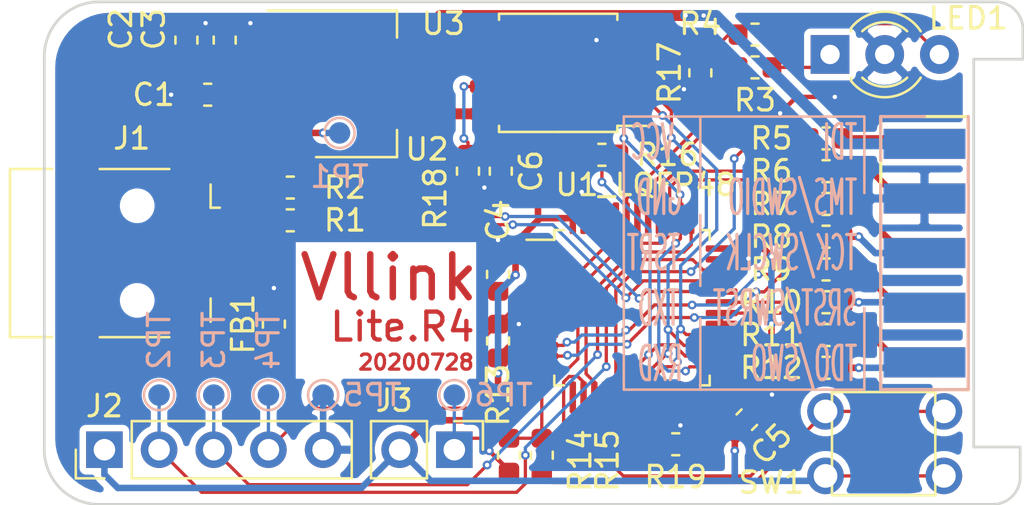
<source format=kicad_pcb>
(kicad_pcb (version 20171130) (host pcbnew "(5.1.5)-3")

  (general
    (thickness 1.6)
    (drawings 27)
    (tracks 457)
    (zones 0)
    (modules 42)
    (nets 40)
  )

  (page A4)
  (layers
    (0 F.Cu signal)
    (31 B.Cu signal hide)
    (32 B.Adhes user hide)
    (33 F.Adhes user hide)
    (34 B.Paste user)
    (35 F.Paste user hide)
    (36 B.SilkS user hide)
    (37 F.SilkS user)
    (38 B.Mask user)
    (39 F.Mask user hide)
    (40 Dwgs.User user hide)
    (41 Cmts.User user hide)
    (42 Eco1.User user hide)
    (43 Eco2.User user hide)
    (44 Edge.Cuts user)
    (45 Margin user hide)
    (46 B.CrtYd user hide)
    (47 F.CrtYd user)
    (48 B.Fab user hide)
    (49 F.Fab user hide)
  )

  (setup
    (last_trace_width 0.1016)
    (user_trace_width 0.1524)
    (user_trace_width 0.2032)
    (user_trace_width 0.3048)
    (user_trace_width 0.4064)
    (user_trace_width 0.508)
    (user_trace_width 0.6096)
    (trace_clearance 0.1016)
    (zone_clearance 0.3048)
    (zone_45_only no)
    (trace_min 0.1016)
    (via_size 0.4064)
    (via_drill 0.2032)
    (via_min_size 0.4064)
    (via_min_drill 0.2032)
    (uvia_size 0.3048)
    (uvia_drill 0.1016)
    (uvias_allowed no)
    (uvia_min_size 0.3048)
    (uvia_min_drill 0.1016)
    (edge_width 0.05)
    (segment_width 0.2)
    (pcb_text_width 0.3)
    (pcb_text_size 1.5 1.5)
    (mod_edge_width 0.12)
    (mod_text_size 1 1)
    (mod_text_width 0.15)
    (pad_size 1.524 1.524)
    (pad_drill 0.762)
    (pad_to_mask_clearance 0.051)
    (solder_mask_min_width 0.25)
    (aux_axis_origin 88.646 122.936)
    (grid_origin 88.392 99.314)
    (visible_elements 7FFFFFFF)
    (pcbplotparams
      (layerselection 0x010fc_ffffffff)
      (usegerberextensions false)
      (usegerberattributes false)
      (usegerberadvancedattributes false)
      (creategerberjobfile true)
      (excludeedgelayer true)
      (linewidth 0.150000)
      (plotframeref false)
      (viasonmask false)
      (mode 1)
      (useauxorigin false)
      (hpglpennumber 1)
      (hpglpenspeed 20)
      (hpglpendiameter 15.000000)
      (psnegative false)
      (psa4output false)
      (plotreference true)
      (plotvalue true)
      (plotinvisibletext false)
      (padsonsilk false)
      (subtractmaskfromsilk false)
      (outputformat 1)
      (mirror false)
      (drillshape 0)
      (scaleselection 1)
      (outputdirectory "gerber/"))
  )

  (net 0 "")
  (net 1 GND)
  (net 2 /USB_5V)
  (net 3 /VCC)
  (net 4 /RST)
  (net 5 "Net-(FB1-Pad1)")
  (net 6 "Net-(IO_A1-Pad5)")
  (net 7 "Net-(IO_A1-Pad4)")
  (net 8 "Net-(IO_A1-Pad3)")
  (net 9 "Net-(IO_A1-Pad2)")
  (net 10 "Net-(IO_A1-Pad1)")
  (net 11 "Net-(IO_B1-Pad5)")
  (net 12 "Net-(IO_B1-Pad4)")
  (net 13 "Net-(IO_B1-Pad3)")
  (net 14 "Net-(J1-Pad3)")
  (net 15 "Net-(J1-Pad2)")
  (net 16 /SPI1_MOSI)
  (net 17 /SPI1_MISO)
  (net 18 /BOOT0)
  (net 19 "Net-(LED1-Pad3)")
  (net 20 "Net-(LED1-Pad1)")
  (net 21 /USBD_DP)
  (net 22 /USBD_DM)
  (net 23 /LED_R)
  (net 24 /LED_G)
  (net 25 /SPI00_MOSI)
  (net 26 /SPI01_MISO)
  (net 27 /SPI0_CLK)
  (net 28 /IO_TRST)
  (net 29 /IO_RST)
  (net 30 /CK_OUT)
  (net 31 /SPI00_MISO)
  (net 32 /RXD)
  (net 33 /KEY)
  (net 34 /SPI1_CLK)
  (net 35 /SPI1_CS)
  (net 36 "Net-(R17-Pad2)")
  (net 37 "Net-(R18-Pad2)")
  (net 38 /SWCLK)
  (net 39 /SWDIO)

  (net_class Default 这是默认网络类。
    (clearance 0.1016)
    (trace_width 0.1016)
    (via_dia 0.4064)
    (via_drill 0.2032)
    (uvia_dia 0.3048)
    (uvia_drill 0.1016)
    (diff_pair_width 0.1016)
    (diff_pair_gap 0.1016)
    (add_net /BOOT0)
    (add_net /CK_OUT)
    (add_net /IO_RST)
    (add_net /IO_TRST)
    (add_net /KEY)
    (add_net /LED_G)
    (add_net /LED_R)
    (add_net /RST)
    (add_net /RXD)
    (add_net /SPI00_MISO)
    (add_net /SPI00_MOSI)
    (add_net /SPI01_MISO)
    (add_net /SPI0_CLK)
    (add_net /SPI1_CLK)
    (add_net /SPI1_CS)
    (add_net /SPI1_MISO)
    (add_net /SPI1_MOSI)
    (add_net /SWCLK)
    (add_net /SWDIO)
    (add_net /USBD_DM)
    (add_net /USBD_DP)
    (add_net /USB_5V)
    (add_net /VCC)
    (add_net GND)
    (add_net "Net-(FB1-Pad1)")
    (add_net "Net-(IO_A1-Pad1)")
    (add_net "Net-(IO_A1-Pad2)")
    (add_net "Net-(IO_A1-Pad3)")
    (add_net "Net-(IO_A1-Pad4)")
    (add_net "Net-(IO_A1-Pad5)")
    (add_net "Net-(IO_B1-Pad3)")
    (add_net "Net-(IO_B1-Pad4)")
    (add_net "Net-(IO_B1-Pad5)")
    (add_net "Net-(J1-Pad2)")
    (add_net "Net-(J1-Pad3)")
    (add_net "Net-(LED1-Pad1)")
    (add_net "Net-(LED1-Pad3)")
    (add_net "Net-(R17-Pad2)")
    (add_net "Net-(R18-Pad2)")
  )

  (module Package_QFP:LQFP-48_7x7mm_P0.5mm (layer F.Cu) (tedit 5D9F72AF) (tstamp 5F2C1AE7)
    (at 115.951 113.792)
    (descr "LQFP, 48 Pin (https://www.analog.com/media/en/technical-documentation/data-sheets/ltc2358-16.pdf), generated with kicad-footprint-generator ipc_gullwing_generator.py")
    (tags "LQFP QFP")
    (path /5F202980)
    (attr smd)
    (fp_text reference U1_LQFP48 (at 0.635 -5.715) (layer F.SilkS)
      (effects (font (size 1 1) (thickness 0.15)))
    )
    (fp_text value GD32E103Cx (at 0 5.85) (layer F.Fab)
      (effects (font (size 1 1) (thickness 0.15)))
    )
    (fp_text user %R (at 0 0) (layer F.Fab)
      (effects (font (size 1 1) (thickness 0.15)))
    )
    (fp_line (start 5.15 3.15) (end 5.15 0) (layer F.CrtYd) (width 0.05))
    (fp_line (start 3.75 3.15) (end 5.15 3.15) (layer F.CrtYd) (width 0.05))
    (fp_line (start 3.75 3.75) (end 3.75 3.15) (layer F.CrtYd) (width 0.05))
    (fp_line (start 3.15 3.75) (end 3.75 3.75) (layer F.CrtYd) (width 0.05))
    (fp_line (start 3.15 5.15) (end 3.15 3.75) (layer F.CrtYd) (width 0.05))
    (fp_line (start 0 5.15) (end 3.15 5.15) (layer F.CrtYd) (width 0.05))
    (fp_line (start -5.15 3.15) (end -5.15 0) (layer F.CrtYd) (width 0.05))
    (fp_line (start -3.75 3.15) (end -5.15 3.15) (layer F.CrtYd) (width 0.05))
    (fp_line (start -3.75 3.75) (end -3.75 3.15) (layer F.CrtYd) (width 0.05))
    (fp_line (start -3.15 3.75) (end -3.75 3.75) (layer F.CrtYd) (width 0.05))
    (fp_line (start -3.15 5.15) (end -3.15 3.75) (layer F.CrtYd) (width 0.05))
    (fp_line (start 0 5.15) (end -3.15 5.15) (layer F.CrtYd) (width 0.05))
    (fp_line (start 5.15 -3.15) (end 5.15 0) (layer F.CrtYd) (width 0.05))
    (fp_line (start 3.75 -3.15) (end 5.15 -3.15) (layer F.CrtYd) (width 0.05))
    (fp_line (start 3.75 -3.75) (end 3.75 -3.15) (layer F.CrtYd) (width 0.05))
    (fp_line (start 3.15 -3.75) (end 3.75 -3.75) (layer F.CrtYd) (width 0.05))
    (fp_line (start 3.15 -5.15) (end 3.15 -3.75) (layer F.CrtYd) (width 0.05))
    (fp_line (start 0 -5.15) (end 3.15 -5.15) (layer F.CrtYd) (width 0.05))
    (fp_line (start -5.15 -3.15) (end -5.15 0) (layer F.CrtYd) (width 0.05))
    (fp_line (start -3.75 -3.15) (end -5.15 -3.15) (layer F.CrtYd) (width 0.05))
    (fp_line (start -3.75 -3.75) (end -3.75 -3.15) (layer F.CrtYd) (width 0.05))
    (fp_line (start -3.15 -3.75) (end -3.75 -3.75) (layer F.CrtYd) (width 0.05))
    (fp_line (start -3.15 -5.15) (end -3.15 -3.75) (layer F.CrtYd) (width 0.05))
    (fp_line (start 0 -5.15) (end -3.15 -5.15) (layer F.CrtYd) (width 0.05))
    (fp_line (start -3.5 -2.5) (end -2.5 -3.5) (layer F.Fab) (width 0.1))
    (fp_line (start -3.5 3.5) (end -3.5 -2.5) (layer F.Fab) (width 0.1))
    (fp_line (start 3.5 3.5) (end -3.5 3.5) (layer F.Fab) (width 0.1))
    (fp_line (start 3.5 -3.5) (end 3.5 3.5) (layer F.Fab) (width 0.1))
    (fp_line (start -2.5 -3.5) (end 3.5 -3.5) (layer F.Fab) (width 0.1))
    (fp_line (start -3.61 -3.16) (end -4.9 -3.16) (layer F.SilkS) (width 0.12))
    (fp_line (start -3.61 -3.61) (end -3.61 -3.16) (layer F.SilkS) (width 0.12))
    (fp_line (start -3.16 -3.61) (end -3.61 -3.61) (layer F.SilkS) (width 0.12))
    (fp_line (start 3.61 -3.61) (end 3.61 -3.16) (layer F.SilkS) (width 0.12))
    (fp_line (start 3.16 -3.61) (end 3.61 -3.61) (layer F.SilkS) (width 0.12))
    (fp_line (start -3.61 3.61) (end -3.61 3.16) (layer F.SilkS) (width 0.12))
    (fp_line (start -3.16 3.61) (end -3.61 3.61) (layer F.SilkS) (width 0.12))
    (fp_line (start 3.61 3.61) (end 3.61 3.16) (layer F.SilkS) (width 0.12))
    (fp_line (start 3.16 3.61) (end 3.61 3.61) (layer F.SilkS) (width 0.12))
    (pad 48 smd roundrect (at -2.75 -4.1625) (size 0.3 1.475) (layers F.Cu F.Paste F.Mask) (roundrect_rratio 0.25)
      (net 3 /VCC))
    (pad 47 smd roundrect (at -2.25 -4.1625) (size 0.3 1.475) (layers F.Cu F.Paste F.Mask) (roundrect_rratio 0.25)
      (net 1 GND))
    (pad 46 smd roundrect (at -1.75 -4.1625) (size 0.3 1.475) (layers F.Cu F.Paste F.Mask) (roundrect_rratio 0.25))
    (pad 45 smd roundrect (at -1.25 -4.1625) (size 0.3 1.475) (layers F.Cu F.Paste F.Mask) (roundrect_rratio 0.25))
    (pad 44 smd roundrect (at -0.75 -4.1625) (size 0.3 1.475) (layers F.Cu F.Paste F.Mask) (roundrect_rratio 0.25)
      (net 18 /BOOT0))
    (pad 43 smd roundrect (at -0.25 -4.1625) (size 0.3 1.475) (layers F.Cu F.Paste F.Mask) (roundrect_rratio 0.25)
      (net 24 /LED_G))
    (pad 42 smd roundrect (at 0.25 -4.1625) (size 0.3 1.475) (layers F.Cu F.Paste F.Mask) (roundrect_rratio 0.25)
      (net 23 /LED_R))
    (pad 41 smd roundrect (at 0.75 -4.1625) (size 0.3 1.475) (layers F.Cu F.Paste F.Mask) (roundrect_rratio 0.25)
      (net 26 /SPI01_MISO))
    (pad 40 smd roundrect (at 1.25 -4.1625) (size 0.3 1.475) (layers F.Cu F.Paste F.Mask) (roundrect_rratio 0.25)
      (net 26 /SPI01_MISO))
    (pad 39 smd roundrect (at 1.75 -4.1625) (size 0.3 1.475) (layers F.Cu F.Paste F.Mask) (roundrect_rratio 0.25)
      (net 27 /SPI0_CLK))
    (pad 38 smd roundrect (at 2.25 -4.1625) (size 0.3 1.475) (layers F.Cu F.Paste F.Mask) (roundrect_rratio 0.25)
      (net 35 /SPI1_CS))
    (pad 37 smd roundrect (at 2.75 -4.1625) (size 0.3 1.475) (layers F.Cu F.Paste F.Mask) (roundrect_rratio 0.25)
      (net 38 /SWCLK))
    (pad 36 smd roundrect (at 4.1625 -2.75) (size 1.475 0.3) (layers F.Cu F.Paste F.Mask) (roundrect_rratio 0.25)
      (net 3 /VCC))
    (pad 35 smd roundrect (at 4.1625 -2.25) (size 1.475 0.3) (layers F.Cu F.Paste F.Mask) (roundrect_rratio 0.25)
      (net 1 GND))
    (pad 34 smd roundrect (at 4.1625 -1.75) (size 1.475 0.3) (layers F.Cu F.Paste F.Mask) (roundrect_rratio 0.25)
      (net 39 /SWDIO))
    (pad 33 smd roundrect (at 4.1625 -1.25) (size 1.475 0.3) (layers F.Cu F.Paste F.Mask) (roundrect_rratio 0.25)
      (net 21 /USBD_DP))
    (pad 32 smd roundrect (at 4.1625 -0.75) (size 1.475 0.3) (layers F.Cu F.Paste F.Mask) (roundrect_rratio 0.25)
      (net 22 /USBD_DM))
    (pad 31 smd roundrect (at 4.1625 -0.25) (size 1.475 0.3) (layers F.Cu F.Paste F.Mask) (roundrect_rratio 0.25)
      (net 32 /RXD))
    (pad 30 smd roundrect (at 4.1625 0.25) (size 1.475 0.3) (layers F.Cu F.Paste F.Mask) (roundrect_rratio 0.25)
      (net 30 /CK_OUT))
    (pad 29 smd roundrect (at 4.1625 0.75) (size 1.475 0.3) (layers F.Cu F.Paste F.Mask) (roundrect_rratio 0.25)
      (net 30 /CK_OUT))
    (pad 28 smd roundrect (at 4.1625 1.25) (size 1.475 0.3) (layers F.Cu F.Paste F.Mask) (roundrect_rratio 0.25)
      (net 16 /SPI1_MOSI))
    (pad 27 smd roundrect (at 4.1625 1.75) (size 1.475 0.3) (layers F.Cu F.Paste F.Mask) (roundrect_rratio 0.25)
      (net 17 /SPI1_MISO))
    (pad 26 smd roundrect (at 4.1625 2.25) (size 1.475 0.3) (layers F.Cu F.Paste F.Mask) (roundrect_rratio 0.25)
      (net 34 /SPI1_CLK))
    (pad 25 smd roundrect (at 4.1625 2.75) (size 1.475 0.3) (layers F.Cu F.Paste F.Mask) (roundrect_rratio 0.25)
      (net 35 /SPI1_CS))
    (pad 24 smd roundrect (at 2.75 4.1625) (size 0.3 1.475) (layers F.Cu F.Paste F.Mask) (roundrect_rratio 0.25)
      (net 3 /VCC))
    (pad 23 smd roundrect (at 2.25 4.1625) (size 0.3 1.475) (layers F.Cu F.Paste F.Mask) (roundrect_rratio 0.25)
      (net 1 GND))
    (pad 22 smd roundrect (at 1.75 4.1625) (size 0.3 1.475) (layers F.Cu F.Paste F.Mask) (roundrect_rratio 0.25))
    (pad 21 smd roundrect (at 1.25 4.1625) (size 0.3 1.475) (layers F.Cu F.Paste F.Mask) (roundrect_rratio 0.25))
    (pad 20 smd roundrect (at 0.75 4.1625) (size 0.3 1.475) (layers F.Cu F.Paste F.Mask) (roundrect_rratio 0.25)
      (net 16 /SPI1_MOSI))
    (pad 19 smd roundrect (at 0.25 4.1625) (size 0.3 1.475) (layers F.Cu F.Paste F.Mask) (roundrect_rratio 0.25)
      (net 17 /SPI1_MISO))
    (pad 18 smd roundrect (at -0.25 4.1625) (size 0.3 1.475) (layers F.Cu F.Paste F.Mask) (roundrect_rratio 0.25)
      (net 34 /SPI1_CLK))
    (pad 17 smd roundrect (at -0.75 4.1625) (size 0.3 1.475) (layers F.Cu F.Paste F.Mask) (roundrect_rratio 0.25)
      (net 25 /SPI00_MOSI))
    (pad 16 smd roundrect (at -1.25 4.1625) (size 0.3 1.475) (layers F.Cu F.Paste F.Mask) (roundrect_rratio 0.25)
      (net 31 /SPI00_MISO))
    (pad 15 smd roundrect (at -1.75 4.1625) (size 0.3 1.475) (layers F.Cu F.Paste F.Mask) (roundrect_rratio 0.25)
      (net 27 /SPI0_CLK))
    (pad 14 smd roundrect (at -2.25 4.1625) (size 0.3 1.475) (layers F.Cu F.Paste F.Mask) (roundrect_rratio 0.25)
      (net 33 /KEY))
    (pad 13 smd roundrect (at -2.75 4.1625) (size 0.3 1.475) (layers F.Cu F.Paste F.Mask) (roundrect_rratio 0.25)
      (net 31 /SPI00_MISO))
    (pad 12 smd roundrect (at -4.1625 2.75) (size 1.475 0.3) (layers F.Cu F.Paste F.Mask) (roundrect_rratio 0.25)
      (net 28 /IO_TRST))
    (pad 11 smd roundrect (at -4.1625 2.25) (size 1.475 0.3) (layers F.Cu F.Paste F.Mask) (roundrect_rratio 0.25)
      (net 28 /IO_TRST))
    (pad 10 smd roundrect (at -4.1625 1.75) (size 1.475 0.3) (layers F.Cu F.Paste F.Mask) (roundrect_rratio 0.25)
      (net 29 /IO_RST))
    (pad 9 smd roundrect (at -4.1625 1.25) (size 1.475 0.3) (layers F.Cu F.Paste F.Mask) (roundrect_rratio 0.25)
      (net 3 /VCC))
    (pad 8 smd roundrect (at -4.1625 0.75) (size 1.475 0.3) (layers F.Cu F.Paste F.Mask) (roundrect_rratio 0.25)
      (net 1 GND))
    (pad 7 smd roundrect (at -4.1625 0.25) (size 1.475 0.3) (layers F.Cu F.Paste F.Mask) (roundrect_rratio 0.25)
      (net 4 /RST))
    (pad 6 smd roundrect (at -4.1625 -0.25) (size 1.475 0.3) (layers F.Cu F.Paste F.Mask) (roundrect_rratio 0.25))
    (pad 5 smd roundrect (at -4.1625 -0.75) (size 1.475 0.3) (layers F.Cu F.Paste F.Mask) (roundrect_rratio 0.25))
    (pad 4 smd roundrect (at -4.1625 -1.25) (size 1.475 0.3) (layers F.Cu F.Paste F.Mask) (roundrect_rratio 0.25))
    (pad 3 smd roundrect (at -4.1625 -1.75) (size 1.475 0.3) (layers F.Cu F.Paste F.Mask) (roundrect_rratio 0.25))
    (pad 2 smd roundrect (at -4.1625 -2.25) (size 1.475 0.3) (layers F.Cu F.Paste F.Mask) (roundrect_rratio 0.25))
    (pad 1 smd roundrect (at -4.1625 -2.75) (size 1.475 0.3) (layers F.Cu F.Paste F.Mask) (roundrect_rratio 0.25)
      (net 3 /VCC))
    (model ${KISYS3DMOD}/Package_QFP.3dshapes/LQFP-48_7x7mm_P0.5mm.wrl
      (at (xyz 0 0 0))
      (scale (xyz 1 1 1))
      (rotate (xyz 0 0 0))
    )
  )

  (module Resistor_SMD:R_0603_1608Metric (layer F.Cu) (tedit 5B301BBD) (tstamp 5F2BEC5F)
    (at 117.983 120.142)
    (descr "Resistor SMD 0603 (1608 Metric), square (rectangular) end terminal, IPC_7351 nominal, (Body size source: http://www.tortai-tech.com/upload/download/2011102023233369053.pdf), generated with kicad-footprint-generator")
    (tags resistor)
    (path /5F29C019)
    (attr smd)
    (fp_text reference R19 (at 0 1.524) (layer F.SilkS)
      (effects (font (size 1 1) (thickness 0.15)))
    )
    (fp_text value 10k (at 0 1.43) (layer F.Fab)
      (effects (font (size 1 1) (thickness 0.15)))
    )
    (fp_text user %R (at 0 0) (layer F.Fab)
      (effects (font (size 0.4 0.4) (thickness 0.06)))
    )
    (fp_line (start 1.48 0.73) (end -1.48 0.73) (layer F.CrtYd) (width 0.05))
    (fp_line (start 1.48 -0.73) (end 1.48 0.73) (layer F.CrtYd) (width 0.05))
    (fp_line (start -1.48 -0.73) (end 1.48 -0.73) (layer F.CrtYd) (width 0.05))
    (fp_line (start -1.48 0.73) (end -1.48 -0.73) (layer F.CrtYd) (width 0.05))
    (fp_line (start -0.162779 0.51) (end 0.162779 0.51) (layer F.SilkS) (width 0.12))
    (fp_line (start -0.162779 -0.51) (end 0.162779 -0.51) (layer F.SilkS) (width 0.12))
    (fp_line (start 0.8 0.4) (end -0.8 0.4) (layer F.Fab) (width 0.1))
    (fp_line (start 0.8 -0.4) (end 0.8 0.4) (layer F.Fab) (width 0.1))
    (fp_line (start -0.8 -0.4) (end 0.8 -0.4) (layer F.Fab) (width 0.1))
    (fp_line (start -0.8 0.4) (end -0.8 -0.4) (layer F.Fab) (width 0.1))
    (pad 2 smd roundrect (at 0.7875 0) (size 0.875 0.95) (layers F.Cu F.Paste F.Mask) (roundrect_rratio 0.25)
      (net 1 GND))
    (pad 1 smd roundrect (at -0.7875 0) (size 0.875 0.95) (layers F.Cu F.Paste F.Mask) (roundrect_rratio 0.25)
      (net 16 /SPI1_MOSI))
    (model ${KISYS3DMOD}/Resistor_SMD.3dshapes/R_0603_1608Metric.wrl
      (at (xyz 0 0 0))
      (scale (xyz 1 1 1))
      (rotate (xyz 0 0 0))
    )
  )

  (module vllogic:SOIC-8_P1.27mm_Common (layer F.Cu) (tedit 5EA54AA1) (tstamp 5DD7C771)
    (at 112.522 102.87 180)
    (descr "SOIC, 8 Pin")
    (tags "SOIC SO")
    (path /5DD56EF8)
    (attr smd)
    (fp_text reference U3 (at 5.334 2.286) (layer F.SilkS)
      (effects (font (size 1 1) (thickness 0.15)))
    )
    (fp_text value W25Q64 (at 0 3.59) (layer F.Fab)
      (effects (font (size 1 1) (thickness 0.15)))
    )
    (fp_line (start 0 2.7475) (end 2.7475 2.7475) (layer F.SilkS) (width 0.12))
    (fp_line (start 2.7475 2.7475) (end 2.7475 2.465) (layer F.SilkS) (width 0.12))
    (fp_line (start 0 2.7475) (end -2.7475 2.7475) (layer F.SilkS) (width 0.12))
    (fp_line (start -2.7475 2.7475) (end -2.7475 2.465) (layer F.SilkS) (width 0.12))
    (fp_line (start 0 -2.7475) (end 2.7475 -2.7475) (layer F.SilkS) (width 0.12))
    (fp_line (start 2.7475 -2.7475) (end 2.7475 -2.465) (layer F.SilkS) (width 0.12))
    (fp_line (start 0 -2.7475) (end -2.7475 -2.7475) (layer F.SilkS) (width 0.12))
    (fp_line (start -2.7475 -2.7475) (end -2.7475 -2.465) (layer F.SilkS) (width 0.12))
    (fp_line (start -2.7475 -2.465) (end -4.1 -2.465) (layer F.SilkS) (width 0.12))
    (fp_line (start -1.6375 -2.6375) (end 2.6375 -2.6375) (layer F.Fab) (width 0.1))
    (fp_line (start 2.6375 -2.6375) (end 2.6375 2.6375) (layer F.Fab) (width 0.1))
    (fp_line (start 2.6375 2.6375) (end -2.6375 2.6375) (layer F.Fab) (width 0.1))
    (fp_line (start -2.6375 2.6375) (end -2.6375 -1.6375) (layer F.Fab) (width 0.1))
    (fp_line (start -2.6375 -1.6375) (end -1.6375 -2.6375) (layer F.Fab) (width 0.1))
    (fp_line (start -4.2 -2.89) (end -4.2 2.89) (layer F.CrtYd) (width 0.05))
    (fp_line (start -4.2 2.89) (end 4.2 2.88) (layer F.CrtYd) (width 0.05))
    (fp_line (start 4.2 2.88) (end 4.2 -2.9) (layer F.CrtYd) (width 0.05))
    (fp_line (start 4.2 -2.9) (end -4.2 -2.89) (layer F.CrtYd) (width 0.05))
    (fp_text user %R (at 0 0) (layer F.Fab)
      (effects (font (size 1 1) (thickness 0.15)))
    )
    (pad 1 smd roundrect (at -3.1 -1.905 180) (size 2 0.6) (layers F.Cu F.Paste F.Mask) (roundrect_rratio 0.25)
      (net 35 /SPI1_CS))
    (pad 2 smd roundrect (at -3.1 -0.635 180) (size 2 0.6) (layers F.Cu F.Paste F.Mask) (roundrect_rratio 0.25)
      (net 17 /SPI1_MISO))
    (pad 3 smd roundrect (at -3.1 0.635 180) (size 2 0.6) (layers F.Cu F.Paste F.Mask) (roundrect_rratio 0.25)
      (net 36 "Net-(R17-Pad2)"))
    (pad 4 smd roundrect (at -3.1 1.905 180) (size 2 0.6) (layers F.Cu F.Paste F.Mask) (roundrect_rratio 0.25)
      (net 1 GND))
    (pad 5 smd roundrect (at 3.1 1.905 180) (size 2 0.6) (layers F.Cu F.Paste F.Mask) (roundrect_rratio 0.25)
      (net 16 /SPI1_MOSI))
    (pad 6 smd roundrect (at 3.1 0.635 180) (size 2 0.6) (layers F.Cu F.Paste F.Mask) (roundrect_rratio 0.25)
      (net 34 /SPI1_CLK))
    (pad 7 smd roundrect (at 3.1 -0.635 180) (size 2 0.6) (layers F.Cu F.Paste F.Mask) (roundrect_rratio 0.25)
      (net 37 "Net-(R18-Pad2)"))
    (pad 8 smd roundrect (at 3.1 -1.905 180) (size 2 0.6) (layers F.Cu F.Paste F.Mask) (roundrect_rratio 0.25)
      (net 3 /VCC))
  )

  (module Resistor_SMD:R_0603_1608Metric (layer F.Cu) (tedit 5B301BBD) (tstamp 5F1F7852)
    (at 108.331 107.442 90)
    (descr "Resistor SMD 0603 (1608 Metric), square (rectangular) end terminal, IPC_7351 nominal, (Body size source: http://www.tortai-tech.com/upload/download/2011102023233369053.pdf), generated with kicad-footprint-generator")
    (tags resistor)
    (path /5F215BE8)
    (attr smd)
    (fp_text reference R18 (at -1.27 -1.524 90) (layer F.SilkS)
      (effects (font (size 1 1) (thickness 0.15)))
    )
    (fp_text value 10k (at 0 1.43 90) (layer F.Fab)
      (effects (font (size 1 1) (thickness 0.15)))
    )
    (fp_text user %R (at 0 0 90) (layer F.Fab)
      (effects (font (size 0.4 0.4) (thickness 0.06)))
    )
    (fp_line (start 1.48 0.73) (end -1.48 0.73) (layer F.CrtYd) (width 0.05))
    (fp_line (start 1.48 -0.73) (end 1.48 0.73) (layer F.CrtYd) (width 0.05))
    (fp_line (start -1.48 -0.73) (end 1.48 -0.73) (layer F.CrtYd) (width 0.05))
    (fp_line (start -1.48 0.73) (end -1.48 -0.73) (layer F.CrtYd) (width 0.05))
    (fp_line (start -0.162779 0.51) (end 0.162779 0.51) (layer F.SilkS) (width 0.12))
    (fp_line (start -0.162779 -0.51) (end 0.162779 -0.51) (layer F.SilkS) (width 0.12))
    (fp_line (start 0.8 0.4) (end -0.8 0.4) (layer F.Fab) (width 0.1))
    (fp_line (start 0.8 -0.4) (end 0.8 0.4) (layer F.Fab) (width 0.1))
    (fp_line (start -0.8 -0.4) (end 0.8 -0.4) (layer F.Fab) (width 0.1))
    (fp_line (start -0.8 0.4) (end -0.8 -0.4) (layer F.Fab) (width 0.1))
    (pad 2 smd roundrect (at 0.7875 0 90) (size 0.875 0.95) (layers F.Cu F.Paste F.Mask) (roundrect_rratio 0.25)
      (net 37 "Net-(R18-Pad2)"))
    (pad 1 smd roundrect (at -0.7875 0 90) (size 0.875 0.95) (layers F.Cu F.Paste F.Mask) (roundrect_rratio 0.25)
      (net 1 GND))
  )

  (module Resistor_SMD:R_0603_1608Metric (layer F.Cu) (tedit 5B301BBD) (tstamp 5F1F7841)
    (at 119.126 102.87 90)
    (descr "Resistor SMD 0603 (1608 Metric), square (rectangular) end terminal, IPC_7351 nominal, (Body size source: http://www.tortai-tech.com/upload/download/2011102023233369053.pdf), generated with kicad-footprint-generator")
    (tags resistor)
    (path /5F214DCE)
    (attr smd)
    (fp_text reference R17 (at 0 -1.43 90) (layer F.SilkS)
      (effects (font (size 1 1) (thickness 0.15)))
    )
    (fp_text value 10k (at 0 1.43 90) (layer F.Fab)
      (effects (font (size 1 1) (thickness 0.15)))
    )
    (fp_text user %R (at 0 0 90) (layer F.Fab)
      (effects (font (size 0.4 0.4) (thickness 0.06)))
    )
    (fp_line (start 1.48 0.73) (end -1.48 0.73) (layer F.CrtYd) (width 0.05))
    (fp_line (start 1.48 -0.73) (end 1.48 0.73) (layer F.CrtYd) (width 0.05))
    (fp_line (start -1.48 -0.73) (end 1.48 -0.73) (layer F.CrtYd) (width 0.05))
    (fp_line (start -1.48 0.73) (end -1.48 -0.73) (layer F.CrtYd) (width 0.05))
    (fp_line (start -0.162779 0.51) (end 0.162779 0.51) (layer F.SilkS) (width 0.12))
    (fp_line (start -0.162779 -0.51) (end 0.162779 -0.51) (layer F.SilkS) (width 0.12))
    (fp_line (start 0.8 0.4) (end -0.8 0.4) (layer F.Fab) (width 0.1))
    (fp_line (start 0.8 -0.4) (end 0.8 0.4) (layer F.Fab) (width 0.1))
    (fp_line (start -0.8 -0.4) (end 0.8 -0.4) (layer F.Fab) (width 0.1))
    (fp_line (start -0.8 0.4) (end -0.8 -0.4) (layer F.Fab) (width 0.1))
    (pad 2 smd roundrect (at 0.7875 0 90) (size 0.875 0.95) (layers F.Cu F.Paste F.Mask) (roundrect_rratio 0.25)
      (net 36 "Net-(R17-Pad2)"))
    (pad 1 smd roundrect (at -0.7875 0 90) (size 0.875 0.95) (layers F.Cu F.Paste F.Mask) (roundrect_rratio 0.25)
      (net 1 GND))
  )

  (module Connector_PinHeader_2.54mm:PinHeader_1x05_P2.54mm_Vertical (layer F.Cu) (tedit 59FED5CC) (tstamp 5DD7C5A0)
    (at 91.44 120.396 90)
    (descr "Through hole straight pin header, 1x05, 2.54mm pitch, single row")
    (tags "Through hole pin header THT 1x05 2.54mm single row")
    (path /5DE85C8C)
    (fp_text reference J2 (at 2.032 0 180) (layer F.SilkS)
      (effects (font (size 1 1) (thickness 0.15)))
    )
    (fp_text value Conn_01x05 (at 0 12.49 90) (layer F.Fab)
      (effects (font (size 1 1) (thickness 0.15)))
    )
    (fp_text user %R (at 0 5.08) (layer F.Fab)
      (effects (font (size 1 1) (thickness 0.15)))
    )
    (fp_line (start 1.8 -1.8) (end -1.8 -1.8) (layer F.CrtYd) (width 0.05))
    (fp_line (start 1.8 11.95) (end 1.8 -1.8) (layer F.CrtYd) (width 0.05))
    (fp_line (start -1.8 11.95) (end 1.8 11.95) (layer F.CrtYd) (width 0.05))
    (fp_line (start -1.8 -1.8) (end -1.8 11.95) (layer F.CrtYd) (width 0.05))
    (fp_line (start -1.33 -1.33) (end 0 -1.33) (layer F.SilkS) (width 0.12))
    (fp_line (start -1.33 0) (end -1.33 -1.33) (layer F.SilkS) (width 0.12))
    (fp_line (start -1.33 1.27) (end 1.33 1.27) (layer F.SilkS) (width 0.12))
    (fp_line (start 1.33 1.27) (end 1.33 11.49) (layer F.SilkS) (width 0.12))
    (fp_line (start -1.33 1.27) (end -1.33 11.49) (layer F.SilkS) (width 0.12))
    (fp_line (start -1.33 11.49) (end 1.33 11.49) (layer F.SilkS) (width 0.12))
    (fp_line (start -1.27 -0.635) (end -0.635 -1.27) (layer F.Fab) (width 0.1))
    (fp_line (start -1.27 11.43) (end -1.27 -0.635) (layer F.Fab) (width 0.1))
    (fp_line (start 1.27 11.43) (end -1.27 11.43) (layer F.Fab) (width 0.1))
    (fp_line (start 1.27 -1.27) (end 1.27 11.43) (layer F.Fab) (width 0.1))
    (fp_line (start -0.635 -1.27) (end 1.27 -1.27) (layer F.Fab) (width 0.1))
    (pad 5 thru_hole oval (at 0 10.16 90) (size 1.7 1.7) (drill 1) (layers *.Cu *.Mask)
      (net 1 GND))
    (pad 4 thru_hole oval (at 0 7.62 90) (size 1.7 1.7) (drill 1) (layers *.Cu *.Mask)
      (net 4 /RST))
    (pad 3 thru_hole oval (at 0 5.08 90) (size 1.7 1.7) (drill 1) (layers *.Cu *.Mask)
      (net 38 /SWCLK))
    (pad 2 thru_hole oval (at 0 2.54 90) (size 1.7 1.7) (drill 1) (layers *.Cu *.Mask)
      (net 39 /SWDIO))
    (pad 1 thru_hole rect (at 0 0 90) (size 1.7 1.7) (drill 1) (layers *.Cu *.Mask)
      (net 3 /VCC))
  )

  (module vllogic:SW_PUSH_4.5mm_Hxx (layer F.Cu) (tedit 5DD76646) (tstamp 5DD7D7D2)
    (at 124.942 118.614)
    (descr https://www.omron.com/ecb/products/pdf/en-b3f.pdf)
    (tags "tact sw push 6mm")
    (path /5DDEB552)
    (fp_text reference SW1 (at -2.514 3.306) (layer F.SilkS)
      (effects (font (size 1 1) (thickness 0.15)))
    )
    (fp_text value SW_Push (at 2.8 5) (layer F.Fab)
      (effects (font (size 1 1) (thickness 0.15)))
    )
    (fp_line (start 5.1 -0.9) (end 0.3 -0.9) (layer F.SilkS) (width 0.12))
    (fp_line (start 5.1 3.9) (end 5.1 -0.9) (layer F.SilkS) (width 0.12))
    (fp_line (start 0.3 3.9) (end 5.1 3.9) (layer F.SilkS) (width 0.12))
    (fp_line (start 0.3 -0.9) (end 0.3 3.9) (layer F.SilkS) (width 0.12))
    (fp_line (start 5 -0.8) (end 0.4 -0.8) (layer F.CrtYd) (width 0.12))
    (fp_line (start 5 3.8) (end 5 -0.8) (layer F.CrtYd) (width 0.12))
    (fp_line (start 0.4 3.8) (end 5 3.8) (layer F.CrtYd) (width 0.12))
    (fp_line (start 0.4 -0.8) (end 0.4 3.8) (layer F.CrtYd) (width 0.12))
    (fp_text user %R (at 2.921 1.524) (layer F.Fab)
      (effects (font (size 1 1) (thickness 0.15)))
    )
    (pad 1 thru_hole circle (at 5.5 0 90) (size 1.7 1.7) (drill 1.1) (layers *.Cu *.Mask)
      (net 33 /KEY))
    (pad 2 thru_hole circle (at 5.5 3 90) (size 1.7 1.7) (drill 1.1) (layers *.Cu *.Mask)
      (net 3 /VCC))
    (pad 1 thru_hole circle (at 0 0 90) (size 1.7 1.7) (drill 1.1) (layers *.Cu *.Mask)
      (net 33 /KEY))
    (pad 2 thru_hole circle (at 0 3 90) (size 1.7 1.7) (drill 1.1) (layers *.Cu *.Mask)
      (net 3 /VCC))
    (model ${KISYS3DMOD}/Button_Switch_THT.3dshapes/SW_PUSH_6mm.wrl
      (offset (xyz 0 0.45 0))
      (scale (xyz 0.85 0.85 1))
      (rotate (xyz 0 0 0))
    )
  )

  (module Connector_PinHeader_2.54mm:PinHeader_1x02_P2.54mm_Vertical (layer F.Cu) (tedit 59FED5CC) (tstamp 5DD7EEA9)
    (at 107.696 120.396 270)
    (descr "Through hole straight pin header, 1x02, 2.54mm pitch, single row")
    (tags "Through hole pin header THT 1x02 2.54mm single row")
    (path /5DE8CE89)
    (fp_text reference J3 (at -2.286 2.794 180) (layer F.SilkS)
      (effects (font (size 1 1) (thickness 0.15)))
    )
    (fp_text value Conn_01x02 (at 0 4.87 90) (layer F.Fab)
      (effects (font (size 1 1) (thickness 0.15)))
    )
    (fp_text user %R (at 0 1.27) (layer F.Fab)
      (effects (font (size 1 1) (thickness 0.15)))
    )
    (fp_line (start 1.8 -1.8) (end -1.8 -1.8) (layer F.CrtYd) (width 0.05))
    (fp_line (start 1.8 4.35) (end 1.8 -1.8) (layer F.CrtYd) (width 0.05))
    (fp_line (start -1.8 4.35) (end 1.8 4.35) (layer F.CrtYd) (width 0.05))
    (fp_line (start -1.8 -1.8) (end -1.8 4.35) (layer F.CrtYd) (width 0.05))
    (fp_line (start -1.33 -1.33) (end 0 -1.33) (layer F.SilkS) (width 0.12))
    (fp_line (start -1.33 0) (end -1.33 -1.33) (layer F.SilkS) (width 0.12))
    (fp_line (start -1.33 1.27) (end 1.33 1.27) (layer F.SilkS) (width 0.12))
    (fp_line (start 1.33 1.27) (end 1.33 3.87) (layer F.SilkS) (width 0.12))
    (fp_line (start -1.33 1.27) (end -1.33 3.87) (layer F.SilkS) (width 0.12))
    (fp_line (start -1.33 3.87) (end 1.33 3.87) (layer F.SilkS) (width 0.12))
    (fp_line (start -1.27 -0.635) (end -0.635 -1.27) (layer F.Fab) (width 0.1))
    (fp_line (start -1.27 3.81) (end -1.27 -0.635) (layer F.Fab) (width 0.1))
    (fp_line (start 1.27 3.81) (end -1.27 3.81) (layer F.Fab) (width 0.1))
    (fp_line (start 1.27 -1.27) (end 1.27 3.81) (layer F.Fab) (width 0.1))
    (fp_line (start -0.635 -1.27) (end 1.27 -1.27) (layer F.Fab) (width 0.1))
    (pad 2 thru_hole oval (at 0 2.54 270) (size 1.7 1.7) (drill 1) (layers *.Cu *.Mask)
      (net 3 /VCC))
    (pad 1 thru_hole rect (at 0 0 270) (size 1.7 1.7) (drill 1) (layers *.Cu *.Mask)
      (net 18 /BOOT0))
  )

  (module Package_TO_SOT_SMD:SOT-223-3_TabPin2 (layer F.Cu) (tedit 5A02FF57) (tstamp 5DD7C752)
    (at 103.124 103.378)
    (descr "module CMS SOT223 4 pins")
    (tags "CMS SOT")
    (path /5DDC0CA4)
    (attr smd)
    (fp_text reference U2 (at 3.302 3.048) (layer F.SilkS)
      (effects (font (size 1 1) (thickness 0.15)))
    )
    (fp_text value AP1117-33 (at 0 4.5) (layer F.Fab)
      (effects (font (size 1 1) (thickness 0.15)))
    )
    (fp_line (start 1.85 -3.35) (end 1.85 3.35) (layer F.Fab) (width 0.1))
    (fp_line (start -1.85 3.35) (end 1.85 3.35) (layer F.Fab) (width 0.1))
    (fp_line (start -4.1 -3.41) (end 1.91 -3.41) (layer F.SilkS) (width 0.12))
    (fp_line (start -0.85 -3.35) (end 1.85 -3.35) (layer F.Fab) (width 0.1))
    (fp_line (start -1.85 3.41) (end 1.91 3.41) (layer F.SilkS) (width 0.12))
    (fp_line (start -1.85 -2.35) (end -1.85 3.35) (layer F.Fab) (width 0.1))
    (fp_line (start -1.85 -2.35) (end -0.85 -3.35) (layer F.Fab) (width 0.1))
    (fp_line (start -4.4 -3.6) (end -4.4 3.6) (layer F.CrtYd) (width 0.05))
    (fp_line (start -4.4 3.6) (end 4.4 3.6) (layer F.CrtYd) (width 0.05))
    (fp_line (start 4.4 3.6) (end 4.4 -3.6) (layer F.CrtYd) (width 0.05))
    (fp_line (start 4.4 -3.6) (end -4.4 -3.6) (layer F.CrtYd) (width 0.05))
    (fp_line (start 1.91 -3.41) (end 1.91 -2.15) (layer F.SilkS) (width 0.12))
    (fp_line (start 1.91 3.41) (end 1.91 2.15) (layer F.SilkS) (width 0.12))
    (fp_text user %R (at 0 0 90) (layer F.Fab)
      (effects (font (size 0.8 0.8) (thickness 0.12)))
    )
    (pad 1 smd rect (at -3.15 -2.3) (size 2 1.5) (layers F.Cu F.Paste F.Mask)
      (net 1 GND))
    (pad 3 smd rect (at -3.15 2.3) (size 2 1.5) (layers F.Cu F.Paste F.Mask)
      (net 2 /USB_5V))
    (pad 2 smd rect (at -3.15 0) (size 2 1.5) (layers F.Cu F.Paste F.Mask)
      (net 3 /VCC))
    (pad 2 smd rect (at 3.15 0) (size 2 3.8) (layers F.Cu F.Paste F.Mask)
      (net 3 /VCC))
    (model ${KISYS3DMOD}/Package_TO_SOT_SMD.3dshapes/SOT-223.wrl
      (at (xyz 0 0 0))
      (scale (xyz 1 1 1))
      (rotate (xyz 0 0 0))
    )
  )

  (module TestPoint:TestPoint_Pad_D1.0mm (layer B.Cu) (tedit 5A0F774F) (tstamp 5DD9F74F)
    (at 107.696 117.856)
    (descr "SMD pad as test Point, diameter 1.0mm")
    (tags "test point SMD pad")
    (path /5DE3B23F)
    (attr virtual)
    (fp_text reference TP6 (at 2.286 0 180) (layer B.SilkS)
      (effects (font (size 1 1) (thickness 0.15)) (justify mirror))
    )
    (fp_text value TestPoint (at 0 -1.55) (layer B.Fab)
      (effects (font (size 1 1) (thickness 0.15)) (justify mirror))
    )
    (fp_circle (center 0 0) (end 0 -0.7) (layer B.SilkS) (width 0.12))
    (fp_circle (center 0 0) (end 1 0) (layer B.CrtYd) (width 0.05))
    (fp_text user %R (at 0 1.45) (layer B.Fab)
      (effects (font (size 1 1) (thickness 0.15)) (justify mirror))
    )
    (pad 1 smd circle (at 0 0) (size 1 1) (layers B.Cu B.Mask)
      (net 18 /BOOT0))
  )

  (module TestPoint:TestPoint_Pad_D1.0mm (layer B.Cu) (tedit 5A0F774F) (tstamp 5DD7C724)
    (at 101.6 117.856)
    (descr "SMD pad as test Point, diameter 1.0mm")
    (tags "test point SMD pad")
    (path /5DE37E19)
    (attr virtual)
    (fp_text reference TP5 (at 2.286 0 180) (layer B.SilkS)
      (effects (font (size 1 1) (thickness 0.15)) (justify mirror))
    )
    (fp_text value TestPoint (at 0 -1.55) (layer B.Fab)
      (effects (font (size 1 1) (thickness 0.15)) (justify mirror))
    )
    (fp_circle (center 0 0) (end 0 -0.7) (layer B.SilkS) (width 0.12))
    (fp_circle (center 0 0) (end 1 0) (layer B.CrtYd) (width 0.05))
    (fp_text user %R (at 0 1.45) (layer B.Fab)
      (effects (font (size 1 1) (thickness 0.15)) (justify mirror))
    )
    (pad 1 smd circle (at 0 0) (size 1 1) (layers B.Cu B.Mask)
      (net 1 GND))
  )

  (module TestPoint:TestPoint_Pad_D1.0mm (layer B.Cu) (tedit 5A0F774F) (tstamp 5DD7C71C)
    (at 99.06 117.856)
    (descr "SMD pad as test Point, diameter 1.0mm")
    (tags "test point SMD pad")
    (path /5DE34C33)
    (attr virtual)
    (fp_text reference TP4 (at 0 -2.54 270) (layer B.SilkS)
      (effects (font (size 1 1) (thickness 0.15)) (justify mirror))
    )
    (fp_text value TestPoint (at 0 -1.55) (layer B.Fab)
      (effects (font (size 1 1) (thickness 0.15)) (justify mirror))
    )
    (fp_circle (center 0 0) (end 0 -0.7) (layer B.SilkS) (width 0.12))
    (fp_circle (center 0 0) (end 1 0) (layer B.CrtYd) (width 0.05))
    (fp_text user %R (at 0 1.45) (layer B.Fab)
      (effects (font (size 1 1) (thickness 0.15)) (justify mirror))
    )
    (pad 1 smd circle (at 0 0) (size 1 1) (layers B.Cu B.Mask)
      (net 4 /RST))
  )

  (module TestPoint:TestPoint_Pad_D1.0mm (layer B.Cu) (tedit 5A0F774F) (tstamp 5DD9F846)
    (at 96.52 117.856)
    (descr "SMD pad as test Point, diameter 1.0mm")
    (tags "test point SMD pad")
    (path /5DE319A8)
    (attr virtual)
    (fp_text reference TP3 (at 0 -2.54 270) (layer B.SilkS)
      (effects (font (size 1 1) (thickness 0.15)) (justify mirror))
    )
    (fp_text value TestPoint (at 0 -1.55) (layer B.Fab)
      (effects (font (size 1 1) (thickness 0.15)) (justify mirror))
    )
    (fp_circle (center 0 0) (end 0 -0.7) (layer B.SilkS) (width 0.12))
    (fp_circle (center 0 0) (end 1 0) (layer B.CrtYd) (width 0.05))
    (fp_text user %R (at 0 1.45) (layer B.Fab)
      (effects (font (size 1 1) (thickness 0.15)) (justify mirror))
    )
    (pad 1 smd circle (at 0 0) (size 1 1) (layers B.Cu B.Mask)
      (net 38 /SWCLK))
  )

  (module TestPoint:TestPoint_Pad_D1.0mm (layer B.Cu) (tedit 5A0F774F) (tstamp 5DD7C70C)
    (at 93.98 117.856)
    (descr "SMD pad as test Point, diameter 1.0mm")
    (tags "test point SMD pad")
    (path /5DE2E7DE)
    (attr virtual)
    (fp_text reference TP2 (at 0 -2.54 90) (layer B.SilkS)
      (effects (font (size 1 1) (thickness 0.15)) (justify mirror))
    )
    (fp_text value TestPoint (at 0 -1.55) (layer B.Fab)
      (effects (font (size 1 1) (thickness 0.15)) (justify mirror))
    )
    (fp_circle (center 0 0) (end 0 -0.7) (layer B.SilkS) (width 0.12))
    (fp_circle (center 0 0) (end 1 0) (layer B.CrtYd) (width 0.05))
    (fp_text user %R (at 0 1.45) (layer B.Fab)
      (effects (font (size 1 1) (thickness 0.15)) (justify mirror))
    )
    (pad 1 smd circle (at 0 0) (size 1 1) (layers B.Cu B.Mask)
      (net 39 /SWDIO))
  )

  (module TestPoint:TestPoint_Pad_D1.0mm (layer B.Cu) (tedit 5A0F774F) (tstamp 5DD9FE3E)
    (at 102.362 105.664)
    (descr "SMD pad as test Point, diameter 1.0mm")
    (tags "test point SMD pad")
    (path /5DE2DC45)
    (attr virtual)
    (fp_text reference TP1 (at 0 2.032 180) (layer B.SilkS)
      (effects (font (size 1 1) (thickness 0.15)) (justify mirror))
    )
    (fp_text value TestPoint (at 0 -1.55) (layer B.Fab)
      (effects (font (size 1 1) (thickness 0.15)) (justify mirror))
    )
    (fp_text user %R (at 0 1.45) (layer B.Fab)
      (effects (font (size 1 1) (thickness 0.15)) (justify mirror))
    )
    (fp_circle (center 0 0) (end 1 0) (layer B.CrtYd) (width 0.05))
    (fp_circle (center 0 0) (end 0 -0.7) (layer B.SilkS) (width 0.12))
    (pad 1 smd circle (at 0 0) (size 1 1) (layers B.Cu B.Mask)
      (net 2 /USB_5V))
  )

  (module Resistor_SMD:R_0603_1608Metric (layer F.Cu) (tedit 5B301BBD) (tstamp 5F1FD5ED)
    (at 114.554 106.68)
    (descr "Resistor SMD 0603 (1608 Metric), square (rectangular) end terminal, IPC_7351 nominal, (Body size source: http://www.tortai-tech.com/upload/download/2011102023233369053.pdf), generated with kicad-footprint-generator")
    (tags resistor)
    (path /5DD6D149)
    (attr smd)
    (fp_text reference R16 (at 3.048 0) (layer F.SilkS)
      (effects (font (size 1 1) (thickness 0.15)))
    )
    (fp_text value 10k (at 0 1.43) (layer F.Fab)
      (effects (font (size 1 1) (thickness 0.15)))
    )
    (fp_text user %R (at 0 0) (layer F.Fab)
      (effects (font (size 0.4 0.4) (thickness 0.06)))
    )
    (fp_line (start 1.48 0.73) (end -1.48 0.73) (layer F.CrtYd) (width 0.05))
    (fp_line (start 1.48 -0.73) (end 1.48 0.73) (layer F.CrtYd) (width 0.05))
    (fp_line (start -1.48 -0.73) (end 1.48 -0.73) (layer F.CrtYd) (width 0.05))
    (fp_line (start -1.48 0.73) (end -1.48 -0.73) (layer F.CrtYd) (width 0.05))
    (fp_line (start -0.162779 0.51) (end 0.162779 0.51) (layer F.SilkS) (width 0.12))
    (fp_line (start -0.162779 -0.51) (end 0.162779 -0.51) (layer F.SilkS) (width 0.12))
    (fp_line (start 0.8 0.4) (end -0.8 0.4) (layer F.Fab) (width 0.1))
    (fp_line (start 0.8 -0.4) (end 0.8 0.4) (layer F.Fab) (width 0.1))
    (fp_line (start -0.8 -0.4) (end 0.8 -0.4) (layer F.Fab) (width 0.1))
    (fp_line (start -0.8 0.4) (end -0.8 -0.4) (layer F.Fab) (width 0.1))
    (pad 2 smd roundrect (at 0.7875 0) (size 0.875 0.95) (layers F.Cu F.Paste F.Mask) (roundrect_rratio 0.25)
      (net 35 /SPI1_CS))
    (pad 1 smd roundrect (at -0.7875 0) (size 0.875 0.95) (layers F.Cu F.Paste F.Mask) (roundrect_rratio 0.25)
      (net 3 /VCC))
  )

  (module Resistor_SMD:R_0603_1608Metric (layer F.Cu) (tedit 5B301BBD) (tstamp 5DD7C6C9)
    (at 111.76 120.65 270)
    (descr "Resistor SMD 0603 (1608 Metric), square (rectangular) end terminal, IPC_7351 nominal, (Body size source: http://www.tortai-tech.com/upload/download/2011102023233369053.pdf), generated with kicad-footprint-generator")
    (tags resistor)
    (path /5DDE11E1)
    (attr smd)
    (fp_text reference R15 (at 0.254 -3.048 90) (layer F.SilkS)
      (effects (font (size 1 1) (thickness 0.15)))
    )
    (fp_text value "22, NC" (at 0 1.43 90) (layer F.Fab)
      (effects (font (size 1 1) (thickness 0.15)))
    )
    (fp_text user %R (at 0 0 90) (layer F.Fab)
      (effects (font (size 0.4 0.4) (thickness 0.06)))
    )
    (fp_line (start 1.48 0.73) (end -1.48 0.73) (layer F.CrtYd) (width 0.05))
    (fp_line (start 1.48 -0.73) (end 1.48 0.73) (layer F.CrtYd) (width 0.05))
    (fp_line (start -1.48 -0.73) (end 1.48 -0.73) (layer F.CrtYd) (width 0.05))
    (fp_line (start -1.48 0.73) (end -1.48 -0.73) (layer F.CrtYd) (width 0.05))
    (fp_line (start -0.162779 0.51) (end 0.162779 0.51) (layer F.SilkS) (width 0.12))
    (fp_line (start -0.162779 -0.51) (end 0.162779 -0.51) (layer F.SilkS) (width 0.12))
    (fp_line (start 0.8 0.4) (end -0.8 0.4) (layer F.Fab) (width 0.1))
    (fp_line (start 0.8 -0.4) (end 0.8 0.4) (layer F.Fab) (width 0.1))
    (fp_line (start -0.8 -0.4) (end 0.8 -0.4) (layer F.Fab) (width 0.1))
    (fp_line (start -0.8 0.4) (end -0.8 -0.4) (layer F.Fab) (width 0.1))
    (pad 2 smd roundrect (at 0.7875 0 270) (size 0.875 0.95) (layers F.Cu F.Paste F.Mask) (roundrect_rratio 0.25)
      (net 33 /KEY))
    (pad 1 smd roundrect (at -0.7875 0 270) (size 0.875 0.95) (layers F.Cu F.Paste F.Mask) (roundrect_rratio 0.25)
      (net 18 /BOOT0))
    (model ${KISYS3DMOD}/Resistor_SMD.3dshapes/R_0603_1608Metric.wrl
      (at (xyz 0 0 0))
      (scale (xyz 1 1 1))
      (rotate (xyz 0 0 0))
    )
  )

  (module Resistor_SMD:R_0603_1608Metric (layer F.Cu) (tedit 5B301BBD) (tstamp 5DD9DF09)
    (at 110.236 120.65 270)
    (descr "Resistor SMD 0603 (1608 Metric), square (rectangular) end terminal, IPC_7351 nominal, (Body size source: http://www.tortai-tech.com/upload/download/2011102023233369053.pdf), generated with kicad-footprint-generator")
    (tags resistor)
    (path /5DDD1B69)
    (attr smd)
    (fp_text reference R14 (at 0.254 -3.302 90) (layer F.SilkS)
      (effects (font (size 1 1) (thickness 0.15)))
    )
    (fp_text value 4.7k (at 0 1.43 90) (layer F.Fab)
      (effects (font (size 1 1) (thickness 0.15)))
    )
    (fp_text user %R (at 0 0 90) (layer F.Fab)
      (effects (font (size 0.4 0.4) (thickness 0.06)))
    )
    (fp_line (start 1.48 0.73) (end -1.48 0.73) (layer F.CrtYd) (width 0.05))
    (fp_line (start 1.48 -0.73) (end 1.48 0.73) (layer F.CrtYd) (width 0.05))
    (fp_line (start -1.48 -0.73) (end 1.48 -0.73) (layer F.CrtYd) (width 0.05))
    (fp_line (start -1.48 0.73) (end -1.48 -0.73) (layer F.CrtYd) (width 0.05))
    (fp_line (start -0.162779 0.51) (end 0.162779 0.51) (layer F.SilkS) (width 0.12))
    (fp_line (start -0.162779 -0.51) (end 0.162779 -0.51) (layer F.SilkS) (width 0.12))
    (fp_line (start 0.8 0.4) (end -0.8 0.4) (layer F.Fab) (width 0.1))
    (fp_line (start 0.8 -0.4) (end 0.8 0.4) (layer F.Fab) (width 0.1))
    (fp_line (start -0.8 -0.4) (end 0.8 -0.4) (layer F.Fab) (width 0.1))
    (fp_line (start -0.8 0.4) (end -0.8 -0.4) (layer F.Fab) (width 0.1))
    (pad 2 smd roundrect (at 0.7875 0 270) (size 0.875 0.95) (layers F.Cu F.Paste F.Mask) (roundrect_rratio 0.25)
      (net 1 GND))
    (pad 1 smd roundrect (at -0.7875 0 270) (size 0.875 0.95) (layers F.Cu F.Paste F.Mask) (roundrect_rratio 0.25)
      (net 18 /BOOT0))
    (model ${KISYS3DMOD}/Resistor_SMD.3dshapes/R_0603_1608Metric.wrl
      (at (xyz 0 0 0))
      (scale (xyz 1 1 1))
      (rotate (xyz 0 0 0))
    )
  )

  (module Resistor_SMD:R_0603_1608Metric (layer F.Cu) (tedit 5B301BBD) (tstamp 5DD97496)
    (at 109.728 115.3415 90)
    (descr "Resistor SMD 0603 (1608 Metric), square (rectangular) end terminal, IPC_7351 nominal, (Body size source: http://www.tortai-tech.com/upload/download/2011102023233369053.pdf), generated with kicad-footprint-generator")
    (tags resistor)
    (path /5DDCE74C)
    (attr smd)
    (fp_text reference R13 (at -2.5145 0 90) (layer F.SilkS)
      (effects (font (size 1 1) (thickness 0.15)))
    )
    (fp_text value 4.7k (at 0 1.43 90) (layer F.Fab)
      (effects (font (size 1 1) (thickness 0.15)))
    )
    (fp_text user %R (at 0 0 90) (layer F.Fab)
      (effects (font (size 0.4 0.4) (thickness 0.06)))
    )
    (fp_line (start 1.48 0.73) (end -1.48 0.73) (layer F.CrtYd) (width 0.05))
    (fp_line (start 1.48 -0.73) (end 1.48 0.73) (layer F.CrtYd) (width 0.05))
    (fp_line (start -1.48 -0.73) (end 1.48 -0.73) (layer F.CrtYd) (width 0.05))
    (fp_line (start -1.48 0.73) (end -1.48 -0.73) (layer F.CrtYd) (width 0.05))
    (fp_line (start -0.162779 0.51) (end 0.162779 0.51) (layer F.SilkS) (width 0.12))
    (fp_line (start -0.162779 -0.51) (end 0.162779 -0.51) (layer F.SilkS) (width 0.12))
    (fp_line (start 0.8 0.4) (end -0.8 0.4) (layer F.Fab) (width 0.1))
    (fp_line (start 0.8 -0.4) (end 0.8 0.4) (layer F.Fab) (width 0.1))
    (fp_line (start -0.8 -0.4) (end 0.8 -0.4) (layer F.Fab) (width 0.1))
    (fp_line (start -0.8 0.4) (end -0.8 -0.4) (layer F.Fab) (width 0.1))
    (pad 2 smd roundrect (at 0.7875 0 90) (size 0.875 0.95) (layers F.Cu F.Paste F.Mask) (roundrect_rratio 0.25)
      (net 4 /RST))
    (pad 1 smd roundrect (at -0.7875 0 90) (size 0.875 0.95) (layers F.Cu F.Paste F.Mask) (roundrect_rratio 0.25)
      (net 3 /VCC))
    (model ${KISYS3DMOD}/Resistor_SMD.3dshapes/R_0603_1608Metric.wrl
      (at (xyz 0 0 0))
      (scale (xyz 1 1 1))
      (rotate (xyz 0 0 0))
    )
  )

  (module Resistor_SMD:R_0603_1608Metric (layer F.Cu) (tedit 5B301BBD) (tstamp 5DD7C696)
    (at 124.968 116.586)
    (descr "Resistor SMD 0603 (1608 Metric), square (rectangular) end terminal, IPC_7351 nominal, (Body size source: http://www.tortai-tech.com/upload/download/2011102023233369053.pdf), generated with kicad-footprint-generator")
    (tags resistor)
    (path /5DDAF9BE)
    (attr smd)
    (fp_text reference R12 (at -2.54 0) (layer F.SilkS)
      (effects (font (size 1 1) (thickness 0.15)))
    )
    (fp_text value 150 (at 0 1.43) (layer F.Fab)
      (effects (font (size 1 1) (thickness 0.15)))
    )
    (fp_text user %R (at 0 0) (layer F.Fab)
      (effects (font (size 0.4 0.4) (thickness 0.06)))
    )
    (fp_line (start 1.48 0.73) (end -1.48 0.73) (layer F.CrtYd) (width 0.05))
    (fp_line (start 1.48 -0.73) (end 1.48 0.73) (layer F.CrtYd) (width 0.05))
    (fp_line (start -1.48 -0.73) (end 1.48 -0.73) (layer F.CrtYd) (width 0.05))
    (fp_line (start -1.48 0.73) (end -1.48 -0.73) (layer F.CrtYd) (width 0.05))
    (fp_line (start -0.162779 0.51) (end 0.162779 0.51) (layer F.SilkS) (width 0.12))
    (fp_line (start -0.162779 -0.51) (end 0.162779 -0.51) (layer F.SilkS) (width 0.12))
    (fp_line (start 0.8 0.4) (end -0.8 0.4) (layer F.Fab) (width 0.1))
    (fp_line (start 0.8 -0.4) (end 0.8 0.4) (layer F.Fab) (width 0.1))
    (fp_line (start -0.8 -0.4) (end 0.8 -0.4) (layer F.Fab) (width 0.1))
    (fp_line (start -0.8 0.4) (end -0.8 -0.4) (layer F.Fab) (width 0.1))
    (pad 2 smd roundrect (at 0.7875 0) (size 0.875 0.95) (layers F.Cu F.Paste F.Mask) (roundrect_rratio 0.25)
      (net 11 "Net-(IO_B1-Pad5)"))
    (pad 1 smd roundrect (at -0.7875 0) (size 0.875 0.95) (layers F.Cu F.Paste F.Mask) (roundrect_rratio 0.25)
      (net 32 /RXD))
    (model ${KISYS3DMOD}/Resistor_SMD.3dshapes/R_0603_1608Metric.wrl
      (at (xyz 0 0 0))
      (scale (xyz 1 1 1))
      (rotate (xyz 0 0 0))
    )
  )

  (module Resistor_SMD:R_0603_1608Metric (layer F.Cu) (tedit 5B301BBD) (tstamp 5DD7C685)
    (at 124.968 115.062 180)
    (descr "Resistor SMD 0603 (1608 Metric), square (rectangular) end terminal, IPC_7351 nominal, (Body size source: http://www.tortai-tech.com/upload/download/2011102023233369053.pdf), generated with kicad-footprint-generator")
    (tags resistor)
    (path /5DDA3F23)
    (attr smd)
    (fp_text reference R11 (at 2.54 0) (layer F.SilkS)
      (effects (font (size 1 1) (thickness 0.15)))
    )
    (fp_text value 150 (at 0 1.43) (layer F.Fab)
      (effects (font (size 1 1) (thickness 0.15)))
    )
    (fp_text user %R (at 0 0) (layer F.Fab)
      (effects (font (size 0.4 0.4) (thickness 0.06)))
    )
    (fp_line (start 1.48 0.73) (end -1.48 0.73) (layer F.CrtYd) (width 0.05))
    (fp_line (start 1.48 -0.73) (end 1.48 0.73) (layer F.CrtYd) (width 0.05))
    (fp_line (start -1.48 -0.73) (end 1.48 -0.73) (layer F.CrtYd) (width 0.05))
    (fp_line (start -1.48 0.73) (end -1.48 -0.73) (layer F.CrtYd) (width 0.05))
    (fp_line (start -0.162779 0.51) (end 0.162779 0.51) (layer F.SilkS) (width 0.12))
    (fp_line (start -0.162779 -0.51) (end 0.162779 -0.51) (layer F.SilkS) (width 0.12))
    (fp_line (start 0.8 0.4) (end -0.8 0.4) (layer F.Fab) (width 0.1))
    (fp_line (start 0.8 -0.4) (end 0.8 0.4) (layer F.Fab) (width 0.1))
    (fp_line (start -0.8 -0.4) (end 0.8 -0.4) (layer F.Fab) (width 0.1))
    (fp_line (start -0.8 0.4) (end -0.8 -0.4) (layer F.Fab) (width 0.1))
    (pad 2 smd roundrect (at 0.7875 0 180) (size 0.875 0.95) (layers F.Cu F.Paste F.Mask) (roundrect_rratio 0.25)
      (net 31 /SPI00_MISO))
    (pad 1 smd roundrect (at -0.7875 0 180) (size 0.875 0.95) (layers F.Cu F.Paste F.Mask) (roundrect_rratio 0.25)
      (net 6 "Net-(IO_A1-Pad5)"))
    (model ${KISYS3DMOD}/Resistor_SMD.3dshapes/R_0603_1608Metric.wrl
      (at (xyz 0 0 0))
      (scale (xyz 1 1 1))
      (rotate (xyz 0 0 0))
    )
  )

  (module Resistor_SMD:R_0603_1608Metric (layer F.Cu) (tedit 5B301BBD) (tstamp 5DD7C674)
    (at 124.968 113.538)
    (descr "Resistor SMD 0603 (1608 Metric), square (rectangular) end terminal, IPC_7351 nominal, (Body size source: http://www.tortai-tech.com/upload/download/2011102023233369053.pdf), generated with kicad-footprint-generator")
    (tags resistor)
    (path /5DDAD7AF)
    (attr smd)
    (fp_text reference R10 (at -2.54 0) (layer F.SilkS)
      (effects (font (size 1 1) (thickness 0.15)))
    )
    (fp_text value 150 (at 0 1.43) (layer F.Fab)
      (effects (font (size 1 1) (thickness 0.15)))
    )
    (fp_text user %R (at 0 0) (layer F.Fab)
      (effects (font (size 0.4 0.4) (thickness 0.06)))
    )
    (fp_line (start 1.48 0.73) (end -1.48 0.73) (layer F.CrtYd) (width 0.05))
    (fp_line (start 1.48 -0.73) (end 1.48 0.73) (layer F.CrtYd) (width 0.05))
    (fp_line (start -1.48 -0.73) (end 1.48 -0.73) (layer F.CrtYd) (width 0.05))
    (fp_line (start -1.48 0.73) (end -1.48 -0.73) (layer F.CrtYd) (width 0.05))
    (fp_line (start -0.162779 0.51) (end 0.162779 0.51) (layer F.SilkS) (width 0.12))
    (fp_line (start -0.162779 -0.51) (end 0.162779 -0.51) (layer F.SilkS) (width 0.12))
    (fp_line (start 0.8 0.4) (end -0.8 0.4) (layer F.Fab) (width 0.1))
    (fp_line (start 0.8 -0.4) (end 0.8 0.4) (layer F.Fab) (width 0.1))
    (fp_line (start -0.8 -0.4) (end 0.8 -0.4) (layer F.Fab) (width 0.1))
    (fp_line (start -0.8 0.4) (end -0.8 -0.4) (layer F.Fab) (width 0.1))
    (pad 2 smd roundrect (at 0.7875 0) (size 0.875 0.95) (layers F.Cu F.Paste F.Mask) (roundrect_rratio 0.25)
      (net 12 "Net-(IO_B1-Pad4)"))
    (pad 1 smd roundrect (at -0.7875 0) (size 0.875 0.95) (layers F.Cu F.Paste F.Mask) (roundrect_rratio 0.25)
      (net 30 /CK_OUT))
    (model ${KISYS3DMOD}/Resistor_SMD.3dshapes/R_0603_1608Metric.wrl
      (at (xyz 0 0 0))
      (scale (xyz 1 1 1))
      (rotate (xyz 0 0 0))
    )
  )

  (module Resistor_SMD:R_0603_1608Metric (layer F.Cu) (tedit 5B301BBD) (tstamp 5DD8FB59)
    (at 124.968 112.014 180)
    (descr "Resistor SMD 0603 (1608 Metric), square (rectangular) end terminal, IPC_7351 nominal, (Body size source: http://www.tortai-tech.com/upload/download/2011102023233369053.pdf), generated with kicad-footprint-generator")
    (tags resistor)
    (path /5DDA1AC4)
    (attr smd)
    (fp_text reference R9 (at 2.54 0) (layer F.SilkS)
      (effects (font (size 1 1) (thickness 0.15)))
    )
    (fp_text value 150 (at 0 1.43) (layer F.Fab)
      (effects (font (size 1 1) (thickness 0.15)))
    )
    (fp_text user %R (at 0 0) (layer F.Fab)
      (effects (font (size 0.4 0.4) (thickness 0.06)))
    )
    (fp_line (start 1.48 0.73) (end -1.48 0.73) (layer F.CrtYd) (width 0.05))
    (fp_line (start 1.48 -0.73) (end 1.48 0.73) (layer F.CrtYd) (width 0.05))
    (fp_line (start -1.48 -0.73) (end 1.48 -0.73) (layer F.CrtYd) (width 0.05))
    (fp_line (start -1.48 0.73) (end -1.48 -0.73) (layer F.CrtYd) (width 0.05))
    (fp_line (start -0.162779 0.51) (end 0.162779 0.51) (layer F.SilkS) (width 0.12))
    (fp_line (start -0.162779 -0.51) (end 0.162779 -0.51) (layer F.SilkS) (width 0.12))
    (fp_line (start 0.8 0.4) (end -0.8 0.4) (layer F.Fab) (width 0.1))
    (fp_line (start 0.8 -0.4) (end 0.8 0.4) (layer F.Fab) (width 0.1))
    (fp_line (start -0.8 -0.4) (end 0.8 -0.4) (layer F.Fab) (width 0.1))
    (fp_line (start -0.8 0.4) (end -0.8 -0.4) (layer F.Fab) (width 0.1))
    (pad 2 smd roundrect (at 0.7875 0 180) (size 0.875 0.95) (layers F.Cu F.Paste F.Mask) (roundrect_rratio 0.25)
      (net 29 /IO_RST))
    (pad 1 smd roundrect (at -0.7875 0 180) (size 0.875 0.95) (layers F.Cu F.Paste F.Mask) (roundrect_rratio 0.25)
      (net 7 "Net-(IO_A1-Pad4)"))
    (model ${KISYS3DMOD}/Resistor_SMD.3dshapes/R_0603_1608Metric.wrl
      (at (xyz 0 0 0))
      (scale (xyz 1 1 1))
      (rotate (xyz 0 0 0))
    )
  )

  (module Resistor_SMD:R_0603_1608Metric (layer F.Cu) (tedit 5B301BBD) (tstamp 5DD7C652)
    (at 124.968 110.49)
    (descr "Resistor SMD 0603 (1608 Metric), square (rectangular) end terminal, IPC_7351 nominal, (Body size source: http://www.tortai-tech.com/upload/download/2011102023233369053.pdf), generated with kicad-footprint-generator")
    (tags resistor)
    (path /5DDAB4C9)
    (attr smd)
    (fp_text reference R8 (at -2.54 0) (layer F.SilkS)
      (effects (font (size 1 1) (thickness 0.15)))
    )
    (fp_text value 150 (at 0 1.43) (layer F.Fab)
      (effects (font (size 1 1) (thickness 0.15)))
    )
    (fp_text user %R (at 0 0) (layer F.Fab)
      (effects (font (size 0.4 0.4) (thickness 0.06)))
    )
    (fp_line (start 1.48 0.73) (end -1.48 0.73) (layer F.CrtYd) (width 0.05))
    (fp_line (start 1.48 -0.73) (end 1.48 0.73) (layer F.CrtYd) (width 0.05))
    (fp_line (start -1.48 -0.73) (end 1.48 -0.73) (layer F.CrtYd) (width 0.05))
    (fp_line (start -1.48 0.73) (end -1.48 -0.73) (layer F.CrtYd) (width 0.05))
    (fp_line (start -0.162779 0.51) (end 0.162779 0.51) (layer F.SilkS) (width 0.12))
    (fp_line (start -0.162779 -0.51) (end 0.162779 -0.51) (layer F.SilkS) (width 0.12))
    (fp_line (start 0.8 0.4) (end -0.8 0.4) (layer F.Fab) (width 0.1))
    (fp_line (start 0.8 -0.4) (end 0.8 0.4) (layer F.Fab) (width 0.1))
    (fp_line (start -0.8 -0.4) (end 0.8 -0.4) (layer F.Fab) (width 0.1))
    (fp_line (start -0.8 0.4) (end -0.8 -0.4) (layer F.Fab) (width 0.1))
    (pad 2 smd roundrect (at 0.7875 0) (size 0.875 0.95) (layers F.Cu F.Paste F.Mask) (roundrect_rratio 0.25)
      (net 13 "Net-(IO_B1-Pad3)"))
    (pad 1 smd roundrect (at -0.7875 0) (size 0.875 0.95) (layers F.Cu F.Paste F.Mask) (roundrect_rratio 0.25)
      (net 28 /IO_TRST))
    (model ${KISYS3DMOD}/Resistor_SMD.3dshapes/R_0603_1608Metric.wrl
      (at (xyz 0 0 0))
      (scale (xyz 1 1 1))
      (rotate (xyz 0 0 0))
    )
  )

  (module Resistor_SMD:R_0603_1608Metric (layer F.Cu) (tedit 5B301BBD) (tstamp 5DD7C641)
    (at 124.968 108.966 180)
    (descr "Resistor SMD 0603 (1608 Metric), square (rectangular) end terminal, IPC_7351 nominal, (Body size source: http://www.tortai-tech.com/upload/download/2011102023233369053.pdf), generated with kicad-footprint-generator")
    (tags resistor)
    (path /5DDA1ABD)
    (attr smd)
    (fp_text reference R7 (at 2.54 0) (layer F.SilkS)
      (effects (font (size 1 1) (thickness 0.15)))
    )
    (fp_text value 150 (at 0 1.43) (layer F.Fab)
      (effects (font (size 1 1) (thickness 0.15)))
    )
    (fp_text user %R (at 0 0) (layer F.Fab)
      (effects (font (size 0.4 0.4) (thickness 0.06)))
    )
    (fp_line (start 1.48 0.73) (end -1.48 0.73) (layer F.CrtYd) (width 0.05))
    (fp_line (start 1.48 -0.73) (end 1.48 0.73) (layer F.CrtYd) (width 0.05))
    (fp_line (start -1.48 -0.73) (end 1.48 -0.73) (layer F.CrtYd) (width 0.05))
    (fp_line (start -1.48 0.73) (end -1.48 -0.73) (layer F.CrtYd) (width 0.05))
    (fp_line (start -0.162779 0.51) (end 0.162779 0.51) (layer F.SilkS) (width 0.12))
    (fp_line (start -0.162779 -0.51) (end 0.162779 -0.51) (layer F.SilkS) (width 0.12))
    (fp_line (start 0.8 0.4) (end -0.8 0.4) (layer F.Fab) (width 0.1))
    (fp_line (start 0.8 -0.4) (end 0.8 0.4) (layer F.Fab) (width 0.1))
    (fp_line (start -0.8 -0.4) (end 0.8 -0.4) (layer F.Fab) (width 0.1))
    (fp_line (start -0.8 0.4) (end -0.8 -0.4) (layer F.Fab) (width 0.1))
    (pad 2 smd roundrect (at 0.7875 0 180) (size 0.875 0.95) (layers F.Cu F.Paste F.Mask) (roundrect_rratio 0.25)
      (net 27 /SPI0_CLK))
    (pad 1 smd roundrect (at -0.7875 0 180) (size 0.875 0.95) (layers F.Cu F.Paste F.Mask) (roundrect_rratio 0.25)
      (net 8 "Net-(IO_A1-Pad3)"))
    (model ${KISYS3DMOD}/Resistor_SMD.3dshapes/R_0603_1608Metric.wrl
      (at (xyz 0 0 0))
      (scale (xyz 1 1 1))
      (rotate (xyz 0 0 0))
    )
  )

  (module Resistor_SMD:R_0603_1608Metric (layer F.Cu) (tedit 5B301BBD) (tstamp 5DD8F941)
    (at 124.968 107.442 180)
    (descr "Resistor SMD 0603 (1608 Metric), square (rectangular) end terminal, IPC_7351 nominal, (Body size source: http://www.tortai-tech.com/upload/download/2011102023233369053.pdf), generated with kicad-footprint-generator")
    (tags resistor)
    (path /5DD89C9D)
    (attr smd)
    (fp_text reference R6 (at 2.54 0) (layer F.SilkS)
      (effects (font (size 1 1) (thickness 0.15)))
    )
    (fp_text value 150 (at 0 1.43) (layer F.Fab)
      (effects (font (size 1 1) (thickness 0.15)))
    )
    (fp_text user %R (at 0 0) (layer F.Fab)
      (effects (font (size 0.4 0.4) (thickness 0.06)))
    )
    (fp_line (start 1.48 0.73) (end -1.48 0.73) (layer F.CrtYd) (width 0.05))
    (fp_line (start 1.48 -0.73) (end 1.48 0.73) (layer F.CrtYd) (width 0.05))
    (fp_line (start -1.48 -0.73) (end 1.48 -0.73) (layer F.CrtYd) (width 0.05))
    (fp_line (start -1.48 0.73) (end -1.48 -0.73) (layer F.CrtYd) (width 0.05))
    (fp_line (start -0.162779 0.51) (end 0.162779 0.51) (layer F.SilkS) (width 0.12))
    (fp_line (start -0.162779 -0.51) (end 0.162779 -0.51) (layer F.SilkS) (width 0.12))
    (fp_line (start 0.8 0.4) (end -0.8 0.4) (layer F.Fab) (width 0.1))
    (fp_line (start 0.8 -0.4) (end 0.8 0.4) (layer F.Fab) (width 0.1))
    (fp_line (start -0.8 -0.4) (end 0.8 -0.4) (layer F.Fab) (width 0.1))
    (fp_line (start -0.8 0.4) (end -0.8 -0.4) (layer F.Fab) (width 0.1))
    (pad 2 smd roundrect (at 0.7875 0 180) (size 0.875 0.95) (layers F.Cu F.Paste F.Mask) (roundrect_rratio 0.25)
      (net 26 /SPI01_MISO))
    (pad 1 smd roundrect (at -0.7875 0 180) (size 0.875 0.95) (layers F.Cu F.Paste F.Mask) (roundrect_rratio 0.25)
      (net 9 "Net-(IO_A1-Pad2)"))
    (model ${KISYS3DMOD}/Resistor_SMD.3dshapes/R_0603_1608Metric.wrl
      (at (xyz 0 0 0))
      (scale (xyz 1 1 1))
      (rotate (xyz 0 0 0))
    )
  )

  (module Resistor_SMD:R_0603_1608Metric (layer F.Cu) (tedit 5B301BBD) (tstamp 5DD8FA64)
    (at 124.968 105.918 180)
    (descr "Resistor SMD 0603 (1608 Metric), square (rectangular) end terminal, IPC_7351 nominal, (Body size source: http://www.tortai-tech.com/upload/download/2011102023233369053.pdf), generated with kicad-footprint-generator")
    (tags resistor)
    (path /5DD7F23B)
    (attr smd)
    (fp_text reference R5 (at 2.54 0) (layer F.SilkS)
      (effects (font (size 1 1) (thickness 0.15)))
    )
    (fp_text value 150 (at 0 1.43) (layer F.Fab)
      (effects (font (size 1 1) (thickness 0.15)))
    )
    (fp_text user %R (at 0 0) (layer F.Fab)
      (effects (font (size 0.4 0.4) (thickness 0.06)))
    )
    (fp_line (start 1.48 0.73) (end -1.48 0.73) (layer F.CrtYd) (width 0.05))
    (fp_line (start 1.48 -0.73) (end 1.48 0.73) (layer F.CrtYd) (width 0.05))
    (fp_line (start -1.48 -0.73) (end 1.48 -0.73) (layer F.CrtYd) (width 0.05))
    (fp_line (start -1.48 0.73) (end -1.48 -0.73) (layer F.CrtYd) (width 0.05))
    (fp_line (start -0.162779 0.51) (end 0.162779 0.51) (layer F.SilkS) (width 0.12))
    (fp_line (start -0.162779 -0.51) (end 0.162779 -0.51) (layer F.SilkS) (width 0.12))
    (fp_line (start 0.8 0.4) (end -0.8 0.4) (layer F.Fab) (width 0.1))
    (fp_line (start 0.8 -0.4) (end 0.8 0.4) (layer F.Fab) (width 0.1))
    (fp_line (start -0.8 -0.4) (end 0.8 -0.4) (layer F.Fab) (width 0.1))
    (fp_line (start -0.8 0.4) (end -0.8 -0.4) (layer F.Fab) (width 0.1))
    (pad 2 smd roundrect (at 0.7875 0 180) (size 0.875 0.95) (layers F.Cu F.Paste F.Mask) (roundrect_rratio 0.25)
      (net 25 /SPI00_MOSI))
    (pad 1 smd roundrect (at -0.7875 0 180) (size 0.875 0.95) (layers F.Cu F.Paste F.Mask) (roundrect_rratio 0.25)
      (net 10 "Net-(IO_A1-Pad1)"))
    (model ${KISYS3DMOD}/Resistor_SMD.3dshapes/R_0603_1608Metric.wrl
      (at (xyz 0 0 0))
      (scale (xyz 1 1 1))
      (rotate (xyz 0 0 0))
    )
  )

  (module Resistor_SMD:R_0603_1608Metric (layer F.Cu) (tedit 5B301BBD) (tstamp 5F1F886F)
    (at 121.666 101.092)
    (descr "Resistor SMD 0603 (1608 Metric), square (rectangular) end terminal, IPC_7351 nominal, (Body size source: http://www.tortai-tech.com/upload/download/2011102023233369053.pdf), generated with kicad-footprint-generator")
    (tags resistor)
    (path /5DDFB725)
    (attr smd)
    (fp_text reference R4 (at -2.54 -0.508) (layer F.SilkS)
      (effects (font (size 1 1) (thickness 0.15)))
    )
    (fp_text value 4.7k (at 0 1.43) (layer F.Fab)
      (effects (font (size 1 1) (thickness 0.15)))
    )
    (fp_text user %R (at 0 0) (layer F.Fab)
      (effects (font (size 0.4 0.4) (thickness 0.06)))
    )
    (fp_line (start 1.48 0.73) (end -1.48 0.73) (layer F.CrtYd) (width 0.05))
    (fp_line (start 1.48 -0.73) (end 1.48 0.73) (layer F.CrtYd) (width 0.05))
    (fp_line (start -1.48 -0.73) (end 1.48 -0.73) (layer F.CrtYd) (width 0.05))
    (fp_line (start -1.48 0.73) (end -1.48 -0.73) (layer F.CrtYd) (width 0.05))
    (fp_line (start -0.162779 0.51) (end 0.162779 0.51) (layer F.SilkS) (width 0.12))
    (fp_line (start -0.162779 -0.51) (end 0.162779 -0.51) (layer F.SilkS) (width 0.12))
    (fp_line (start 0.8 0.4) (end -0.8 0.4) (layer F.Fab) (width 0.1))
    (fp_line (start 0.8 -0.4) (end 0.8 0.4) (layer F.Fab) (width 0.1))
    (fp_line (start -0.8 -0.4) (end 0.8 -0.4) (layer F.Fab) (width 0.1))
    (fp_line (start -0.8 0.4) (end -0.8 -0.4) (layer F.Fab) (width 0.1))
    (pad 2 smd roundrect (at 0.7875 0) (size 0.875 0.95) (layers F.Cu F.Paste F.Mask) (roundrect_rratio 0.25)
      (net 19 "Net-(LED1-Pad3)"))
    (pad 1 smd roundrect (at -0.7875 0) (size 0.875 0.95) (layers F.Cu F.Paste F.Mask) (roundrect_rratio 0.25)
      (net 24 /LED_G))
    (model ${KISYS3DMOD}/Resistor_SMD.3dshapes/R_0603_1608Metric.wrl
      (at (xyz 0 0 0))
      (scale (xyz 1 1 1))
      (rotate (xyz 0 0 0))
    )
  )

  (module Resistor_SMD:R_0603_1608Metric (layer F.Cu) (tedit 5B301BBD) (tstamp 5DD7C5FD)
    (at 121.666 102.616)
    (descr "Resistor SMD 0603 (1608 Metric), square (rectangular) end terminal, IPC_7351 nominal, (Body size source: http://www.tortai-tech.com/upload/download/2011102023233369053.pdf), generated with kicad-footprint-generator")
    (tags resistor)
    (path /5DDFA58B)
    (attr smd)
    (fp_text reference R3 (at 0 1.524) (layer F.SilkS)
      (effects (font (size 1 1) (thickness 0.15)))
    )
    (fp_text value 4.7k (at 0 1.43) (layer F.Fab)
      (effects (font (size 1 1) (thickness 0.15)))
    )
    (fp_text user %R (at 0 0) (layer F.Fab)
      (effects (font (size 0.4 0.4) (thickness 0.06)))
    )
    (fp_line (start 1.48 0.73) (end -1.48 0.73) (layer F.CrtYd) (width 0.05))
    (fp_line (start 1.48 -0.73) (end 1.48 0.73) (layer F.CrtYd) (width 0.05))
    (fp_line (start -1.48 -0.73) (end 1.48 -0.73) (layer F.CrtYd) (width 0.05))
    (fp_line (start -1.48 0.73) (end -1.48 -0.73) (layer F.CrtYd) (width 0.05))
    (fp_line (start -0.162779 0.51) (end 0.162779 0.51) (layer F.SilkS) (width 0.12))
    (fp_line (start -0.162779 -0.51) (end 0.162779 -0.51) (layer F.SilkS) (width 0.12))
    (fp_line (start 0.8 0.4) (end -0.8 0.4) (layer F.Fab) (width 0.1))
    (fp_line (start 0.8 -0.4) (end 0.8 0.4) (layer F.Fab) (width 0.1))
    (fp_line (start -0.8 -0.4) (end 0.8 -0.4) (layer F.Fab) (width 0.1))
    (fp_line (start -0.8 0.4) (end -0.8 -0.4) (layer F.Fab) (width 0.1))
    (pad 2 smd roundrect (at 0.7875 0) (size 0.875 0.95) (layers F.Cu F.Paste F.Mask) (roundrect_rratio 0.25)
      (net 20 "Net-(LED1-Pad1)"))
    (pad 1 smd roundrect (at -0.7875 0) (size 0.875 0.95) (layers F.Cu F.Paste F.Mask) (roundrect_rratio 0.25)
      (net 23 /LED_R))
    (model ${KISYS3DMOD}/Resistor_SMD.3dshapes/R_0603_1608Metric.wrl
      (at (xyz 0 0 0))
      (scale (xyz 1 1 1))
      (rotate (xyz 0 0 0))
    )
  )

  (module Resistor_SMD:R_0603_1608Metric (layer F.Cu) (tedit 5B301BBD) (tstamp 5DD7C5EC)
    (at 100.076 108.204 180)
    (descr "Resistor SMD 0603 (1608 Metric), square (rectangular) end terminal, IPC_7351 nominal, (Body size source: http://www.tortai-tech.com/upload/download/2011102023233369053.pdf), generated with kicad-footprint-generator")
    (tags resistor)
    (path /5DE14219)
    (attr smd)
    (fp_text reference R2 (at -2.54 0) (layer F.SilkS)
      (effects (font (size 1 1) (thickness 0.15)))
    )
    (fp_text value 22 (at 0 1.43) (layer F.Fab)
      (effects (font (size 1 1) (thickness 0.15)))
    )
    (fp_text user %R (at 0 0) (layer F.Fab)
      (effects (font (size 0.4 0.4) (thickness 0.06)))
    )
    (fp_line (start 1.48 0.73) (end -1.48 0.73) (layer F.CrtYd) (width 0.05))
    (fp_line (start 1.48 -0.73) (end 1.48 0.73) (layer F.CrtYd) (width 0.05))
    (fp_line (start -1.48 -0.73) (end 1.48 -0.73) (layer F.CrtYd) (width 0.05))
    (fp_line (start -1.48 0.73) (end -1.48 -0.73) (layer F.CrtYd) (width 0.05))
    (fp_line (start -0.162779 0.51) (end 0.162779 0.51) (layer F.SilkS) (width 0.12))
    (fp_line (start -0.162779 -0.51) (end 0.162779 -0.51) (layer F.SilkS) (width 0.12))
    (fp_line (start 0.8 0.4) (end -0.8 0.4) (layer F.Fab) (width 0.1))
    (fp_line (start 0.8 -0.4) (end 0.8 0.4) (layer F.Fab) (width 0.1))
    (fp_line (start -0.8 -0.4) (end 0.8 -0.4) (layer F.Fab) (width 0.1))
    (fp_line (start -0.8 0.4) (end -0.8 -0.4) (layer F.Fab) (width 0.1))
    (pad 2 smd roundrect (at 0.7875 0 180) (size 0.875 0.95) (layers F.Cu F.Paste F.Mask) (roundrect_rratio 0.25)
      (net 15 "Net-(J1-Pad2)"))
    (pad 1 smd roundrect (at -0.7875 0 180) (size 0.875 0.95) (layers F.Cu F.Paste F.Mask) (roundrect_rratio 0.25)
      (net 22 /USBD_DM))
    (model ${KISYS3DMOD}/Resistor_SMD.3dshapes/R_0603_1608Metric.wrl
      (at (xyz 0 0 0))
      (scale (xyz 1 1 1))
      (rotate (xyz 0 0 0))
    )
  )

  (module Resistor_SMD:R_0603_1608Metric (layer F.Cu) (tedit 5B301BBD) (tstamp 5DD7C5DB)
    (at 100.076 109.728 180)
    (descr "Resistor SMD 0603 (1608 Metric), square (rectangular) end terminal, IPC_7351 nominal, (Body size source: http://www.tortai-tech.com/upload/download/2011102023233369053.pdf), generated with kicad-footprint-generator")
    (tags resistor)
    (path /5DE1206A)
    (attr smd)
    (fp_text reference R1 (at -2.54 0) (layer F.SilkS)
      (effects (font (size 1 1) (thickness 0.15)))
    )
    (fp_text value 22 (at 0 1.43) (layer F.Fab)
      (effects (font (size 1 1) (thickness 0.15)))
    )
    (fp_text user %R (at 0 0) (layer F.Fab)
      (effects (font (size 0.4 0.4) (thickness 0.06)))
    )
    (fp_line (start 1.48 0.73) (end -1.48 0.73) (layer F.CrtYd) (width 0.05))
    (fp_line (start 1.48 -0.73) (end 1.48 0.73) (layer F.CrtYd) (width 0.05))
    (fp_line (start -1.48 -0.73) (end 1.48 -0.73) (layer F.CrtYd) (width 0.05))
    (fp_line (start -1.48 0.73) (end -1.48 -0.73) (layer F.CrtYd) (width 0.05))
    (fp_line (start -0.162779 0.51) (end 0.162779 0.51) (layer F.SilkS) (width 0.12))
    (fp_line (start -0.162779 -0.51) (end 0.162779 -0.51) (layer F.SilkS) (width 0.12))
    (fp_line (start 0.8 0.4) (end -0.8 0.4) (layer F.Fab) (width 0.1))
    (fp_line (start 0.8 -0.4) (end 0.8 0.4) (layer F.Fab) (width 0.1))
    (fp_line (start -0.8 -0.4) (end 0.8 -0.4) (layer F.Fab) (width 0.1))
    (fp_line (start -0.8 0.4) (end -0.8 -0.4) (layer F.Fab) (width 0.1))
    (pad 2 smd roundrect (at 0.7875 0 180) (size 0.875 0.95) (layers F.Cu F.Paste F.Mask) (roundrect_rratio 0.25)
      (net 14 "Net-(J1-Pad3)"))
    (pad 1 smd roundrect (at -0.7875 0 180) (size 0.875 0.95) (layers F.Cu F.Paste F.Mask) (roundrect_rratio 0.25)
      (net 21 /USBD_DP))
    (model ${KISYS3DMOD}/Resistor_SMD.3dshapes/R_0603_1608Metric.wrl
      (at (xyz 0 0 0))
      (scale (xyz 1 1 1))
      (rotate (xyz 0 0 0))
    )
  )

  (module LED_THT:LED_D3.0mm-3 (layer F.Cu) (tedit 587A3A7B) (tstamp 5DD7C5CA)
    (at 125.152 102.014)
    (descr "LED, diameter 3.0mm, 2 pins, diameter 3.0mm, 3 pins, http://www.kingbright.com/attachments/file/psearch/000/00/00/L-3VSURKCGKC(Ver.8A).pdf")
    (tags "LED diameter 3.0mm 2 pins diameter 3.0mm 3 pins")
    (path /5DDF0ABD)
    (fp_text reference LED1 (at 6.42 -1.684) (layer F.SilkS)
      (effects (font (size 1 1) (thickness 0.15)))
    )
    (fp_text value LED_Dual_ACA (at 2.54 2.96) (layer F.Fab)
      (effects (font (size 1 1) (thickness 0.15)))
    )
    (fp_line (start 6.25 -2.25) (end -1.15 -2.25) (layer F.CrtYd) (width 0.05))
    (fp_line (start 6.25 2.25) (end 6.25 -2.25) (layer F.CrtYd) (width 0.05))
    (fp_line (start -1.15 2.25) (end 6.25 2.25) (layer F.CrtYd) (width 0.05))
    (fp_line (start -1.15 -2.25) (end -1.15 2.25) (layer F.CrtYd) (width 0.05))
    (fp_line (start 0.98 1.08) (end 0.98 1.236) (layer F.SilkS) (width 0.12))
    (fp_line (start 0.98 -1.236) (end 0.98 -1.08) (layer F.SilkS) (width 0.12))
    (fp_line (start 1.04 -1.16619) (end 1.04 1.16619) (layer F.Fab) (width 0.1))
    (fp_circle (center 2.54 0) (end 4.04 0) (layer F.Fab) (width 0.1))
    (fp_arc (start 2.54 0) (end 1.499039 1.08) (angle -87.9) (layer F.SilkS) (width 0.12))
    (fp_arc (start 2.54 0) (end 1.499039 -1.08) (angle 87.9) (layer F.SilkS) (width 0.12))
    (fp_arc (start 2.54 0) (end 0.98 1.235516) (angle -108.8) (layer F.SilkS) (width 0.12))
    (fp_arc (start 2.54 0) (end 0.98 -1.235516) (angle 108.8) (layer F.SilkS) (width 0.12))
    (fp_arc (start 2.54 0) (end 1.04 -1.16619) (angle 284.3) (layer F.Fab) (width 0.1))
    (pad 3 thru_hole circle (at 5.08 0) (size 1.8 1.8) (drill 0.9) (layers *.Cu *.Mask)
      (net 19 "Net-(LED1-Pad3)"))
    (pad 2 thru_hole circle (at 2.54 0) (size 1.8 1.8) (drill 0.9) (layers *.Cu *.Mask)
      (net 1 GND))
    (pad 1 thru_hole rect (at 0 0) (size 1.8 1.8) (drill 0.9) (layers *.Cu *.Mask)
      (net 20 "Net-(LED1-Pad1)"))
    (model ${KISYS3DMOD}/LED_THT.3dshapes/LED_D3.0mm-3.wrl
      (at (xyz 0 0 0))
      (scale (xyz 1 1 1))
      (rotate (xyz 0 0 0))
    )
  )

  (module Connector_USB:USB_Mini-B_Lumberg_2486_01_Horizontal (layer F.Cu) (tedit 5AC6B535) (tstamp 5DD7C587)
    (at 92.964 111.252 270)
    (descr "USB Mini-B 5-pin SMD connector, http://downloads.lumberg.com/datenblaetter/en/2486_01.pdf")
    (tags "USB USB_B USB_Mini connector")
    (path /5DE0D4AE)
    (attr smd)
    (fp_text reference J1 (at -5.334 0.254 180) (layer F.SilkS)
      (effects (font (size 1 1) (thickness 0.15)))
    )
    (fp_text value USB_B_Mini (at 0 7.5 90) (layer F.Fab)
      (effects (font (size 1 1) (thickness 0.15)))
    )
    (fp_line (start -4.35 6.35) (end -4.35 4.2) (layer F.CrtYd) (width 0.05))
    (fp_line (start -4.35 4.2) (end -5.95 4.2) (layer F.CrtYd) (width 0.05))
    (fp_line (start -5.95 1.5) (end -5.95 4.2) (layer F.CrtYd) (width 0.05))
    (fp_line (start -4.35 1.5) (end -5.95 1.5) (layer F.CrtYd) (width 0.05))
    (fp_line (start -4.35 -1.25) (end -4.35 1.5) (layer F.CrtYd) (width 0.05))
    (fp_line (start -4.35 -1.25) (end -5.95 -1.25) (layer F.CrtYd) (width 0.05))
    (fp_line (start -5.95 -3.95) (end -5.95 -1.25) (layer F.CrtYd) (width 0.05))
    (fp_line (start -5.95 -3.95) (end -2.35 -3.95) (layer F.CrtYd) (width 0.05))
    (fp_line (start -2.35 -3.95) (end -2.35 -4.2) (layer F.CrtYd) (width 0.05))
    (fp_line (start 5.95 -3.95) (end 5.95 -1.25) (layer F.CrtYd) (width 0.05))
    (fp_line (start 4.35 -1.25) (end 5.95 -1.25) (layer F.CrtYd) (width 0.05))
    (fp_line (start 4.35 -1.25) (end 4.35 1.5) (layer F.CrtYd) (width 0.05))
    (fp_line (start -1.95 -3.35) (end -1.6 -2.85) (layer F.Fab) (width 0.1))
    (fp_line (start 5.95 1.5) (end 5.95 4.2) (layer F.CrtYd) (width 0.05))
    (fp_line (start 5.95 -3.95) (end 2.35 -3.95) (layer F.CrtYd) (width 0.05))
    (fp_line (start -4.35 6.35) (end 4.35 6.35) (layer F.CrtYd) (width 0.05))
    (fp_line (start -3.85 -3.35) (end 3.85 -3.35) (layer F.Fab) (width 0.1))
    (fp_line (start -3.85 -3.35) (end -3.85 5.85) (layer F.Fab) (width 0.1))
    (fp_line (start -3.85 5.85) (end 3.85 5.85) (layer F.Fab) (width 0.1))
    (fp_line (start 3.85 5.85) (end 3.85 -3.35) (layer F.Fab) (width 0.1))
    (fp_line (start -3.91 5.91) (end -3.91 3.96) (layer F.SilkS) (width 0.12))
    (fp_line (start -3.91 1.74) (end -3.91 -1.49) (layer F.SilkS) (width 0.12))
    (fp_line (start -3.19 -3.41) (end -2.11 -3.41) (layer F.SilkS) (width 0.12))
    (fp_line (start 2.11 -3.41) (end 3.19 -3.41) (layer F.SilkS) (width 0.12))
    (fp_line (start 3.91 1.74) (end 3.91 -1.49) (layer F.SilkS) (width 0.12))
    (fp_line (start 3.91 5.91) (end 3.91 3.96) (layer F.SilkS) (width 0.12))
    (fp_text user %R (at 0 1.6 270) (layer F.Fab)
      (effects (font (size 1 1) (thickness 0.15)))
    )
    (fp_line (start -2.11 -3.41) (end -2.11 -3.84) (layer F.SilkS) (width 0.12))
    (fp_line (start -1.6 -2.85) (end -1.25 -3.35) (layer F.Fab) (width 0.1))
    (fp_line (start 3.91 5.91) (end -3.91 5.91) (layer F.SilkS) (width 0.12))
    (fp_line (start 4.35 6.35) (end 4.35 4.2) (layer F.CrtYd) (width 0.05))
    (fp_line (start 4.35 4.2) (end 5.95 4.2) (layer F.CrtYd) (width 0.05))
    (fp_line (start 4.35 1.5) (end 5.95 1.5) (layer F.CrtYd) (width 0.05))
    (fp_line (start 2.35 -3.95) (end 2.35 -4.2) (layer F.CrtYd) (width 0.05))
    (fp_line (start 2.35 -4.2) (end -2.35 -4.2) (layer F.CrtYd) (width 0.05))
    (pad "" np_thru_hole circle (at 2.2 0 270) (size 1 1) (drill 1) (layers *.Cu *.Mask))
    (pad "" np_thru_hole circle (at -2.2 0 270) (size 1 1) (drill 1) (layers *.Cu *.Mask))
    (pad 6 smd rect (at 4.45 2.85 270) (size 2 1.7) (layers F.Cu F.Paste F.Mask)
      (net 5 "Net-(FB1-Pad1)"))
    (pad 6 smd rect (at 4.45 -2.6 270) (size 2 1.7) (layers F.Cu F.Paste F.Mask)
      (net 5 "Net-(FB1-Pad1)"))
    (pad 6 smd rect (at -4.45 2.85 270) (size 2 1.7) (layers F.Cu F.Paste F.Mask)
      (net 5 "Net-(FB1-Pad1)"))
    (pad 6 smd rect (at -4.45 -2.6 270) (size 2 1.7) (layers F.Cu F.Paste F.Mask)
      (net 5 "Net-(FB1-Pad1)"))
    (pad 5 smd rect (at 1.6 -2.7 270) (size 0.5 2) (layers F.Cu F.Paste F.Mask)
      (net 1 GND))
    (pad 4 smd rect (at 0.8 -2.7 270) (size 0.5 2) (layers F.Cu F.Paste F.Mask))
    (pad 3 smd rect (at 0 -2.7 270) (size 0.5 2) (layers F.Cu F.Paste F.Mask)
      (net 14 "Net-(J1-Pad3)"))
    (pad 2 smd rect (at -0.8 -2.7 270) (size 0.5 2) (layers F.Cu F.Paste F.Mask)
      (net 15 "Net-(J1-Pad2)"))
    (pad 1 smd rect (at -1.6 -2.7 270) (size 0.5 2) (layers F.Cu F.Paste F.Mask)
      (net 2 /USB_5V))
    (model ${KISYS3DMOD}/Connector_USB.3dshapes/USB_Mini-B_Lumberg_2486_01_Horizontal.wrl
      (at (xyz 0 0 0))
      (scale (xyz 1 1 1))
      (rotate (xyz 0 0 0))
    )
  )

  (module vllogic:PinSocket_1x5_P2.54mm_SMD (layer B.Cu) (tedit 5DD75F2D) (tstamp 5DD7D3A8)
    (at 129.54 106.172 180)
    (path /5DD7BB56)
    (attr smd)
    (fp_text reference IO_B1 (at 0.048 2.058 180) (layer B.SilkS) hide
      (effects (font (size 1 1) (thickness 0.15)) (justify mirror))
    )
    (fp_text value Conn_01x05 (at 0 -12.446) (layer B.Fab)
      (effects (font (size 1 1) (thickness 0.15)) (justify mirror))
    )
    (fp_line (start 2.032 -1.905) (end 2.032 -11.43) (layer B.SilkS) (width 0.15))
    (fp_line (start 1.905 -11.43) (end 1.905 1.27) (layer B.CrtYd) (width 0.12))
    (fp_line (start -1.905 -11.43) (end -1.905 1.27) (layer B.CrtYd) (width 0.12))
    (fp_line (start -2.032 -11.43) (end -2.032 1.27) (layer B.SilkS) (width 0.15))
    (fp_line (start 2.032 1.27) (end 2.032 -0.762) (layer B.SilkS) (width 0.15))
    (fp_line (start 0 1.27) (end 2.032 1.27) (layer B.SilkS) (width 0.15))
    (fp_line (start -2.032 -11.43) (end 2.032 -11.43) (layer B.SilkS) (width 0.15))
    (fp_line (start 1.905 -11.43) (end -1.905 -11.43) (layer B.CrtYd) (width 0.12))
    (fp_line (start -1.905 1.27) (end 1.905 1.27) (layer B.CrtYd) (width 0.12))
    (fp_text user %R (at 0 -4.953 270) (layer B.Fab)
      (effects (font (size 1 1) (thickness 0.15)) (justify mirror))
    )
    (pad 5 smd rect (at 0 -10.16 180) (size 3.8 1.4) (layers B.Cu B.Paste B.Mask)
      (net 11 "Net-(IO_B1-Pad5)"))
    (pad 4 smd rect (at 0 -7.62 180) (size 3.8 1.4) (layers B.Cu B.Paste B.Mask)
      (net 12 "Net-(IO_B1-Pad4)"))
    (pad 3 smd rect (at 0 -5.08 180) (size 3.8 1.4) (layers B.Cu B.Paste B.Mask)
      (net 13 "Net-(IO_B1-Pad3)"))
    (pad 2 smd rect (at 0 -2.54 180) (size 3.8 1.4) (layers B.Cu B.Paste B.Mask)
      (net 1 GND))
    (pad 1 smd rect (at 0 0 180) (size 3.8 1.4) (layers B.Cu B.Paste B.Mask)
      (net 3 /VCC))
    (model ${KISYS3DMOD}/Connector_IDC.3dshapes/IDC-Header_2x05_P2.54mm_Vertical.wrl
      (offset (xyz -2.032 0 -2.0574))
      (scale (xyz 1 1 1))
      (rotate (xyz 0 90 0))
    )
  )

  (module vllogic:PinSocket_1x5_P2.54mm_SMD (layer F.Cu) (tedit 5DD75F2D) (tstamp 5DD9F0F1)
    (at 129.54 106.172)
    (path /5DD7A106)
    (attr smd)
    (fp_text reference IO_A1 (at 0 -2.058) (layer F.SilkS) hide
      (effects (font (size 1 1) (thickness 0.15)))
    )
    (fp_text value Conn_01x05 (at 0 12.446) (layer F.Fab)
      (effects (font (size 1 1) (thickness 0.15)))
    )
    (fp_line (start 2.032 1.905) (end 2.032 11.43) (layer F.SilkS) (width 0.15))
    (fp_line (start 1.905 11.43) (end 1.905 -1.27) (layer F.CrtYd) (width 0.12))
    (fp_line (start -1.905 11.43) (end -1.905 -1.27) (layer F.CrtYd) (width 0.12))
    (fp_line (start -2.032 11.43) (end -2.032 -1.27) (layer F.SilkS) (width 0.15))
    (fp_line (start 2.032 -1.27) (end 2.032 0.762) (layer F.SilkS) (width 0.15))
    (fp_line (start 0 -1.27) (end 2.032 -1.27) (layer F.SilkS) (width 0.15))
    (fp_line (start -2.032 11.43) (end 2.032 11.43) (layer F.SilkS) (width 0.15))
    (fp_line (start 1.905 11.43) (end -1.905 11.43) (layer F.CrtYd) (width 0.12))
    (fp_line (start -1.905 -1.27) (end 1.905 -1.27) (layer F.CrtYd) (width 0.12))
    (fp_text user %R (at 0 4.953 90) (layer F.Fab)
      (effects (font (size 1 1) (thickness 0.15)))
    )
    (pad 5 smd rect (at 0 10.16) (size 3.8 1.4) (layers F.Cu F.Paste F.Mask)
      (net 6 "Net-(IO_A1-Pad5)"))
    (pad 4 smd rect (at 0 7.62) (size 3.8 1.4) (layers F.Cu F.Paste F.Mask)
      (net 7 "Net-(IO_A1-Pad4)"))
    (pad 3 smd rect (at 0 5.08) (size 3.8 1.4) (layers F.Cu F.Paste F.Mask)
      (net 8 "Net-(IO_A1-Pad3)"))
    (pad 2 smd rect (at 0 2.54) (size 3.8 1.4) (layers F.Cu F.Paste F.Mask)
      (net 9 "Net-(IO_A1-Pad2)"))
    (pad 1 smd rect (at 0 0) (size 3.8 1.4) (layers F.Cu F.Paste F.Mask)
      (net 10 "Net-(IO_A1-Pad1)"))
  )

  (module Inductor_SMD:L_0603_1608Metric (layer F.Cu) (tedit 5B301BBE) (tstamp 5DD7C52F)
    (at 99.314 114.554 90)
    (descr "Inductor SMD 0603 (1608 Metric), square (rectangular) end terminal, IPC_7351 nominal, (Body size source: http://www.tortai-tech.com/upload/download/2011102023233369053.pdf), generated with kicad-footprint-generator")
    (tags inductor)
    (path /5DE0E5A5)
    (attr smd)
    (fp_text reference FB1 (at 0 -1.43 90) (layer F.SilkS)
      (effects (font (size 1 1) (thickness 0.15)))
    )
    (fp_text value 100R@100M (at 0 1.43 90) (layer F.Fab)
      (effects (font (size 1 1) (thickness 0.15)))
    )
    (fp_text user %R (at 0 0 90) (layer F.Fab)
      (effects (font (size 0.4 0.4) (thickness 0.06)))
    )
    (fp_line (start 1.48 0.73) (end -1.48 0.73) (layer F.CrtYd) (width 0.05))
    (fp_line (start 1.48 -0.73) (end 1.48 0.73) (layer F.CrtYd) (width 0.05))
    (fp_line (start -1.48 -0.73) (end 1.48 -0.73) (layer F.CrtYd) (width 0.05))
    (fp_line (start -1.48 0.73) (end -1.48 -0.73) (layer F.CrtYd) (width 0.05))
    (fp_line (start -0.162779 0.51) (end 0.162779 0.51) (layer F.SilkS) (width 0.12))
    (fp_line (start -0.162779 -0.51) (end 0.162779 -0.51) (layer F.SilkS) (width 0.12))
    (fp_line (start 0.8 0.4) (end -0.8 0.4) (layer F.Fab) (width 0.1))
    (fp_line (start 0.8 -0.4) (end 0.8 0.4) (layer F.Fab) (width 0.1))
    (fp_line (start -0.8 -0.4) (end 0.8 -0.4) (layer F.Fab) (width 0.1))
    (fp_line (start -0.8 0.4) (end -0.8 -0.4) (layer F.Fab) (width 0.1))
    (pad 2 smd roundrect (at 0.7875 0 90) (size 0.875 0.95) (layers F.Cu F.Paste F.Mask) (roundrect_rratio 0.25)
      (net 1 GND))
    (pad 1 smd roundrect (at -0.7875 0 90) (size 0.875 0.95) (layers F.Cu F.Paste F.Mask) (roundrect_rratio 0.25)
      (net 5 "Net-(FB1-Pad1)"))
    (model ${KISYS3DMOD}/Inductor_SMD.3dshapes/L_0603_1608Metric.wrl
      (at (xyz 0 0 0))
      (scale (xyz 1 1 1))
      (rotate (xyz 0 0 0))
    )
  )

  (module Capacitor_SMD:C_0603_1608Metric (layer F.Cu) (tedit 5B301BBE) (tstamp 5DD7C51E)
    (at 109.855 107.442 270)
    (descr "Capacitor SMD 0603 (1608 Metric), square (rectangular) end terminal, IPC_7351 nominal, (Body size source: http://www.tortai-tech.com/upload/download/2011102023233369053.pdf), generated with kicad-footprint-generator")
    (tags capacitor)
    (path /5DDD8A98)
    (attr smd)
    (fp_text reference C6 (at 0 -1.397 90) (layer F.SilkS)
      (effects (font (size 1 1) (thickness 0.15)))
    )
    (fp_text value 0.1uF (at 0 1.43 90) (layer F.Fab)
      (effects (font (size 1 1) (thickness 0.15)))
    )
    (fp_text user %R (at 0 0 90) (layer F.Fab)
      (effects (font (size 0.4 0.4) (thickness 0.06)))
    )
    (fp_line (start 1.48 0.73) (end -1.48 0.73) (layer F.CrtYd) (width 0.05))
    (fp_line (start 1.48 -0.73) (end 1.48 0.73) (layer F.CrtYd) (width 0.05))
    (fp_line (start -1.48 -0.73) (end 1.48 -0.73) (layer F.CrtYd) (width 0.05))
    (fp_line (start -1.48 0.73) (end -1.48 -0.73) (layer F.CrtYd) (width 0.05))
    (fp_line (start -0.162779 0.51) (end 0.162779 0.51) (layer F.SilkS) (width 0.12))
    (fp_line (start -0.162779 -0.51) (end 0.162779 -0.51) (layer F.SilkS) (width 0.12))
    (fp_line (start 0.8 0.4) (end -0.8 0.4) (layer F.Fab) (width 0.1))
    (fp_line (start 0.8 -0.4) (end 0.8 0.4) (layer F.Fab) (width 0.1))
    (fp_line (start -0.8 -0.4) (end 0.8 -0.4) (layer F.Fab) (width 0.1))
    (fp_line (start -0.8 0.4) (end -0.8 -0.4) (layer F.Fab) (width 0.1))
    (pad 2 smd roundrect (at 0.7875 0 270) (size 0.875 0.95) (layers F.Cu F.Paste F.Mask) (roundrect_rratio 0.25)
      (net 1 GND))
    (pad 1 smd roundrect (at -0.7875 0 270) (size 0.875 0.95) (layers F.Cu F.Paste F.Mask) (roundrect_rratio 0.25)
      (net 3 /VCC))
    (model ${KISYS3DMOD}/Capacitor_SMD.3dshapes/C_0603_1608Metric.wrl
      (at (xyz 0 0 0))
      (scale (xyz 1 1 1))
      (rotate (xyz 0 0 0))
    )
  )

  (module Capacitor_SMD:C_0603_1608Metric (layer F.Cu) (tedit 5B301BBE) (tstamp 5DD7C50D)
    (at 121.285 118.999 45)
    (descr "Capacitor SMD 0603 (1608 Metric), square (rectangular) end terminal, IPC_7351 nominal, (Body size source: http://www.tortai-tech.com/upload/download/2011102023233369053.pdf), generated with kicad-footprint-generator")
    (tags capacitor)
    (path /5DDD8157)
    (attr smd)
    (fp_text reference C5 (at 0 1.616446 45) (layer F.SilkS)
      (effects (font (size 1 1) (thickness 0.15)))
    )
    (fp_text value 0.1uF (at 0 1.43 45) (layer F.Fab)
      (effects (font (size 1 1) (thickness 0.15)))
    )
    (fp_text user %R (at 0 0 45) (layer F.Fab)
      (effects (font (size 0.4 0.4) (thickness 0.06)))
    )
    (fp_line (start 1.48 0.73) (end -1.48 0.73) (layer F.CrtYd) (width 0.05))
    (fp_line (start 1.48 -0.73) (end 1.48 0.73) (layer F.CrtYd) (width 0.05))
    (fp_line (start -1.48 -0.73) (end 1.48 -0.73) (layer F.CrtYd) (width 0.05))
    (fp_line (start -1.48 0.73) (end -1.48 -0.73) (layer F.CrtYd) (width 0.05))
    (fp_line (start -0.162779 0.51) (end 0.162779 0.51) (layer F.SilkS) (width 0.12))
    (fp_line (start -0.162779 -0.51) (end 0.162779 -0.51) (layer F.SilkS) (width 0.12))
    (fp_line (start 0.8 0.4) (end -0.8 0.4) (layer F.Fab) (width 0.1))
    (fp_line (start 0.8 -0.4) (end 0.8 0.4) (layer F.Fab) (width 0.1))
    (fp_line (start -0.8 -0.4) (end 0.8 -0.4) (layer F.Fab) (width 0.1))
    (fp_line (start -0.8 0.4) (end -0.8 -0.4) (layer F.Fab) (width 0.1))
    (pad 2 smd roundrect (at 0.7875 0 45) (size 0.875 0.95) (layers F.Cu F.Paste F.Mask) (roundrect_rratio 0.25)
      (net 1 GND))
    (pad 1 smd roundrect (at -0.7875 0 45) (size 0.875 0.95) (layers F.Cu F.Paste F.Mask) (roundrect_rratio 0.25)
      (net 3 /VCC))
    (model ${KISYS3DMOD}/Capacitor_SMD.3dshapes/C_0603_1608Metric.wrl
      (at (xyz 0 0 0))
      (scale (xyz 1 1 1))
      (rotate (xyz 0 0 0))
    )
  )

  (module Capacitor_SMD:C_0603_1608Metric (layer F.Cu) (tedit 5B301BBE) (tstamp 5DD7C4FC)
    (at 109.728 112.2425 90)
    (descr "Capacitor SMD 0603 (1608 Metric), square (rectangular) end terminal, IPC_7351 nominal, (Body size source: http://www.tortai-tech.com/upload/download/2011102023233369053.pdf), generated with kicad-footprint-generator")
    (tags capacitor)
    (path /5DDCEE6D)
    (attr smd)
    (fp_text reference C4 (at 2.5145 0 90) (layer F.SilkS)
      (effects (font (size 1 1) (thickness 0.15)))
    )
    (fp_text value 0.1uF (at 0 1.43 90) (layer F.Fab)
      (effects (font (size 1 1) (thickness 0.15)))
    )
    (fp_text user %R (at 0 0 90) (layer F.Fab)
      (effects (font (size 0.4 0.4) (thickness 0.06)))
    )
    (fp_line (start 1.48 0.73) (end -1.48 0.73) (layer F.CrtYd) (width 0.05))
    (fp_line (start 1.48 -0.73) (end 1.48 0.73) (layer F.CrtYd) (width 0.05))
    (fp_line (start -1.48 -0.73) (end 1.48 -0.73) (layer F.CrtYd) (width 0.05))
    (fp_line (start -1.48 0.73) (end -1.48 -0.73) (layer F.CrtYd) (width 0.05))
    (fp_line (start -0.162779 0.51) (end 0.162779 0.51) (layer F.SilkS) (width 0.12))
    (fp_line (start -0.162779 -0.51) (end 0.162779 -0.51) (layer F.SilkS) (width 0.12))
    (fp_line (start 0.8 0.4) (end -0.8 0.4) (layer F.Fab) (width 0.1))
    (fp_line (start 0.8 -0.4) (end 0.8 0.4) (layer F.Fab) (width 0.1))
    (fp_line (start -0.8 -0.4) (end 0.8 -0.4) (layer F.Fab) (width 0.1))
    (fp_line (start -0.8 0.4) (end -0.8 -0.4) (layer F.Fab) (width 0.1))
    (pad 2 smd roundrect (at 0.7875 0 90) (size 0.875 0.95) (layers F.Cu F.Paste F.Mask) (roundrect_rratio 0.25)
      (net 1 GND))
    (pad 1 smd roundrect (at -0.7875 0 90) (size 0.875 0.95) (layers F.Cu F.Paste F.Mask) (roundrect_rratio 0.25)
      (net 4 /RST))
    (model ${KISYS3DMOD}/Capacitor_SMD.3dshapes/C_0603_1608Metric.wrl
      (at (xyz 0 0 0))
      (scale (xyz 1 1 1))
      (rotate (xyz 0 0 0))
    )
  )

  (module Capacitor_SMD:C_0603_1608Metric (layer F.Cu) (tedit 5B301BBE) (tstamp 5DD7DAE1)
    (at 97.028 101.346 90)
    (descr "Capacitor SMD 0603 (1608 Metric), square (rectangular) end terminal, IPC_7351 nominal, (Body size source: http://www.tortai-tech.com/upload/download/2011102023233369053.pdf), generated with kicad-footprint-generator")
    (tags capacitor)
    (path /5DDC3A4B)
    (attr smd)
    (fp_text reference C3 (at 0.508 -3.302 90) (layer F.SilkS)
      (effects (font (size 1 1) (thickness 0.15)))
    )
    (fp_text value 0.1uF (at 0 1.43 90) (layer F.Fab)
      (effects (font (size 1 1) (thickness 0.15)))
    )
    (fp_text user %R (at 0 0 90) (layer F.Fab)
      (effects (font (size 0.4 0.4) (thickness 0.06)))
    )
    (fp_line (start 1.48 0.73) (end -1.48 0.73) (layer F.CrtYd) (width 0.05))
    (fp_line (start 1.48 -0.73) (end 1.48 0.73) (layer F.CrtYd) (width 0.05))
    (fp_line (start -1.48 -0.73) (end 1.48 -0.73) (layer F.CrtYd) (width 0.05))
    (fp_line (start -1.48 0.73) (end -1.48 -0.73) (layer F.CrtYd) (width 0.05))
    (fp_line (start -0.162779 0.51) (end 0.162779 0.51) (layer F.SilkS) (width 0.12))
    (fp_line (start -0.162779 -0.51) (end 0.162779 -0.51) (layer F.SilkS) (width 0.12))
    (fp_line (start 0.8 0.4) (end -0.8 0.4) (layer F.Fab) (width 0.1))
    (fp_line (start 0.8 -0.4) (end 0.8 0.4) (layer F.Fab) (width 0.1))
    (fp_line (start -0.8 -0.4) (end 0.8 -0.4) (layer F.Fab) (width 0.1))
    (fp_line (start -0.8 0.4) (end -0.8 -0.4) (layer F.Fab) (width 0.1))
    (pad 2 smd roundrect (at 0.7875 0 90) (size 0.875 0.95) (layers F.Cu F.Paste F.Mask) (roundrect_rratio 0.25)
      (net 1 GND))
    (pad 1 smd roundrect (at -0.7875 0 90) (size 0.875 0.95) (layers F.Cu F.Paste F.Mask) (roundrect_rratio 0.25)
      (net 3 /VCC))
    (model ${KISYS3DMOD}/Capacitor_SMD.3dshapes/C_0603_1608Metric.wrl
      (at (xyz 0 0 0))
      (scale (xyz 1 1 1))
      (rotate (xyz 0 0 0))
    )
  )

  (module Capacitor_SMD:C_0603_1608Metric (layer F.Cu) (tedit 5B301BBE) (tstamp 5DD7C4DA)
    (at 95.25 101.346 90)
    (descr "Capacitor SMD 0603 (1608 Metric), square (rectangular) end terminal, IPC_7351 nominal, (Body size source: http://www.tortai-tech.com/upload/download/2011102023233369053.pdf), generated with kicad-footprint-generator")
    (tags capacitor)
    (path /5DDC32DE)
    (attr smd)
    (fp_text reference C2 (at 0.508 -3.048 90) (layer F.SilkS)
      (effects (font (size 1 1) (thickness 0.15)))
    )
    (fp_text value 4.7uF (at 0 1.43 90) (layer F.Fab)
      (effects (font (size 1 1) (thickness 0.15)))
    )
    (fp_text user %R (at 0 0 90) (layer F.Fab)
      (effects (font (size 0.4 0.4) (thickness 0.06)))
    )
    (fp_line (start 1.48 0.73) (end -1.48 0.73) (layer F.CrtYd) (width 0.05))
    (fp_line (start 1.48 -0.73) (end 1.48 0.73) (layer F.CrtYd) (width 0.05))
    (fp_line (start -1.48 -0.73) (end 1.48 -0.73) (layer F.CrtYd) (width 0.05))
    (fp_line (start -1.48 0.73) (end -1.48 -0.73) (layer F.CrtYd) (width 0.05))
    (fp_line (start -0.162779 0.51) (end 0.162779 0.51) (layer F.SilkS) (width 0.12))
    (fp_line (start -0.162779 -0.51) (end 0.162779 -0.51) (layer F.SilkS) (width 0.12))
    (fp_line (start 0.8 0.4) (end -0.8 0.4) (layer F.Fab) (width 0.1))
    (fp_line (start 0.8 -0.4) (end 0.8 0.4) (layer F.Fab) (width 0.1))
    (fp_line (start -0.8 -0.4) (end 0.8 -0.4) (layer F.Fab) (width 0.1))
    (fp_line (start -0.8 0.4) (end -0.8 -0.4) (layer F.Fab) (width 0.1))
    (pad 2 smd roundrect (at 0.7875 0 90) (size 0.875 0.95) (layers F.Cu F.Paste F.Mask) (roundrect_rratio 0.25)
      (net 1 GND))
    (pad 1 smd roundrect (at -0.7875 0 90) (size 0.875 0.95) (layers F.Cu F.Paste F.Mask) (roundrect_rratio 0.25)
      (net 3 /VCC))
    (model ${KISYS3DMOD}/Capacitor_SMD.3dshapes/C_0603_1608Metric.wrl
      (at (xyz 0 0 0))
      (scale (xyz 1 1 1))
      (rotate (xyz 0 0 0))
    )
  )

  (module Capacitor_SMD:C_0603_1608Metric (layer F.Cu) (tedit 5B301BBE) (tstamp 5DD7C4C9)
    (at 96.2405 103.886 180)
    (descr "Capacitor SMD 0603 (1608 Metric), square (rectangular) end terminal, IPC_7351 nominal, (Body size source: http://www.tortai-tech.com/upload/download/2011102023233369053.pdf), generated with kicad-footprint-generator")
    (tags capacitor)
    (path /5DDC2ACC)
    (attr smd)
    (fp_text reference C1 (at 2.5145 0) (layer F.SilkS)
      (effects (font (size 1 1) (thickness 0.15)))
    )
    (fp_text value 4.7uF (at 0 1.43) (layer F.Fab)
      (effects (font (size 1 1) (thickness 0.15)))
    )
    (fp_text user %R (at 0 0) (layer F.Fab)
      (effects (font (size 0.4 0.4) (thickness 0.06)))
    )
    (fp_line (start 1.48 0.73) (end -1.48 0.73) (layer F.CrtYd) (width 0.05))
    (fp_line (start 1.48 -0.73) (end 1.48 0.73) (layer F.CrtYd) (width 0.05))
    (fp_line (start -1.48 -0.73) (end 1.48 -0.73) (layer F.CrtYd) (width 0.05))
    (fp_line (start -1.48 0.73) (end -1.48 -0.73) (layer F.CrtYd) (width 0.05))
    (fp_line (start -0.162779 0.51) (end 0.162779 0.51) (layer F.SilkS) (width 0.12))
    (fp_line (start -0.162779 -0.51) (end 0.162779 -0.51) (layer F.SilkS) (width 0.12))
    (fp_line (start 0.8 0.4) (end -0.8 0.4) (layer F.Fab) (width 0.1))
    (fp_line (start 0.8 -0.4) (end 0.8 0.4) (layer F.Fab) (width 0.1))
    (fp_line (start -0.8 -0.4) (end 0.8 -0.4) (layer F.Fab) (width 0.1))
    (fp_line (start -0.8 0.4) (end -0.8 -0.4) (layer F.Fab) (width 0.1))
    (pad 2 smd roundrect (at 0.7875 0 180) (size 0.875 0.95) (layers F.Cu F.Paste F.Mask) (roundrect_rratio 0.25)
      (net 1 GND))
    (pad 1 smd roundrect (at -0.7875 0 180) (size 0.875 0.95) (layers F.Cu F.Paste F.Mask) (roundrect_rratio 0.25)
      (net 2 /USB_5V))
    (model ${KISYS3DMOD}/Capacitor_SMD.3dshapes/C_0603_1608Metric.wrl
      (at (xyz 0 0 0))
      (scale (xyz 1 1 1))
      (rotate (xyz 0 0 0))
    )
  )

  (gr_line (start 119.126 114.3) (end 119.126 117.602) (layer B.SilkS) (width 0.12) (tstamp 5DDA3B2C))
  (gr_line (start 119.126 109.474) (end 119.126 112.776) (layer B.SilkS) (width 0.12) (tstamp 5DDA3B2A))
  (gr_line (start 119.126 104.902) (end 119.126 108.204) (layer B.SilkS) (width 0.12))
  (gr_line (start 126.746 117.602) (end 126.746 113.792) (layer B.SilkS) (width 0.12))
  (gr_line (start 115.57 117.602) (end 126.746 117.602) (layer B.SilkS) (width 0.12))
  (gr_line (start 115.57 104.902) (end 115.57 117.602) (layer B.SilkS) (width 0.12))
  (gr_line (start 126.746 104.902) (end 115.57 104.902) (layer B.SilkS) (width 0.12))
  (gr_line (start 126.746 108.458) (end 126.746 104.902) (layer B.SilkS) (width 0.12))
  (gr_text "TDI             VCC\nTMS/SWDIO    GND\nTCK/SWCLK    TSRT\nSRST/SWRST   TXD\nTDO/SWO      RXD" (at 126.492 111.252) (layer B.SilkS)
    (effects (font (size 1.6 0.7) (thickness 0.15)) (justify left mirror))
  )
  (gr_text 20200728 (at 105.918 116.332) (layer F.Cu)
    (effects (font (size 0.7 0.7) (thickness 0.15)))
  )
  (gr_text Lite.R4 (at 105.283 114.681) (layer F.Cu)
    (effects (font (size 1.3 1.3) (thickness 0.2)))
  )
  (gr_text Vllink (at 104.648 112.395) (layer F.Cu)
    (effects (font (size 2 2) (thickness 0.3)))
  )
  (gr_poly (pts (xy 100.33 110.744) (xy 108.712 110.744) (xy 108.712 117.094) (xy 100.33 117.094)) (layer B.Mask) (width 0.1))
  (gr_poly (pts (xy 100.33 110.744) (xy 108.712 110.744) (xy 108.712 117.094) (xy 100.33 117.094)) (layer F.Mask) (width 0.1))
  (gr_line (start 88.392 111.252) (end 134.62 111.252) (layer Eco1.User) (width 0.15) (tstamp 5DD7E584))
  (gr_line (start 132.842 99.568) (end 91.186 99.568) (layer Edge.Cuts) (width 0.127) (tstamp 5DD76EBF))
  (gr_line (start 134.112 102.235) (end 134.112 100.838) (layer Edge.Cuts) (width 0.127) (tstamp 5DD76EBE))
  (gr_arc (start 91.186 102.108) (end 88.646 102.108) (angle 90) (layer Edge.Cuts) (width 0.127) (tstamp 5DD76EBD))
  (gr_arc (start 132.715 121.666) (end 133.985 121.666) (angle 90) (layer Edge.Cuts) (width 0.127) (tstamp 5DD76EBC))
  (gr_line (start 131.826 102.235) (end 134.112 102.235) (layer Edge.Cuts) (width 0.127) (tstamp 5DD76EBB))
  (gr_arc (start 91.186 120.396) (end 91.186 122.936) (angle 90) (layer Edge.Cuts) (width 0.127) (tstamp 5DD76EBA))
  (gr_line (start 133.985 121.666) (end 133.985 120.269) (layer Edge.Cuts) (width 0.127) (tstamp 5DD76EB9))
  (gr_line (start 88.646 102.108) (end 88.646 120.396) (layer Edge.Cuts) (width 0.127) (tstamp 5DD76EB8))
  (gr_line (start 133.985 120.269) (end 131.826 120.269) (layer Edge.Cuts) (width 0.127) (tstamp 5DD76EB7))
  (gr_line (start 131.826 120.269) (end 131.826 102.235) (layer Edge.Cuts) (width 0.127) (tstamp 5DD76EB6))
  (gr_arc (start 132.842 100.838) (end 132.842 99.568) (angle 90) (layer Edge.Cuts) (width 0.127) (tstamp 5DD76EB5))
  (gr_line (start 91.186 122.936) (end 132.715 122.936) (layer Edge.Cuts) (width 0.127) (tstamp 5DD76EB4))

  (segment (start 99.4545 100.5585) (end 99.974 101.078) (width 0.508) (layer F.Cu) (net 1))
  (segment (start 97.028 100.5585) (end 98.2219 100.5585) (width 0.508) (layer F.Cu) (net 1))
  (segment (start 97.028 100.5585) (end 96.1391 100.5585) (width 0.508) (layer F.Cu) (net 1))
  (segment (start 101.6 117.856) (end 101.6 120.396) (width 0.3048) (layer B.Cu) (net 1))
  (segment (start 97.3285 113.7665) (end 99.314 113.7665) (width 0.3048) (layer F.Cu) (net 1))
  (segment (start 95.664 112.852) (end 96.414 112.852) (width 0.3048) (layer F.Cu) (net 1))
  (segment (start 96.414 112.852) (end 97.3285 113.7665) (width 0.3048) (layer F.Cu) (net 1))
  (via (at 109.728 110.6424) (size 0.4064) (drill 0.2032) (layers F.Cu B.Cu) (net 1))
  (segment (start 109.728 111.455) (end 109.728 110.6424) (width 0.2032) (layer F.Cu) (net 1))
  (via (at 99.314 112.8776) (size 0.4064) (drill 0.2032) (layers F.Cu B.Cu) (net 1))
  (segment (start 99.314 113.7665) (end 99.314 112.8776) (width 0.2032) (layer F.Cu) (net 1))
  (via (at 109.3216 120.4468) (size 0.4064) (drill 0.2032) (layers F.Cu B.Cu) (net 1))
  (segment (start 110.236 121.4375) (end 110.236 121.3612) (width 0.2032) (layer F.Cu) (net 1))
  (segment (start 110.236 121.3612) (end 109.3216 120.4468) (width 0.2032) (layer F.Cu) (net 1))
  (segment (start 109.3216 120.4468) (end 109.1184 120.2436) (width 0.2032) (layer B.Cu) (net 1))
  (segment (start 109.1184 120.2436) (end 109.1184 119.9388) (width 0.2032) (layer B.Cu) (net 1))
  (via (at 125.3744 103.9876) (size 0.4064) (drill 0.2032) (layers F.Cu B.Cu) (net 1))
  (via (at 122.8344 104.7496) (size 0.4064) (drill 0.2032) (layers F.Cu B.Cu) (net 1))
  (segment (start 125.3744 103.9876) (end 123.5964 103.9876) (width 0.2032) (layer F.Cu) (net 1))
  (segment (start 123.5964 103.9876) (end 122.8344 104.7496) (width 0.2032) (layer F.Cu) (net 1))
  (segment (start 98.2219 100.5585) (end 99.4545 100.5585) (width 0.508) (layer F.Cu) (net 1) (tstamp 5DD9D6B4))
  (via (at 98.2219 100.5585) (size 0.4064) (drill 0.2032) (layers F.Cu B.Cu) (net 1))
  (segment (start 96.1391 100.5585) (end 95.25 100.5585) (width 0.508) (layer F.Cu) (net 1) (tstamp 5DD9D6B6))
  (via (at 96.1391 100.5585) (size 0.4064) (drill 0.2032) (layers F.Cu B.Cu) (net 1))
  (via (at 94.5388 103.886) (size 0.4064) (drill 0.2032) (layers F.Cu B.Cu) (net 1))
  (segment (start 95.453 103.886) (end 94.5388 103.886) (width 0.3048) (layer F.Cu) (net 1))
  (via (at 114.3 101.346) (size 0.4064) (drill 0.2032) (layers F.Cu B.Cu) (net 1))
  (segment (start 115.622 100.965) (end 114.681 100.965) (width 0.2032) (layer F.Cu) (net 1))
  (segment (start 114.681 100.965) (end 114.3 101.346) (width 0.2032) (layer F.Cu) (net 1))
  (via (at 118.364 103.632) (size 0.4064) (drill 0.2032) (layers F.Cu B.Cu) (net 1))
  (segment (start 119.126 103.6575) (end 118.3895 103.6575) (width 0.3048) (layer F.Cu) (net 1))
  (segment (start 118.3895 103.6575) (end 118.364 103.632) (width 0.3048) (layer F.Cu) (net 1))
  (via (at 109.093 108.204) (size 0.4064) (drill 0.2032) (layers F.Cu B.Cu) (net 1))
  (segment (start 109.855 108.2295) (end 109.1185 108.2295) (width 0.4064) (layer F.Cu) (net 1))
  (segment (start 109.1185 108.2295) (end 109.093 108.204) (width 0.4064) (layer F.Cu) (net 1))
  (segment (start 109.0675 108.2295) (end 109.093 108.204) (width 0.4064) (layer F.Cu) (net 1))
  (segment (start 108.331 108.2295) (end 109.0675 108.2295) (width 0.4064) (layer F.Cu) (net 1))
  (via (at 110.693198 114.554) (size 0.4064) (drill 0.2032) (layers F.Cu B.Cu) (net 1))
  (segment (start 110.744 114.554) (end 110.693198 114.554) (width 0.2032) (layer F.Cu) (net 1))
  (segment (start 110.705198 114.542) (end 110.693198 114.554) (width 0.3048) (layer F.Cu) (net 1))
  (segment (start 111.7885 114.542) (end 110.705198 114.542) (width 0.3048) (layer F.Cu) (net 1))
  (segment (start 120.1135 111.542) (end 121.3252 111.542) (width 0.3048) (layer F.Cu) (net 1))
  (via (at 121.3612 111.506) (size 0.4064) (drill 0.2032) (layers F.Cu B.Cu) (net 1))
  (segment (start 121.3252 111.542) (end 121.3612 111.506) (width 0.3048) (layer F.Cu) (net 1))
  (via (at 113.6142 108.4072) (size 0.4064) (drill 0.2032) (layers F.Cu B.Cu) (net 1))
  (segment (start 113.701 109.6295) (end 113.701 108.494) (width 0.3048) (layer F.Cu) (net 1))
  (segment (start 113.701 108.494) (end 113.6142 108.4072) (width 0.3048) (layer F.Cu) (net 1))
  (segment (start 118.201 119.5725) (end 118.7705 120.142) (width 0.3048) (layer F.Cu) (net 1))
  (segment (start 118.201 117.9545) (end 118.201 119.2636) (width 0.3048) (layer F.Cu) (net 1))
  (via (at 122.4534 117.8306) (size 0.4064) (drill 0.2032) (layers F.Cu B.Cu) (net 1))
  (segment (start 121.841847 118.442153) (end 122.4534 117.8306) (width 0.3048) (layer F.Cu) (net 1))
  (segment (start 118.201 119.2636) (end 118.201 119.5725) (width 0.3048) (layer F.Cu) (net 1) (tstamp 5F2D70F2))
  (via (at 118.201 119.2636) (size 0.4064) (drill 0.2032) (layers F.Cu B.Cu) (net 1))
  (segment (start 95.8852 109.652) (end 95.664 109.652) (width 0.4064) (layer F.Cu) (net 2))
  (segment (start 99.974 105.678) (end 99.8592 105.678) (width 0.4064) (layer F.Cu) (net 2))
  (segment (start 99.8592 105.678) (end 95.8852 109.652) (width 0.4064) (layer F.Cu) (net 2))
  (segment (start 98.82 105.678) (end 99.974 105.678) (width 0.508) (layer F.Cu) (net 2))
  (segment (start 97.028 103.886) (end 98.82 105.678) (width 0.508) (layer F.Cu) (net 2))
  (via (at 101.6 105.664) (size 0.4064) (drill 0.2032) (layers F.Cu B.Cu) (net 2))
  (segment (start 102.362 105.664) (end 101.6 105.664) (width 0.3048) (layer B.Cu) (net 2))
  (segment (start 99.988 105.664) (end 99.974 105.678) (width 0.3048) (layer F.Cu) (net 2))
  (segment (start 101.6 105.664) (end 99.988 105.664) (width 0.3048) (layer F.Cu) (net 2))
  (segment (start 95.25 102.1335) (end 97.028 102.1335) (width 0.508) (layer F.Cu) (net 3))
  (segment (start 97.603 102.1335) (end 97.028 102.1335) (width 0.508) (layer F.Cu) (net 3))
  (segment (start 99.974 103.378) (end 98.8475 103.378) (width 0.508) (layer F.Cu) (net 3))
  (segment (start 98.8475 103.378) (end 97.603 102.1335) (width 0.508) (layer F.Cu) (net 3))
  (segment (start 99.974 103.378) (end 106.274 103.378) (width 0.508) (layer F.Cu) (net 3))
  (segment (start 124.942 121.614) (end 130.442 121.614) (width 0.1524) (layer F.Cu) (net 3))
  (segment (start 91.44 121.5508) (end 91.44 120.396) (width 0.3048) (layer B.Cu) (net 3))
  (segment (start 92.0632 122.174) (end 91.44 121.5508) (width 0.3048) (layer B.Cu) (net 3))
  (segment (start 103.378 122.174) (end 92.0632 122.174) (width 0.3048) (layer B.Cu) (net 3))
  (segment (start 106.274 100.97) (end 107.0156 100.2284) (width 0.508) (layer F.Cu) (net 3))
  (segment (start 106.274 103.378) (end 106.274 100.97) (width 0.508) (layer F.Cu) (net 3))
  (segment (start 107.0156 100.2284) (end 107.041 100.203) (width 0.508) (layer F.Cu) (net 3))
  (segment (start 107.041 100.203) (end 118.4402 100.203) (width 0.508) (layer F.Cu) (net 3))
  (segment (start 119.2784 100.203) (end 119.2784 100.203) (width 0.508) (layer F.Cu) (net 3) (tstamp 5DD9AFC4))
  (via (at 119.2784 100.203) (size 0.4064) (drill 0.2032) (layers F.Cu B.Cu) (net 3))
  (segment (start 118.4402 100.203) (end 119.2784 100.203) (width 0.508) (layer F.Cu) (net 3) (tstamp 5DD9AFC6))
  (via (at 118.4402 100.203) (size 0.4064) (drill 0.2032) (layers F.Cu B.Cu) (net 3))
  (segment (start 118.4402 100.203) (end 119.8626 100.203) (width 0.508) (layer B.Cu) (net 3))
  (segment (start 125.8316 106.172) (end 129.54 106.172) (width 0.508) (layer B.Cu) (net 3))
  (segment (start 119.8626 100.203) (end 125.8316 106.172) (width 0.508) (layer B.Cu) (net 3))
  (via (at 110.5408 112.268) (size 0.4064) (drill 0.2032) (layers F.Cu B.Cu) (net 3))
  (segment (start 106.5276 119.0244) (end 105.156 120.396) (width 0.3048) (layer F.Cu) (net 3))
  (segment (start 108.6358 119.0244) (end 106.5276 119.0244) (width 0.3048) (layer F.Cu) (net 3))
  (segment (start 109.728 116.129) (end 109.728 116.84) (width 0.3048) (layer F.Cu) (net 3))
  (segment (start 109.728 117.9322) (end 108.6358 119.0244) (width 0.3048) (layer F.Cu) (net 3))
  (segment (start 124.7122 121.8438) (end 124.942 121.614) (width 0.3048) (layer B.Cu) (net 3))
  (segment (start 105.156 120.396) (end 106.6038 121.8438) (width 0.3048) (layer B.Cu) (net 3))
  (segment (start 106.6038 121.8438) (end 119.9388 121.8438) (width 0.3048) (layer B.Cu) (net 3))
  (segment (start 110.5408 111.1504) (end 110.5408 112.268) (width 0.3048) (layer F.Cu) (net 3))
  (segment (start 109.728 116.84) (end 109.728 117.9322) (width 0.3048) (layer F.Cu) (net 3) (tstamp 5DD9CF15))
  (via (at 109.728 116.84) (size 0.4064) (drill 0.2032) (layers F.Cu B.Cu) (net 3))
  (segment (start 110.08255 116.129) (end 109.728 116.129) (width 0.2032) (layer F.Cu) (net 3))
  (segment (start 109.728 113.0808) (end 109.728 116.84) (width 0.3048) (layer B.Cu) (net 3))
  (segment (start 110.5408 112.268) (end 109.728 113.0808) (width 0.3048) (layer B.Cu) (net 3))
  (segment (start 107.671 104.775) (end 106.274 103.378) (width 0.508) (layer F.Cu) (net 3))
  (segment (start 109.422 104.775) (end 107.671 104.775) (width 0.508) (layer F.Cu) (net 3))
  (segment (start 109.855 105.208) (end 109.422 104.775) (width 0.6096) (layer F.Cu) (net 3))
  (segment (start 109.855 106.6545) (end 109.855 105.208) (width 0.6096) (layer F.Cu) (net 3))
  (segment (start 110.5408 111.1504) (end 110.5408 110.7694) (width 0.3048) (layer F.Cu) (net 3))
  (segment (start 110.5408 110.7694) (end 111.3535 109.9567) (width 0.3048) (layer F.Cu) (net 3))
  (segment (start 110.8134 111.042) (end 110.5408 110.7694) (width 0.3048) (layer F.Cu) (net 3))
  (segment (start 111.7885 111.042) (end 110.8134 111.042) (width 0.3048) (layer F.Cu) (net 3))
  (segment (start 110.815 115.042) (end 109.728 116.129) (width 0.3048) (layer F.Cu) (net 3))
  (segment (start 111.7885 115.042) (end 110.815 115.042) (width 0.3048) (layer F.Cu) (net 3))
  (segment (start 119.126806 117.9545) (end 120.728153 119.555847) (width 0.3048) (layer F.Cu) (net 3))
  (segment (start 118.701 117.9545) (end 119.126806 117.9545) (width 0.3048) (layer F.Cu) (net 3))
  (segment (start 113.741 106.6545) (end 113.7665 106.68) (width 0.6096) (layer F.Cu) (net 3))
  (segment (start 111.6807 109.6295) (end 111.3535 109.9567) (width 0.3048) (layer F.Cu) (net 3))
  (segment (start 113.201 109.6295) (end 111.6807 109.6295) (width 0.3048) (layer F.Cu) (net 3))
  (segment (start 111.5823 109.5311) (end 111.6807 109.6295) (width 0.3048) (layer F.Cu) (net 3))
  (segment (start 111.5823 106.6545) (end 111.5823 109.5311) (width 0.3048) (layer F.Cu) (net 3))
  (segment (start 109.855 106.6545) (end 111.5823 106.6545) (width 0.6096) (layer F.Cu) (net 3))
  (segment (start 111.5823 106.6545) (end 113.741 106.6545) (width 0.6096) (layer F.Cu) (net 3))
  (via (at 120.7262 120.4468) (size 0.4064) (drill 0.2032) (layers F.Cu B.Cu) (net 3))
  (segment (start 120.728153 119.555847) (end 120.728153 120.444847) (width 0.3048) (layer F.Cu) (net 3))
  (segment (start 120.728153 120.444847) (end 120.7262 120.4468) (width 0.3048) (layer F.Cu) (net 3))
  (segment (start 120.7262 121.8438) (end 120.7262 120.4468) (width 0.3048) (layer B.Cu) (net 3))
  (segment (start 119.9388 121.8438) (end 120.7262 121.8438) (width 0.3048) (layer B.Cu) (net 3))
  (segment (start 120.7262 121.8438) (end 124.7122 121.8438) (width 0.3048) (layer B.Cu) (net 3))
  (segment (start 103.378 122.174) (end 105.156 120.396) (width 0.3048) (layer B.Cu) (net 3))
  (via (at 122.428 111.4044) (size 0.4064) (drill 0.2032) (layers F.Cu B.Cu) (net 3))
  (segment (start 122.0656 111.042) (end 122.428 111.4044) (width 0.3048) (layer F.Cu) (net 3))
  (segment (start 120.1135 111.042) (end 122.0656 111.042) (width 0.3048) (layer F.Cu) (net 3))
  (via (at 122.428 114.528608) (size 0.4064) (drill 0.2032) (layers F.Cu B.Cu) (net 3))
  (segment (start 122.428 116.2812) (end 122.428 114.815976) (width 0.3048) (layer F.Cu) (net 3))
  (segment (start 122.428 114.815976) (end 122.428 114.528608) (width 0.3048) (layer F.Cu) (net 3))
  (segment (start 120.728153 117.981047) (end 122.428 116.2812) (width 0.3048) (layer F.Cu) (net 3))
  (segment (start 120.728153 119.555847) (end 120.728153 117.981047) (width 0.3048) (layer F.Cu) (net 3))
  (segment (start 122.428 111.4044) (end 122.428 114.528608) (width 0.3048) (layer B.Cu) (net 3))
  (segment (start 99.06 117.856) (end 99.06 120.396) (width 0.1524) (layer B.Cu) (net 4))
  (segment (start 109.728 113.5675) (end 109.728 114.554) (width 0.1524) (layer F.Cu) (net 4))
  (segment (start 109.728 113.03) (end 109.728 113.5675) (width 0.1524) (layer F.Cu) (net 4))
  (segment (start 100.9904 118.4656) (end 99.06 120.396) (width 0.1524) (layer F.Cu) (net 4))
  (segment (start 108.3564 118.4656) (end 100.9904 118.4656) (width 0.1524) (layer F.Cu) (net 4))
  (segment (start 108.9914 117.8306) (end 108.3564 118.4656) (width 0.1524) (layer F.Cu) (net 4))
  (segment (start 109.728 114.554) (end 108.9914 115.2906) (width 0.1524) (layer F.Cu) (net 4))
  (segment (start 108.9914 115.2906) (end 108.9914 117.8306) (width 0.1524) (layer F.Cu) (net 4))
  (segment (start 110.24 114.042) (end 111.7885 114.042) (width 0.1524) (layer F.Cu) (net 4))
  (segment (start 109.728 114.554) (end 110.24 114.042) (width 0.1524) (layer F.Cu) (net 4))
  (segment (start 95.9245 115.3415) (end 95.564 115.702) (width 0.3048) (layer F.Cu) (net 5))
  (segment (start 99.314 115.3415) (end 95.9245 115.3415) (width 0.3048) (layer F.Cu) (net 5))
  (segment (start 94.4092 115.702) (end 90.114 115.702) (width 0.3048) (layer F.Cu) (net 5))
  (segment (start 95.564 115.702) (end 94.4092 115.702) (width 0.3048) (layer F.Cu) (net 5))
  (segment (start 90.114 114.3972) (end 90.114 106.802) (width 0.3048) (layer F.Cu) (net 5))
  (segment (start 90.114 115.702) (end 90.114 114.3972) (width 0.3048) (layer F.Cu) (net 5))
  (segment (start 91.2688 106.802) (end 95.564 106.802) (width 0.3048) (layer F.Cu) (net 5))
  (segment (start 90.114 106.802) (end 91.2688 106.802) (width 0.3048) (layer F.Cu) (net 5))
  (segment (start 128.34 116.332) (end 129.54 116.332) (width 0.3048) (layer F.Cu) (net 6))
  (segment (start 127.07 115.062) (end 128.34 116.332) (width 0.3048) (layer F.Cu) (net 6))
  (segment (start 125.7555 115.062) (end 127.07 115.062) (width 0.3048) (layer F.Cu) (net 6))
  (segment (start 128.34 113.792) (end 129.54 113.792) (width 0.3048) (layer F.Cu) (net 7))
  (segment (start 126.562 112.014) (end 128.34 113.792) (width 0.3048) (layer F.Cu) (net 7))
  (segment (start 125.7555 112.014) (end 126.562 112.014) (width 0.3048) (layer F.Cu) (net 7))
  (segment (start 128.524 111.252) (end 129.54 111.252) (width 0.3048) (layer F.Cu) (net 8))
  (segment (start 125.7555 108.966) (end 126.238 108.966) (width 0.3048) (layer F.Cu) (net 8))
  (segment (start 126.238 108.966) (end 128.524 111.252) (width 0.3048) (layer F.Cu) (net 8))
  (segment (start 128.34 108.712) (end 129.54 108.712) (width 0.3048) (layer F.Cu) (net 9))
  (segment (start 127.07 107.442) (end 128.34 108.712) (width 0.3048) (layer F.Cu) (net 9))
  (segment (start 125.7555 107.442) (end 127.07 107.442) (width 0.3048) (layer F.Cu) (net 9))
  (segment (start 129.286 105.918) (end 129.54 106.172) (width 0.3048) (layer F.Cu) (net 10))
  (segment (start 125.7555 105.918) (end 129.286 105.918) (width 0.3048) (layer F.Cu) (net 10))
  (via (at 126.492 116.586) (size 0.4064) (drill 0.2032) (layers F.Cu B.Cu) (net 11))
  (segment (start 125.7555 116.586) (end 126.492 116.586) (width 0.3048) (layer F.Cu) (net 11))
  (segment (start 129.286 116.586) (end 129.54 116.332) (width 0.3048) (layer B.Cu) (net 11))
  (segment (start 126.492 116.586) (end 129.286 116.586) (width 0.3048) (layer B.Cu) (net 11))
  (via (at 126.492 113.538) (size 0.4064) (drill 0.2032) (layers F.Cu B.Cu) (net 12))
  (segment (start 125.7555 113.538) (end 126.492 113.538) (width 0.3048) (layer F.Cu) (net 12))
  (segment (start 129.286 113.538) (end 129.54 113.792) (width 0.3048) (layer B.Cu) (net 12))
  (segment (start 126.492 113.538) (end 129.286 113.538) (width 0.3048) (layer B.Cu) (net 12))
  (via (at 126.492 110.49) (size 0.4064) (drill 0.2032) (layers F.Cu B.Cu) (net 13))
  (segment (start 125.7555 110.49) (end 126.492 110.49) (width 0.3048) (layer F.Cu) (net 13))
  (segment (start 126.492 110.49) (end 127.254 111.252) (width 0.3048) (layer B.Cu) (net 13))
  (segment (start 127.254 111.252) (end 129.54 111.252) (width 0.3048) (layer B.Cu) (net 13))
  (segment (start 98.3404 109.728) (end 99.2885 109.728) (width 0.1524) (layer F.Cu) (net 14))
  (segment (start 95.664 111.252) (end 96.8164 111.252) (width 0.1524) (layer F.Cu) (net 14))
  (segment (start 96.8164 111.252) (end 98.3404 109.728) (width 0.1524) (layer F.Cu) (net 14))
  (segment (start 99.2885 108.3311) (end 99.2885 108.204) (width 0.1524) (layer F.Cu) (net 15))
  (segment (start 95.664 110.452) (end 97.1676 110.452) (width 0.1524) (layer F.Cu) (net 15))
  (segment (start 97.1676 110.452) (end 99.2885 108.3311) (width 0.1524) (layer F.Cu) (net 15))
  (segment (start 117.1955 120.142) (end 116.701 119.6475) (width 0.1524) (layer F.Cu) (net 16))
  (segment (start 116.701 118.692) (end 116.701 117.9545) (width 0.1524) (layer F.Cu) (net 16))
  (segment (start 116.701 119.6475) (end 116.701 118.692) (width 0.1524) (layer F.Cu) (net 16))
  (segment (start 114.427 104.14) (end 116.6622 104.14) (width 0.1524) (layer F.Cu) (net 16))
  (segment (start 111.252 100.965) (end 114.427 104.14) (width 0.1524) (layer F.Cu) (net 16))
  (via (at 117.3734 104.8512) (size 0.4064) (drill 0.2032) (layers F.Cu B.Cu) (net 16))
  (segment (start 109.422 100.965) (end 111.252 100.965) (width 0.1524) (layer F.Cu) (net 16))
  (segment (start 117.170201 104.648001) (end 117.3734 104.8512) (width 0.1524) (layer F.Cu) (net 16))
  (segment (start 116.6622 104.14) (end 117.170201 104.648001) (width 0.1524) (layer F.Cu) (net 16))
  (via (at 118.0592 116.3066) (size 0.4064) (drill 0.2032) (layers F.Cu B.Cu) (net 16))
  (segment (start 117.8306 116.5352) (end 118.0592 116.3066) (width 0.1524) (layer F.Cu) (net 16))
  (segment (start 116.701 117.9545) (end 116.701 117.2838) (width 0.1524) (layer F.Cu) (net 16))
  (segment (start 117.4496 116.5352) (end 117.8306 116.5352) (width 0.1524) (layer F.Cu) (net 16))
  (segment (start 116.701 117.2838) (end 117.4496 116.5352) (width 0.1524) (layer F.Cu) (net 16))
  (via (at 118.2116 114.7826) (size 0.4064) (drill 0.2032) (layers F.Cu B.Cu) (net 16))
  (segment (start 120.1135 115.042) (end 118.471 115.042) (width 0.1524) (layer F.Cu) (net 16))
  (segment (start 118.0592 116.3066) (end 118.0592 114.935) (width 0.1524) (layer B.Cu) (net 16))
  (segment (start 118.0592 114.935) (end 118.2116 114.7826) (width 0.1524) (layer B.Cu) (net 16))
  (segment (start 118.471 115.042) (end 118.2116 114.7826) (width 0.1524) (layer F.Cu) (net 16))
  (segment (start 119.888 110.1598) (end 118.2116 111.8362) (width 0.1524) (layer B.Cu) (net 16))
  (segment (start 118.2116 111.8362) (end 118.2116 114.495232) (width 0.1524) (layer B.Cu) (net 16))
  (segment (start 117.3734 104.8512) (end 119.888 107.3658) (width 0.1524) (layer B.Cu) (net 16))
  (segment (start 118.2116 114.495232) (end 118.2116 114.7826) (width 0.1524) (layer B.Cu) (net 16))
  (segment (start 119.888 107.3658) (end 119.888 110.1598) (width 0.1524) (layer B.Cu) (net 16))
  (via (at 117.7798 105.8926) (size 0.4064) (drill 0.2032) (layers F.Cu B.Cu) (net 17))
  (segment (start 117.7798 105.605232) (end 117.7798 105.8926) (width 0.1524) (layer F.Cu) (net 17))
  (segment (start 117.7798 104.648) (end 117.7798 105.605232) (width 0.1524) (layer F.Cu) (net 17))
  (segment (start 115.622 103.505) (end 116.6368 103.505) (width 0.1524) (layer F.Cu) (net 17))
  (segment (start 116.6368 103.505) (end 117.7798 104.648) (width 0.1524) (layer F.Cu) (net 17))
  (via (at 117.6274 115.9256) (size 0.4064) (drill 0.2032) (layers F.Cu B.Cu) (net 17))
  (segment (start 117.5766 115.9256) (end 117.6274 115.9256) (width 0.1524) (layer F.Cu) (net 17))
  (segment (start 116.201 117.9545) (end 116.201 117.3012) (width 0.1524) (layer F.Cu) (net 17))
  (segment (start 116.201 117.3012) (end 117.5766 115.9256) (width 0.1524) (layer F.Cu) (net 17))
  (via (at 117.627396 114.808) (size 0.4064) (drill 0.2032) (layers F.Cu B.Cu) (net 17))
  (segment (start 120.1135 115.542) (end 118.361396 115.542) (width 0.1524) (layer F.Cu) (net 17))
  (segment (start 119.4054 110.0582) (end 117.627396 111.836204) (width 0.1524) (layer B.Cu) (net 17))
  (segment (start 117.6274 115.9256) (end 117.6274 114.808004) (width 0.1524) (layer B.Cu) (net 17))
  (segment (start 118.361396 115.542) (end 117.627396 114.808) (width 0.1524) (layer F.Cu) (net 17))
  (segment (start 119.4054 107.5182) (end 119.4054 110.0582) (width 0.1524) (layer B.Cu) (net 17))
  (segment (start 117.627396 114.520632) (end 117.627396 114.808) (width 0.1524) (layer B.Cu) (net 17))
  (segment (start 117.7798 105.8926) (end 119.4054 107.5182) (width 0.1524) (layer B.Cu) (net 17))
  (segment (start 117.627396 111.836204) (end 117.627396 114.520632) (width 0.1524) (layer B.Cu) (net 17))
  (segment (start 117.6274 114.808004) (end 117.627396 114.808) (width 0.1524) (layer B.Cu) (net 17))
  (segment (start 111.76 119.8625) (end 110.236 119.8625) (width 0.1524) (layer F.Cu) (net 18))
  (segment (start 108.2295 119.8625) (end 107.696 120.396) (width 0.1524) (layer F.Cu) (net 18))
  (segment (start 110.236 119.8625) (end 108.2295 119.8625) (width 0.1524) (layer F.Cu) (net 18))
  (segment (start 107.696 118.563106) (end 107.696 120.396) (width 0.1524) (layer B.Cu) (net 18))
  (segment (start 107.696 117.856) (end 107.696 118.563106) (width 0.1524) (layer B.Cu) (net 18))
  (segment (start 113.4364 112.2172) (end 115.201 110.4526) (width 0.1524) (layer F.Cu) (net 18))
  (segment (start 113.4364 116.1796) (end 113.4364 112.2172) (width 0.1524) (layer F.Cu) (net 18))
  (segment (start 111.76 119.8625) (end 111.76 117.856) (width 0.1524) (layer F.Cu) (net 18))
  (segment (start 115.201 110.4526) (end 115.201 109.6295) (width 0.1524) (layer F.Cu) (net 18))
  (segment (start 111.76 117.856) (end 113.4364 116.1796) (width 0.1524) (layer F.Cu) (net 18))
  (segment (start 122.4535 101.092) (end 122.9615 100.584) (width 0.1524) (layer F.Cu) (net 19))
  (segment (start 128.802 100.584) (end 130.232 102.014) (width 0.1524) (layer F.Cu) (net 19))
  (segment (start 122.9615 100.584) (end 128.802 100.584) (width 0.1524) (layer F.Cu) (net 19))
  (segment (start 124.55 102.616) (end 125.152 102.014) (width 0.1524) (layer F.Cu) (net 20))
  (segment (start 122.4535 102.616) (end 124.55 102.616) (width 0.1524) (layer F.Cu) (net 20))
  (via (at 110.4138 109.9312) (size 0.4064) (drill 0.2032) (layers F.Cu B.Cu) (net 21))
  (segment (start 101.6042 109.9312) (end 110.4138 109.9312) (width 0.1524) (layer F.Cu) (net 21))
  (segment (start 100.8635 109.728) (end 101.401 109.728) (width 0.1524) (layer F.Cu) (net 21))
  (segment (start 101.401 109.728) (end 101.6042 109.9312) (width 0.1524) (layer F.Cu) (net 21))
  (via (at 115.6716 113.3348) (size 0.4064) (drill 0.2032) (layers F.Cu B.Cu) (net 21))
  (segment (start 112.268 109.9312) (end 115.468401 113.131601) (width 0.1524) (layer B.Cu) (net 21))
  (segment (start 120.1135 112.542) (end 116.4644 112.542) (width 0.1524) (layer F.Cu) (net 21))
  (segment (start 110.4138 109.9312) (end 112.268 109.9312) (width 0.1524) (layer B.Cu) (net 21))
  (segment (start 116.4644 112.542) (end 115.6716 113.3348) (width 0.1524) (layer F.Cu) (net 21))
  (segment (start 115.468401 113.131601) (end 115.6716 113.3348) (width 0.1524) (layer B.Cu) (net 21))
  (segment (start 109.770832 109.5502) (end 110.0582 109.5502) (width 0.1524) (layer F.Cu) (net 22))
  (segment (start 102.2097 109.5502) (end 109.770832 109.5502) (width 0.1524) (layer F.Cu) (net 22))
  (segment (start 100.8635 108.204) (end 102.2097 109.5502) (width 0.1524) (layer F.Cu) (net 22))
  (via (at 110.0582 109.5502) (size 0.4064) (drill 0.2032) (layers F.Cu B.Cu) (net 22))
  (segment (start 120.1135 113.042) (end 116.5994 113.042) (width 0.1524) (layer F.Cu) (net 22))
  (via (at 116.2812 113.3602) (size 0.4064) (drill 0.2032) (layers F.Cu B.Cu) (net 22))
  (segment (start 110.0582 109.5502) (end 112.4712 109.5502) (width 0.1524) (layer B.Cu) (net 22))
  (segment (start 116.5994 113.042) (end 116.2812 113.3602) (width 0.1524) (layer F.Cu) (net 22))
  (segment (start 112.4712 109.5502) (end 116.078001 113.157001) (width 0.1524) (layer B.Cu) (net 22))
  (segment (start 116.078001 113.157001) (end 116.2812 113.3602) (width 0.1524) (layer B.Cu) (net 22))
  (segment (start 120.8785 102.616) (end 120.8785 104.0639) (width 0.1524) (layer F.Cu) (net 23))
  (segment (start 116.201 108.7414) (end 116.201 109.6295) (width 0.1524) (layer F.Cu) (net 23))
  (segment (start 120.8785 104.0639) (end 116.201 108.7414) (width 0.1524) (layer F.Cu) (net 23))
  (segment (start 119.9388 101.5942) (end 120.441 101.092) (width 0.1524) (layer F.Cu) (net 24))
  (segment (start 120.441 101.092) (end 120.8785 101.092) (width 0.1524) (layer F.Cu) (net 24))
  (segment (start 119.9388 104.485441) (end 119.9388 101.5942) (width 0.1524) (layer F.Cu) (net 24))
  (segment (start 115.701 109.6295) (end 115.701 108.723241) (width 0.1524) (layer F.Cu) (net 24))
  (segment (start 115.701 108.723241) (end 119.9388 104.485441) (width 0.1524) (layer F.Cu) (net 24))
  (via (at 118.6942 112.1156) (size 0.4064) (drill 0.2032) (layers F.Cu B.Cu) (net 25))
  (segment (start 115.201 117.9545) (end 115.201 112.9418) (width 0.1524) (layer F.Cu) (net 25))
  (segment (start 116.0272 112.1156) (end 118.6942 112.1156) (width 0.1524) (layer F.Cu) (net 25))
  (segment (start 115.201 112.9418) (end 116.0272 112.1156) (width 0.1524) (layer F.Cu) (net 25))
  (via (at 120.7008 106.8578) (size 0.4064) (drill 0.2032) (layers F.Cu B.Cu) (net 25))
  (segment (start 121.6406 105.918) (end 120.7008 106.8578) (width 0.1524) (layer F.Cu) (net 25))
  (segment (start 124.1805 105.918) (end 121.6406 105.918) (width 0.1524) (layer F.Cu) (net 25))
  (segment (start 120.7008 107.145168) (end 120.7008 106.8578) (width 0.1524) (layer B.Cu) (net 25))
  (segment (start 118.6942 112.1156) (end 120.7008 110.109) (width 0.1524) (layer B.Cu) (net 25))
  (segment (start 120.7008 110.109) (end 120.7008 107.145168) (width 0.1524) (layer B.Cu) (net 25))
  (segment (start 124.1805 107.442) (end 117.983 107.442) (width 0.1524) (layer F.Cu) (net 26))
  (segment (start 116.701 109.6295) (end 117.201 109.6295) (width 0.1524) (layer F.Cu) (net 26))
  (segment (start 117.201 108.224) (end 117.201 109.6295) (width 0.1524) (layer F.Cu) (net 26))
  (segment (start 117.983 107.442) (end 117.201 108.224) (width 0.1524) (layer F.Cu) (net 26))
  (segment (start 117.701 108.2066) (end 117.701 109.6295) (width 0.1524) (layer F.Cu) (net 27))
  (segment (start 122.6254 107.8484) (end 118.0592 107.8484) (width 0.1524) (layer F.Cu) (net 27))
  (segment (start 124.1805 108.966) (end 123.743 108.966) (width 0.1524) (layer F.Cu) (net 27))
  (segment (start 118.0592 107.8484) (end 117.701 108.2066) (width 0.1524) (layer F.Cu) (net 27))
  (segment (start 123.743 108.966) (end 122.6254 107.8484) (width 0.1524) (layer F.Cu) (net 27))
  (segment (start 114.201 117.249) (end 114.201 117.9545) (width 0.1524) (layer F.Cu) (net 27))
  (segment (start 113.8174 116.8654) (end 114.201 117.249) (width 0.1524) (layer F.Cu) (net 27))
  (segment (start 117.701 110.391) (end 117.2972 110.7948) (width 0.1524) (layer F.Cu) (net 27))
  (segment (start 113.8174 112.5474) (end 113.8174 116.8654) (width 0.1524) (layer F.Cu) (net 27))
  (segment (start 117.701 109.6295) (end 117.701 110.391) (width 0.1524) (layer F.Cu) (net 27))
  (segment (start 117.2972 110.7948) (end 115.57 110.7948) (width 0.1524) (layer F.Cu) (net 27))
  (segment (start 115.57 110.7948) (end 113.8174 112.5474) (width 0.1524) (layer F.Cu) (net 27))
  (segment (start 111.7885 116.542) (end 111.7885 116.042) (width 0.1524) (layer F.Cu) (net 28))
  (segment (start 111.7885 116.042) (end 112.9136 116.042) (width 0.1524) (layer F.Cu) (net 28))
  (via (at 112.9538 116.0018) (size 0.4064) (drill 0.2032) (layers F.Cu B.Cu) (net 28))
  (segment (start 112.9136 116.042) (end 112.9538 116.0018) (width 0.1524) (layer F.Cu) (net 28))
  (via (at 121.7168 113.0554) (size 0.4064) (drill 0.2032) (layers F.Cu B.Cu) (net 28))
  (segment (start 121.7168 113.0554) (end 120.523 114.2492) (width 0.1524) (layer B.Cu) (net 28))
  (via (at 118.8466 114.2492) (size 0.4064) (drill 0.2032) (layers F.Cu B.Cu) (net 28))
  (segment (start 120.523 114.2492) (end 118.8466 114.2492) (width 0.1524) (layer B.Cu) (net 28))
  (via (at 115.7224 115.4938) (size 0.4064) (drill 0.2032) (layers F.Cu B.Cu) (net 28))
  (segment (start 118.8466 114.2492) (end 116.967 114.2492) (width 0.1524) (layer F.Cu) (net 28))
  (segment (start 116.967 114.2492) (end 115.7224 115.4938) (width 0.1524) (layer F.Cu) (net 28))
  (segment (start 113.9444 115.4938) (end 115.7224 115.4938) (width 0.1524) (layer B.Cu) (net 28))
  (segment (start 112.9538 116.0018) (end 113.4364 116.0018) (width 0.1524) (layer B.Cu) (net 28))
  (segment (start 113.4364 116.0018) (end 113.9444 115.4938) (width 0.1524) (layer B.Cu) (net 28))
  (segment (start 122.004168 113.0554) (end 121.7168 113.0554) (width 0.1524) (layer F.Cu) (net 28))
  (segment (start 124.1805 110.49) (end 124.1805 110.965) (width 0.1524) (layer F.Cu) (net 28))
  (segment (start 122.0901 113.0554) (end 122.004168 113.0554) (width 0.1524) (layer F.Cu) (net 28))
  (segment (start 124.1805 110.965) (end 122.0901 113.0554) (width 0.1524) (layer F.Cu) (net 28))
  (segment (start 124.1805 112.014) (end 124.1805 112.0395) (width 0.1524) (layer F.Cu) (net 29))
  (via (at 112.9284 115.3922) (size 0.4064) (drill 0.2032) (layers F.Cu B.Cu) (net 29))
  (segment (start 111.7885 115.542) (end 112.7786 115.542) (width 0.1524) (layer F.Cu) (net 29))
  (segment (start 112.7786 115.542) (end 112.9284 115.3922) (width 0.1524) (layer F.Cu) (net 29))
  (via (at 121.8184 112.2426) (size 0.4064) (drill 0.2032) (layers F.Cu B.Cu) (net 29))
  (via (at 118.745 113.665) (size 0.4064) (drill 0.2032) (layers F.Cu B.Cu) (net 29))
  (segment (start 120.396 113.665) (end 118.745 113.665) (width 0.1524) (layer B.Cu) (net 29))
  (segment (start 121.8184 112.2426) (end 120.396 113.665) (width 0.1524) (layer B.Cu) (net 29))
  (segment (start 118.745 113.665) (end 116.9924 113.665) (width 0.1524) (layer F.Cu) (net 29))
  (via (at 115.6716 114.8334) (size 0.4064) (drill 0.2032) (layers F.Cu B.Cu) (net 29))
  (segment (start 116.9924 113.665) (end 115.824 114.8334) (width 0.1524) (layer F.Cu) (net 29))
  (segment (start 115.824 114.8334) (end 115.6716 114.8334) (width 0.1524) (layer F.Cu) (net 29))
  (segment (start 113.284 115.3922) (end 112.9284 115.3922) (width 0.1524) (layer B.Cu) (net 29))
  (segment (start 113.6142 115.062) (end 113.284 115.3922) (width 0.1524) (layer B.Cu) (net 29))
  (segment (start 115.6716 114.8334) (end 115.443 115.062) (width 0.1524) (layer B.Cu) (net 29))
  (segment (start 115.443 115.062) (end 113.6142 115.062) (width 0.1524) (layer B.Cu) (net 29))
  (segment (start 124.7394 109.728) (end 123.6726 109.728) (width 0.1524) (layer F.Cu) (net 29))
  (segment (start 123.342401 111.231681) (end 122.331482 112.2426) (width 0.1524) (layer F.Cu) (net 29))
  (segment (start 124.1805 112.014) (end 124.618 112.014) (width 0.1524) (layer F.Cu) (net 29))
  (segment (start 123.6726 109.728) (end 123.342401 110.058199) (width 0.1524) (layer F.Cu) (net 29))
  (segment (start 122.331482 112.2426) (end 122.105768 112.2426) (width 0.1524) (layer F.Cu) (net 29))
  (segment (start 123.342401 110.058199) (end 123.342401 111.231681) (width 0.1524) (layer F.Cu) (net 29))
  (segment (start 124.9934 109.982) (end 124.7394 109.728) (width 0.1524) (layer F.Cu) (net 29))
  (segment (start 124.618 112.014) (end 124.9934 111.6386) (width 0.1524) (layer F.Cu) (net 29))
  (segment (start 124.9934 111.6386) (end 124.9934 109.982) (width 0.1524) (layer F.Cu) (net 29))
  (segment (start 122.105768 112.2426) (end 121.8184 112.2426) (width 0.1524) (layer F.Cu) (net 29))
  (segment (start 120.1025 114.065) (end 120.1135 114.054) (width 0.1016) (layer F.Cu) (net 30))
  (segment (start 120.1135 114.542) (end 120.1135 114.042) (width 0.1524) (layer F.Cu) (net 30))
  (segment (start 120.851 114.042) (end 120.1135 114.042) (width 0.1524) (layer F.Cu) (net 30))
  (segment (start 124.1805 113.538) (end 123.6765 114.042) (width 0.1524) (layer F.Cu) (net 30))
  (segment (start 123.6765 114.042) (end 120.851 114.042) (width 0.1524) (layer F.Cu) (net 30))
  (segment (start 123.444 115.7985) (end 124.1805 115.062) (width 0.1524) (layer F.Cu) (net 31))
  (segment (start 123.444 119.634) (end 123.444 115.7985) (width 0.1524) (layer F.Cu) (net 31))
  (segment (start 121.4628 121.6152) (end 123.444 119.634) (width 0.1524) (layer F.Cu) (net 31))
  (segment (start 115.5446 121.6152) (end 121.4628 121.6152) (width 0.1524) (layer F.Cu) (net 31))
  (segment (start 115.5446 121.6152) (end 114.701 120.7716) (width 0.1524) (layer F.Cu) (net 31))
  (segment (start 114.7064 117.9599) (end 114.701 117.9545) (width 0.1524) (layer F.Cu) (net 31))
  (segment (start 114.701 120.7716) (end 114.7064 120.7662) (width 0.1524) (layer F.Cu) (net 31))
  (segment (start 113.635 119.126) (end 113.201 118.692) (width 0.1524) (layer F.Cu) (net 31))
  (segment (start 114.7064 119.126) (end 113.635 119.126) (width 0.1524) (layer F.Cu) (net 31))
  (segment (start 114.7064 117.9599) (end 114.7064 119.126) (width 0.1524) (layer F.Cu) (net 31))
  (segment (start 113.201 118.692) (end 113.201 117.9545) (width 0.1524) (layer F.Cu) (net 31))
  (segment (start 114.7064 119.126) (end 114.7064 120.7662) (width 0.1524) (layer F.Cu) (net 31))
  (segment (start 124.968 115.7985) (end 124.1805 116.586) (width 0.1524) (layer F.Cu) (net 32))
  (segment (start 124.968 113.03) (end 124.968 115.7985) (width 0.1524) (layer F.Cu) (net 32))
  (segment (start 120.1175 113.538) (end 122.8852 113.538) (width 0.1524) (layer F.Cu) (net 32))
  (segment (start 120.1135 113.542) (end 120.1175 113.538) (width 0.1524) (layer F.Cu) (net 32))
  (segment (start 122.8852 113.538) (end 123.6472 112.776) (width 0.1524) (layer F.Cu) (net 32))
  (segment (start 124.714 112.776) (end 124.968 113.03) (width 0.1524) (layer F.Cu) (net 32))
  (segment (start 123.6472 112.776) (end 124.714 112.776) (width 0.1524) (layer F.Cu) (net 32))
  (segment (start 129.239919 118.614) (end 124.942 118.614) (width 0.1524) (layer F.Cu) (net 33))
  (segment (start 130.442 118.614) (end 129.239919 118.614) (width 0.1524) (layer F.Cu) (net 33))
  (segment (start 112.2425 121.92) (end 111.76 121.4375) (width 0.1524) (layer F.Cu) (net 33))
  (segment (start 121.666 121.92) (end 112.2425 121.92) (width 0.1524) (layer F.Cu) (net 33))
  (segment (start 124.942 118.614) (end 124.942 118.644) (width 0.1524) (layer F.Cu) (net 33))
  (segment (start 124.942 118.644) (end 121.666 121.92) (width 0.1524) (layer F.Cu) (net 33))
  (segment (start 111.7853 121.4375) (end 111.76 121.4375) (width 0.1524) (layer F.Cu) (net 33))
  (segment (start 113.701 117.257) (end 113.4364 116.9924) (width 0.1524) (layer F.Cu) (net 33))
  (segment (start 113.701 117.9545) (end 113.701 117.257) (width 0.1524) (layer F.Cu) (net 33))
  (segment (start 113.4364 116.9924) (end 113.03 116.9924) (width 0.1524) (layer F.Cu) (net 33))
  (segment (start 112.776 120.4468) (end 111.7853 121.4375) (width 0.1524) (layer F.Cu) (net 33))
  (segment (start 113.03 116.9924) (end 112.776 117.2464) (width 0.1524) (layer F.Cu) (net 33))
  (segment (start 112.776 117.2464) (end 112.776 120.4468) (width 0.1524) (layer F.Cu) (net 33))
  (segment (start 114.554 105.918) (end 114.554 107.188) (width 0.1524) (layer F.Cu) (net 34))
  (segment (start 109.422 102.235) (end 110.871 102.235) (width 0.1524) (layer F.Cu) (net 34))
  (segment (start 110.871 102.235) (end 114.554 105.918) (width 0.1524) (layer F.Cu) (net 34))
  (via (at 114.554 107.95) (size 0.4064) (drill 0.2032) (layers F.Cu B.Cu) (net 34))
  (segment (start 114.554 107.188) (end 114.554 107.95) (width 0.1524) (layer F.Cu) (net 34))
  (via (at 116.713 115.9764) (size 0.4064) (drill 0.2032) (layers F.Cu B.Cu) (net 34))
  (segment (start 115.701 117.9545) (end 115.701 116.9884) (width 0.1524) (layer F.Cu) (net 34))
  (segment (start 115.701 116.9884) (end 116.713 115.9764) (width 0.1524) (layer F.Cu) (net 34))
  (segment (start 116.916199 115.773201) (end 116.713 115.9764) (width 0.1524) (layer F.Cu) (net 34))
  (segment (start 117.903176 115.5192) (end 117.1702 115.5192) (width 0.1524) (layer F.Cu) (net 34))
  (segment (start 118.425976 116.042) (end 117.903176 115.5192) (width 0.1524) (layer F.Cu) (net 34))
  (segment (start 117.1702 115.5192) (end 116.916199 115.773201) (width 0.1524) (layer F.Cu) (net 34))
  (segment (start 120.1135 116.042) (end 118.425976 116.042) (width 0.1524) (layer F.Cu) (net 34))
  (segment (start 116.7892 115.9002) (end 116.713 115.9764) (width 0.1524) (layer B.Cu) (net 34))
  (segment (start 114.554 107.95) (end 116.7892 110.1852) (width 0.1524) (layer B.Cu) (net 34))
  (segment (start 116.7892 110.1852) (end 116.7892 115.9002) (width 0.1524) (layer B.Cu) (net 34))
  (via (at 118.1862 108.5342) (size 0.4064) (drill 0.2032) (layers F.Cu B.Cu) (net 35))
  (segment (start 118.201 109.6295) (end 118.201 108.549) (width 0.1524) (layer F.Cu) (net 35))
  (segment (start 118.1735 108.5215) (end 118.1862 108.5342) (width 0.1524) (layer B.Cu) (net 35))
  (segment (start 118.201 108.549) (end 118.1862 108.5342) (width 0.1524) (layer F.Cu) (net 35))
  (via (at 115.57 105.918) (size 0.4064) (drill 0.2032) (layers F.Cu B.Cu) (net 35))
  (segment (start 118.1862 108.5342) (end 115.57 105.918) (width 0.1524) (layer B.Cu) (net 35))
  (segment (start 115.57 105.918008) (end 115.57 105.918) (width 0.1524) (layer B.Cu) (net 35))
  (segment (start 115.823992 106.172) (end 115.57 105.918008) (width 0.1524) (layer B.Cu) (net 35))
  (segment (start 115.3415 106.68) (end 115.316 106.68) (width 0.1524) (layer F.Cu) (net 35))
  (segment (start 115.57 106.426) (end 115.57 105.918) (width 0.1524) (layer F.Cu) (net 35))
  (segment (start 115.316 106.68) (end 115.57 106.426) (width 0.1524) (layer F.Cu) (net 35))
  (segment (start 115.57 104.827) (end 115.622 104.775) (width 0.1524) (layer F.Cu) (net 35))
  (segment (start 115.57 105.918) (end 115.57 104.827) (width 0.1524) (layer F.Cu) (net 35))
  (segment (start 118.201 109.6295) (end 118.201 110.5768) (width 0.1524) (layer F.Cu) (net 35))
  (via (at 117.983 110.7948) (size 0.4064) (drill 0.2032) (layers F.Cu B.Cu) (net 35))
  (segment (start 118.201 110.5768) (end 117.983 110.7948) (width 0.1524) (layer F.Cu) (net 35))
  (via (at 118.4402 116.7384) (size 0.4064) (drill 0.2032) (layers F.Cu B.Cu) (net 35))
  (segment (start 120.1135 116.542) (end 118.6366 116.542) (width 0.1524) (layer F.Cu) (net 35))
  (segment (start 118.6366 116.542) (end 118.4402 116.7384) (width 0.1524) (layer F.Cu) (net 35))
  (segment (start 117.6274 116.7384) (end 118.152832 116.7384) (width 0.1524) (layer B.Cu) (net 35))
  (segment (start 117.1956 116.3066) (end 117.6274 116.7384) (width 0.1524) (layer B.Cu) (net 35))
  (segment (start 117.983 110.7948) (end 117.1956 111.5822) (width 0.1524) (layer B.Cu) (net 35))
  (segment (start 118.152832 116.7384) (end 118.4402 116.7384) (width 0.1524) (layer B.Cu) (net 35))
  (segment (start 117.1956 111.5822) (end 117.1956 116.3066) (width 0.1524) (layer B.Cu) (net 35))
  (segment (start 118.9735 102.235) (end 119.126 102.0825) (width 0.1524) (layer F.Cu) (net 36))
  (segment (start 115.622 102.235) (end 118.9735 102.235) (width 0.1524) (layer F.Cu) (net 36))
  (via (at 108.1405 103.505) (size 0.4064) (drill 0.2032) (layers F.Cu B.Cu) (net 37))
  (segment (start 109.422 103.505) (end 108.1405 103.505) (width 0.1524) (layer F.Cu) (net 37))
  (segment (start 108.331 106.6545) (end 108.331 106.1085) (width 0.1524) (layer F.Cu) (net 37))
  (via (at 108.1405 105.918) (size 0.4064) (drill 0.2032) (layers F.Cu B.Cu) (net 37))
  (segment (start 108.331 106.1085) (end 108.1405 105.918) (width 0.1524) (layer F.Cu) (net 37))
  (segment (start 108.1405 105.630632) (end 108.1405 103.505) (width 0.1524) (layer B.Cu) (net 37))
  (segment (start 108.1405 105.918) (end 108.1405 105.630632) (width 0.1524) (layer B.Cu) (net 37))
  (segment (start 96.52 117.856) (end 96.52 120.396) (width 0.1524) (layer B.Cu) (net 38))
  (via (at 109.219994 121.1072) (size 0.4064) (drill 0.2032) (layers F.Cu B.Cu) (net 38))
  (segment (start 114.350794 115.9764) (end 114.3508 115.9764) (width 0.1524) (layer B.Cu) (net 38))
  (segment (start 109.219994 121.1072) (end 114.350794 115.9764) (width 0.1524) (layer B.Cu) (net 38))
  (via (at 114.3508 115.9764) (size 0.4064) (drill 0.2032) (layers F.Cu B.Cu) (net 38))
  (segment (start 114.3508 115.689032) (end 114.3508 115.9764) (width 0.1524) (layer F.Cu) (net 38))
  (segment (start 118.701 110.8642) (end 118.364 111.2012) (width 0.1524) (layer F.Cu) (net 38))
  (segment (start 118.701 109.6295) (end 118.701 110.8642) (width 0.1524) (layer F.Cu) (net 38))
  (segment (start 118.364 111.2012) (end 115.9764 111.2012) (width 0.1524) (layer F.Cu) (net 38))
  (segment (start 115.9764 111.2012) (end 114.3508 112.8268) (width 0.1524) (layer F.Cu) (net 38))
  (segment (start 114.3508 112.8268) (end 114.3508 115.689032) (width 0.1524) (layer F.Cu) (net 38))
  (segment (start 108.305594 122.0216) (end 109.016795 121.310399) (width 0.1524) (layer F.Cu) (net 38))
  (segment (start 96.52 120.396) (end 98.1456 122.0216) (width 0.1524) (layer F.Cu) (net 38))
  (segment (start 109.016795 121.310399) (end 109.219994 121.1072) (width 0.1524) (layer F.Cu) (net 38))
  (segment (start 98.1456 122.0216) (end 108.305594 122.0216) (width 0.1524) (layer F.Cu) (net 38))
  (segment (start 93.98 118.563106) (end 93.98 120.396) (width 0.1524) (layer B.Cu) (net 39))
  (segment (start 93.98 117.856) (end 93.98 118.563106) (width 0.1524) (layer B.Cu) (net 39))
  (via (at 110.998 120.65) (size 0.4064) (drill 0.2032) (layers F.Cu B.Cu) (net 39))
  (segment (start 95.9612 122.3772) (end 94.829999 121.245999) (width 0.1524) (layer F.Cu) (net 39))
  (segment (start 110.998 121.9708) (end 110.5916 122.3772) (width 0.1524) (layer F.Cu) (net 39))
  (segment (start 94.829999 121.245999) (end 93.98 120.396) (width 0.1524) (layer F.Cu) (net 39))
  (segment (start 110.5916 122.3772) (end 95.9612 122.3772) (width 0.1524) (layer F.Cu) (net 39))
  (segment (start 110.998 120.65) (end 110.998 121.9708) (width 0.1524) (layer F.Cu) (net 39))
  (via (at 114.757204 116.5352) (size 0.4064) (drill 0.2032) (layers F.Cu B.Cu) (net 39))
  (segment (start 110.998 120.294404) (end 114.554005 116.738399) (width 0.1524) (layer B.Cu) (net 39))
  (segment (start 114.554005 116.738399) (end 114.757204 116.5352) (width 0.1524) (layer B.Cu) (net 39))
  (segment (start 110.998 120.65) (end 110.998 120.294404) (width 0.1524) (layer B.Cu) (net 39))
  (segment (start 114.757204 112.877596) (end 114.757204 116.247832) (width 0.1524) (layer F.Cu) (net 39))
  (segment (start 120.1109 112.0394) (end 119.253 112.0394) (width 0.1524) (layer F.Cu) (net 39))
  (segment (start 119.253 112.0394) (end 118.7704 111.5568) (width 0.1524) (layer F.Cu) (net 39))
  (segment (start 120.1135 112.042) (end 120.1109 112.0394) (width 0.1524) (layer F.Cu) (net 39))
  (segment (start 118.7704 111.5568) (end 116.078 111.5568) (width 0.1524) (layer F.Cu) (net 39))
  (segment (start 114.757204 116.247832) (end 114.757204 116.5352) (width 0.1524) (layer F.Cu) (net 39))
  (segment (start 116.078 111.5568) (end 114.757204 112.877596) (width 0.1524) (layer F.Cu) (net 39))

  (zone (net 0) (net_name "") (layers F&B.Cu) (tstamp 0) (hatch edge 0.508)
    (connect_pads (clearance 0.508))
    (min_thickness 0.254)
    (keepout (tracks not_allowed) (vias not_allowed) (copperpour not_allowed))
    (fill (arc_segments 32) (thermal_gap 0.508) (thermal_bridge_width 0.508))
    (polygon
      (pts
        (xy 100.33 110.744) (xy 108.712 110.744) (xy 108.712 117.094) (xy 100.33 117.094)
      )
    )
  )
  (zone (net 1) (net_name GND) (layer B.Cu) (tstamp 5DD7DDC0) (hatch edge 0.508)
    (connect_pads (clearance 0.3048))
    (min_thickness 0.3048)
    (fill yes (arc_segments 32) (thermal_gap 0.508) (thermal_bridge_width 0.381) (smoothing fillet) (radius 2.54))
    (polygon
      (pts
        (xy 89.154 100.076) (xy 131.318 100.076) (xy 131.318 122.428) (xy 89.154 122.428)
      )
    )
    (filled_polygon
      (pts
        (xy 117.739291 100.34242) (xy 117.779958 100.476481) (xy 117.845998 100.600033) (xy 117.934873 100.708327) (xy 118.043167 100.797202)
        (xy 118.166719 100.863242) (xy 118.30078 100.903909) (xy 118.405264 100.9142) (xy 119.568013 100.9142) (xy 125.304003 106.650191)
        (xy 125.326273 106.677327) (xy 125.353409 106.699597) (xy 125.434567 106.766202) (xy 125.558118 106.832242) (xy 125.684631 106.870619)
        (xy 125.69218 106.872909) (xy 125.796664 106.8832) (xy 125.796671 106.8832) (xy 125.8316 106.88664) (xy 125.866528 106.8832)
        (xy 127.181691 106.8832) (xy 127.189415 106.961627) (xy 127.215559 107.047809) (xy 127.258013 107.127236) (xy 127.315147 107.196853)
        (xy 127.384764 107.253987) (xy 127.464191 107.296441) (xy 127.550373 107.322585) (xy 127.64 107.331412) (xy 131.1656 107.331412)
        (xy 131.1656 107.348922) (xy 129.7432 107.3516) (xy 129.5781 107.5167) (xy 129.5781 108.6739) (xy 129.5981 108.6739)
        (xy 129.5981 108.7501) (xy 129.5781 108.7501) (xy 129.5781 109.9073) (xy 129.7432 110.0724) (xy 131.1656 110.075078)
        (xy 131.1656 110.092588) (xy 127.64 110.092588) (xy 127.550373 110.101415) (xy 127.464191 110.127559) (xy 127.384764 110.170013)
        (xy 127.315147 110.227147) (xy 127.258013 110.296764) (xy 127.224175 110.360072) (xy 127.102661 110.238558) (xy 127.077239 110.177183)
        (xy 127.004966 110.06902) (xy 126.91298 109.977034) (xy 126.804817 109.904761) (xy 126.684631 109.854979) (xy 126.557044 109.8296)
        (xy 126.426956 109.8296) (xy 126.299369 109.854979) (xy 126.179183 109.904761) (xy 126.07102 109.977034) (xy 125.979034 110.06902)
        (xy 125.906761 110.177183) (xy 125.856979 110.297369) (xy 125.8316 110.424956) (xy 125.8316 110.555044) (xy 125.856979 110.682631)
        (xy 125.906761 110.802817) (xy 125.979034 110.91098) (xy 126.07102 111.002966) (xy 126.179183 111.075239) (xy 126.240558 111.100661)
        (xy 126.801769 111.661873) (xy 126.820862 111.685138) (xy 126.913686 111.761316) (xy 126.962318 111.78731) (xy 127.019587 111.817921)
        (xy 127.134497 111.852779) (xy 127.180588 111.857319) (xy 127.180588 111.952) (xy 127.189415 112.041627) (xy 127.215559 112.127809)
        (xy 127.258013 112.207236) (xy 127.315147 112.276853) (xy 127.384764 112.333987) (xy 127.464191 112.376441) (xy 127.550373 112.402585)
        (xy 127.64 112.411412) (xy 131.1656 112.411412) (xy 131.1656 112.632588) (xy 127.64 112.632588) (xy 127.550373 112.641415)
        (xy 127.464191 112.667559) (xy 127.384764 112.710013) (xy 127.315147 112.767147) (xy 127.258013 112.836764) (xy 127.215559 112.916191)
        (xy 127.211855 112.9284) (xy 126.746004 112.9284) (xy 126.684631 112.902979) (xy 126.557044 112.8776) (xy 126.426956 112.8776)
        (xy 126.299369 112.902979) (xy 126.179183 112.952761) (xy 126.07102 113.025034) (xy 125.979034 113.11702) (xy 125.906761 113.225183)
        (xy 125.856979 113.345369) (xy 125.8316 113.472956) (xy 125.8316 113.603044) (xy 125.856979 113.730631) (xy 125.906761 113.850817)
        (xy 125.979034 113.95898) (xy 126.07102 114.050966) (xy 126.179183 114.123239) (xy 126.299369 114.173021) (xy 126.426956 114.1984)
        (xy 126.557044 114.1984) (xy 126.684631 114.173021) (xy 126.746004 114.1476) (xy 127.180588 114.1476) (xy 127.180588 114.492)
        (xy 127.189415 114.581627) (xy 127.215559 114.667809) (xy 127.258013 114.747236) (xy 127.315147 114.816853) (xy 127.384764 114.873987)
        (xy 127.464191 114.916441) (xy 127.550373 114.942585) (xy 127.64 114.951412) (xy 131.1656 114.951412) (xy 131.1656 115.172588)
        (xy 127.64 115.172588) (xy 127.550373 115.181415) (xy 127.464191 115.207559) (xy 127.384764 115.250013) (xy 127.315147 115.307147)
        (xy 127.258013 115.376764) (xy 127.215559 115.456191) (xy 127.189415 115.542373) (xy 127.180588 115.632) (xy 127.180588 115.9764)
        (xy 126.746004 115.9764) (xy 126.684631 115.950979) (xy 126.557044 115.9256) (xy 126.426956 115.9256) (xy 126.299369 115.950979)
        (xy 126.179183 116.000761) (xy 126.07102 116.073034) (xy 125.979034 116.16502) (xy 125.906761 116.273183) (xy 125.856979 116.393369)
        (xy 125.8316 116.520956) (xy 125.8316 116.651044) (xy 125.856979 116.778631) (xy 125.906761 116.898817) (xy 125.979034 117.00698)
        (xy 126.07102 117.098966) (xy 126.179183 117.171239) (xy 126.299369 117.221021) (xy 126.426956 117.2464) (xy 126.557044 117.2464)
        (xy 126.684631 117.221021) (xy 126.746004 117.1956) (xy 127.211855 117.1956) (xy 127.215559 117.207809) (xy 127.258013 117.287236)
        (xy 127.315147 117.356853) (xy 127.384764 117.413987) (xy 127.464191 117.456441) (xy 127.550373 117.482585) (xy 127.64 117.491412)
        (xy 129.769174 117.491412) (xy 129.608709 117.598631) (xy 129.426631 117.780709) (xy 129.283574 117.994809) (xy 129.185035 118.232704)
        (xy 129.1348 118.485252) (xy 129.1348 118.742748) (xy 129.185035 118.995296) (xy 129.283574 119.233191) (xy 129.426631 119.447291)
        (xy 129.608709 119.629369) (xy 129.822809 119.772426) (xy 130.060704 119.870965) (xy 130.313252 119.9212) (xy 130.570748 119.9212)
        (xy 130.823296 119.870965) (xy 131.061191 119.772426) (xy 131.1656 119.702662) (xy 131.1656 119.883395) (xy 131.147916 120.175757)
        (xy 131.095949 120.459328) (xy 131.090927 120.475443) (xy 131.061191 120.455574) (xy 130.823296 120.357035) (xy 130.570748 120.3068)
        (xy 130.313252 120.3068) (xy 130.060704 120.357035) (xy 129.822809 120.455574) (xy 129.608709 120.598631) (xy 129.426631 120.780709)
        (xy 129.283574 120.994809) (xy 129.185035 121.232704) (xy 129.1348 121.485252) (xy 129.1348 121.742748) (xy 129.185035 121.995296)
        (xy 129.277725 122.219071) (xy 129.065757 122.257916) (xy 128.773395 122.2756) (xy 126.072089 122.2756) (xy 126.100426 122.233191)
        (xy 126.198965 121.995296) (xy 126.2492 121.742748) (xy 126.2492 121.485252) (xy 126.198965 121.232704) (xy 126.100426 120.994809)
        (xy 125.957369 120.780709) (xy 125.775291 120.598631) (xy 125.561191 120.455574) (xy 125.323296 120.357035) (xy 125.070748 120.3068)
        (xy 124.813252 120.3068) (xy 124.560704 120.357035) (xy 124.322809 120.455574) (xy 124.108709 120.598631) (xy 123.926631 120.780709)
        (xy 123.783574 120.994809) (xy 123.685035 121.232704) (xy 123.684737 121.2342) (xy 121.3358 121.2342) (xy 121.3358 120.700804)
        (xy 121.361221 120.639431) (xy 121.3866 120.511844) (xy 121.3866 120.381756) (xy 121.361221 120.254169) (xy 121.311439 120.133983)
        (xy 121.239166 120.02582) (xy 121.14718 119.933834) (xy 121.039017 119.861561) (xy 120.918831 119.811779) (xy 120.791244 119.7864)
        (xy 120.661156 119.7864) (xy 120.533569 119.811779) (xy 120.413383 119.861561) (xy 120.30522 119.933834) (xy 120.213234 120.02582)
        (xy 120.140961 120.133983) (xy 120.091179 120.254169) (xy 120.0658 120.381756) (xy 120.0658 120.511844) (xy 120.091179 120.639431)
        (xy 120.116601 120.700805) (xy 120.1166 121.2342) (xy 111.312372 121.2342) (xy 111.41898 121.162966) (xy 111.510966 121.07098)
        (xy 111.583239 120.962817) (xy 111.633021 120.842631) (xy 111.6584 120.715044) (xy 111.6584 120.584956) (xy 111.633021 120.457369)
        (xy 111.620238 120.426507) (xy 113.561493 118.485252) (xy 123.6348 118.485252) (xy 123.6348 118.742748) (xy 123.685035 118.995296)
        (xy 123.783574 119.233191) (xy 123.926631 119.447291) (xy 124.108709 119.629369) (xy 124.322809 119.772426) (xy 124.560704 119.870965)
        (xy 124.813252 119.9212) (xy 125.070748 119.9212) (xy 125.323296 119.870965) (xy 125.561191 119.772426) (xy 125.775291 119.629369)
        (xy 125.957369 119.447291) (xy 126.100426 119.233191) (xy 126.198965 118.995296) (xy 126.2492 118.742748) (xy 126.2492 118.485252)
        (xy 126.198965 118.232704) (xy 126.100426 117.994809) (xy 125.957369 117.780709) (xy 125.775291 117.598631) (xy 125.561191 117.455574)
        (xy 125.323296 117.357035) (xy 125.070748 117.3068) (xy 124.813252 117.3068) (xy 124.560704 117.357035) (xy 124.322809 117.455574)
        (xy 124.108709 117.598631) (xy 123.926631 117.780709) (xy 123.783574 117.994809) (xy 123.685035 118.232704) (xy 123.6348 118.485252)
        (xy 113.561493 118.485252) (xy 114.858322 117.188424) (xy 114.949835 117.170221) (xy 115.070021 117.120439) (xy 115.178184 117.048166)
        (xy 115.27017 116.95618) (xy 115.342443 116.848017) (xy 115.392225 116.727831) (xy 115.417604 116.600244) (xy 115.417604 116.470156)
        (xy 115.392225 116.342569) (xy 115.342443 116.222383) (xy 115.27017 116.11422) (xy 115.18315 116.0272) (xy 115.332001 116.0272)
        (xy 115.409583 116.079039) (xy 115.529769 116.128821) (xy 115.657356 116.1542) (xy 115.787444 116.1542) (xy 115.915031 116.128821)
        (xy 116.035217 116.079039) (xy 116.057162 116.064376) (xy 116.077979 116.169031) (xy 116.127761 116.289217) (xy 116.200034 116.39738)
        (xy 116.29202 116.489366) (xy 116.400183 116.561639) (xy 116.520369 116.611421) (xy 116.647956 116.6368) (xy 116.776561 116.6368)
        (xy 116.799907 116.665248) (xy 116.79991 116.665251) (xy 116.816606 116.685595) (xy 116.83695 116.702291) (xy 117.231709 117.097051)
        (xy 117.248405 117.117395) (xy 117.329625 117.184051) (xy 117.422289 117.233581) (xy 117.522835 117.264081) (xy 117.601205 117.2718)
        (xy 117.601212 117.2718) (xy 117.627399 117.274379) (xy 117.653586 117.2718) (xy 118.049801 117.2718) (xy 118.127383 117.323639)
        (xy 118.247569 117.373421) (xy 118.375156 117.3988) (xy 118.505244 117.3988) (xy 118.632831 117.373421) (xy 118.753017 117.323639)
        (xy 118.86118 117.251366) (xy 118.953166 117.15938) (xy 119.025439 117.051217) (xy 119.075221 116.931031) (xy 119.1006 116.803444)
        (xy 119.1006 116.673356) (xy 119.075221 116.545769) (xy 119.025439 116.425583) (xy 118.953166 116.31742) (xy 118.86118 116.225434)
        (xy 118.753017 116.153161) (xy 118.697438 116.13014) (xy 118.694221 116.113969) (xy 118.644439 115.993783) (xy 118.5926 115.916201)
        (xy 118.5926 115.32228) (xy 118.63258 115.295566) (xy 118.724566 115.20358) (xy 118.796839 115.095417) (xy 118.846621 114.975231)
        (xy 118.859676 114.9096) (xy 118.911644 114.9096) (xy 119.039231 114.884221) (xy 119.159417 114.834439) (xy 119.236999 114.7826)
        (xy 120.496813 114.7826) (xy 120.523 114.785179) (xy 120.549187 114.7826) (xy 120.549195 114.7826) (xy 120.627565 114.774881)
        (xy 120.728111 114.744381) (xy 120.820775 114.694851) (xy 120.901995 114.628195) (xy 120.918695 114.607846) (xy 121.817917 113.708624)
        (xy 121.818401 113.708528) (xy 121.818401 114.274602) (xy 121.792979 114.335977) (xy 121.7676 114.463564) (xy 121.7676 114.593652)
        (xy 121.792979 114.721239) (xy 121.842761 114.841425) (xy 121.915034 114.949588) (xy 122.00702 115.041574) (xy 122.115183 115.113847)
        (xy 122.235369 115.163629) (xy 122.362956 115.189008) (xy 122.493044 115.189008) (xy 122.620631 115.163629) (xy 122.740817 115.113847)
        (xy 122.84898 115.041574) (xy 122.940966 114.949588) (xy 123.013239 114.841425) (xy 123.063021 114.721239) (xy 123.0884 114.593652)
        (xy 123.0884 114.463564) (xy 123.063021 114.335977) (xy 123.0376 114.274604) (xy 123.0376 111.658404) (xy 123.063021 111.597031)
        (xy 123.0884 111.469444) (xy 123.0884 111.339356) (xy 123.063021 111.211769) (xy 123.013239 111.091583) (xy 122.940966 110.98342)
        (xy 122.84898 110.891434) (xy 122.740817 110.819161) (xy 122.620631 110.769379) (xy 122.493044 110.744) (xy 122.362956 110.744)
        (xy 122.235369 110.769379) (xy 122.115183 110.819161) (xy 122.00702 110.891434) (xy 121.915034 110.98342) (xy 121.842761 111.091583)
        (xy 121.792979 111.211769) (xy 121.7676 111.339356) (xy 121.7676 111.469444) (xy 121.790029 111.5822) (xy 121.753356 111.5822)
        (xy 121.625769 111.607579) (xy 121.505583 111.657361) (xy 121.39742 111.729634) (xy 121.305434 111.82162) (xy 121.233161 111.929783)
        (xy 121.183379 112.049969) (xy 121.165176 112.141483) (xy 120.175059 113.1316) (xy 119.135399 113.1316) (xy 119.057817 113.079761)
        (xy 118.937631 113.029979) (xy 118.810044 113.0046) (xy 118.745 113.0046) (xy 118.745 112.776) (xy 118.759244 112.776)
        (xy 118.886831 112.750621) (xy 119.007017 112.700839) (xy 119.11518 112.628566) (xy 119.207166 112.53658) (xy 119.279439 112.428417)
        (xy 119.329221 112.308231) (xy 119.347425 112.216717) (xy 121.059451 110.504691) (xy 121.079795 110.487995) (xy 121.146451 110.406775)
        (xy 121.195981 110.314111) (xy 121.226481 110.213565) (xy 121.2342 110.135195) (xy 121.2342 110.135187) (xy 121.236779 110.109)
        (xy 121.2342 110.082813) (xy 121.2342 109.412) (xy 126.976405 109.412) (xy 126.989156 109.541461) (xy 127.026918 109.665947)
        (xy 127.088241 109.780674) (xy 127.170767 109.881233) (xy 127.271326 109.963759) (xy 127.386053 110.025082) (xy 127.510539 110.062844)
        (xy 127.64 110.075595) (xy 129.3368 110.0724) (xy 129.5019 109.9073) (xy 129.5019 108.7501) (xy 127.1447 108.7501)
        (xy 126.9796 108.9152) (xy 126.976405 109.412) (xy 121.2342 109.412) (xy 121.2342 108.012) (xy 126.976405 108.012)
        (xy 126.9796 108.5088) (xy 127.1447 108.6739) (xy 129.5019 108.6739) (xy 129.5019 107.5167) (xy 129.3368 107.3516)
        (xy 127.64 107.348405) (xy 127.510539 107.361156) (xy 127.386053 107.398918) (xy 127.271326 107.460241) (xy 127.170767 107.542767)
        (xy 127.088241 107.643326) (xy 127.026918 107.758053) (xy 126.989156 107.882539) (xy 126.976405 108.012) (xy 121.2342 108.012)
        (xy 121.2342 107.248199) (xy 121.286039 107.170617) (xy 121.335821 107.050431) (xy 121.3612 106.922844) (xy 121.3612 106.792756)
        (xy 121.335821 106.665169) (xy 121.286039 106.544983) (xy 121.213766 106.43682) (xy 121.12178 106.344834) (xy 121.013617 106.272561)
        (xy 120.893431 106.222779) (xy 120.765844 106.1974) (xy 120.635756 106.1974) (xy 120.508169 106.222779) (xy 120.387983 106.272561)
        (xy 120.27982 106.344834) (xy 120.187834 106.43682) (xy 120.115561 106.544983) (xy 120.065779 106.665169) (xy 120.045195 106.768653)
        (xy 118.026625 104.750084) (xy 118.008421 104.658569) (xy 117.958639 104.538383) (xy 117.886366 104.43022) (xy 117.79438 104.338234)
        (xy 117.686217 104.265961) (xy 117.566031 104.216179) (xy 117.438444 104.1908) (xy 117.308356 104.1908) (xy 117.180769 104.216179)
        (xy 117.060583 104.265961) (xy 116.95242 104.338234) (xy 116.860434 104.43022) (xy 116.788161 104.538383) (xy 116.738379 104.658569)
        (xy 116.713 104.786156) (xy 116.713 104.916244) (xy 116.738379 105.043831) (xy 116.788161 105.164017) (xy 116.860434 105.27218)
        (xy 116.95242 105.364166) (xy 117.060583 105.436439) (xy 117.180769 105.486221) (xy 117.248125 105.499619) (xy 117.194561 105.579783)
        (xy 117.144779 105.699969) (xy 117.1194 105.827556) (xy 117.1194 105.957644) (xy 117.144779 106.085231) (xy 117.194561 106.205417)
        (xy 117.266834 106.31358) (xy 117.35882 106.405566) (xy 117.466983 106.477839) (xy 117.587169 106.527621) (xy 117.678684 106.545825)
        (xy 118.872 107.739141) (xy 118.872001 109.837257) (xy 118.415702 110.293556) (xy 118.40398 110.281834) (xy 118.295817 110.209561)
        (xy 118.175631 110.159779) (xy 118.048044 110.1344) (xy 117.917956 110.1344) (xy 117.790369 110.159779) (xy 117.670183 110.209561)
        (xy 117.56202 110.281834) (xy 117.470034 110.37382) (xy 117.397761 110.481983) (xy 117.347979 110.602169) (xy 117.329775 110.693684)
        (xy 117.3226 110.700859) (xy 117.3226 110.211386) (xy 117.325179 110.185199) (xy 117.3226 110.159012) (xy 117.3226 110.159005)
        (xy 117.314881 110.080635) (xy 117.284381 109.980089) (xy 117.234851 109.887425) (xy 117.229769 109.881233) (xy 117.184893 109.826551)
        (xy 117.184891 109.826549) (xy 117.168195 109.806205) (xy 117.147851 109.789509) (xy 115.207225 107.848884) (xy 115.189021 107.757369)
        (xy 115.139239 107.637183) (xy 115.066966 107.52902) (xy 114.97498 107.437034) (xy 114.866817 107.364761) (xy 114.746631 107.314979)
        (xy 114.619044 107.2896) (xy 114.488956 107.2896) (xy 114.361369 107.314979) (xy 114.241183 107.364761) (xy 114.13302 107.437034)
        (xy 114.041034 107.52902) (xy 113.968761 107.637183) (xy 113.918979 107.757369) (xy 113.8936 107.884956) (xy 113.8936 108.015044)
        (xy 113.918979 108.142631) (xy 113.968761 108.262817) (xy 114.041034 108.37098) (xy 114.13302 108.462966) (xy 114.241183 108.535239)
        (xy 114.361369 108.585021) (xy 114.452884 108.603225) (xy 116.2558 110.406142) (xy 116.2558 112.580458) (xy 112.866896 109.191555)
        (xy 112.850195 109.171205) (xy 112.768975 109.104549) (xy 112.676311 109.055019) (xy 112.575765 109.024519) (xy 112.497395 109.0168)
        (xy 112.497387 109.0168) (xy 112.4712 109.014221) (xy 112.445013 109.0168) (xy 110.448599 109.0168) (xy 110.371017 108.964961)
        (xy 110.250831 108.915179) (xy 110.123244 108.8898) (xy 109.993156 108.8898) (xy 109.865569 108.915179) (xy 109.745383 108.964961)
        (xy 109.63722 109.037234) (xy 109.545234 109.12922) (xy 109.472961 109.237383) (xy 109.423179 109.357569) (xy 109.3978 109.485156)
        (xy 109.3978 109.615244) (xy 109.423179 109.742831) (xy 109.472961 109.863017) (xy 109.545234 109.97118) (xy 109.63722 110.063166)
        (xy 109.745383 110.135439) (xy 109.791499 110.154541) (xy 109.828561 110.244017) (xy 109.900834 110.35218) (xy 109.99282 110.444166)
        (xy 110.100983 110.516439) (xy 110.221169 110.566221) (xy 110.348756 110.5916) (xy 110.478844 110.5916) (xy 110.606431 110.566221)
        (xy 110.726617 110.516439) (xy 110.804199 110.4646) (xy 112.047059 110.4646) (xy 115.018376 113.435918) (xy 115.036579 113.527431)
        (xy 115.086361 113.647617) (xy 115.158634 113.75578) (xy 115.25062 113.847766) (xy 115.358783 113.920039) (xy 115.478969 113.969821)
        (xy 115.606556 113.9952) (xy 115.736644 113.9952) (xy 115.864231 113.969821) (xy 115.951052 113.933859) (xy 115.968383 113.945439)
        (xy 116.088569 113.995221) (xy 116.216156 114.0206) (xy 116.255801 114.0206) (xy 116.255801 114.519029) (xy 116.184566 114.41242)
        (xy 116.09258 114.320434) (xy 115.984417 114.248161) (xy 115.864231 114.198379) (xy 115.736644 114.173) (xy 115.606556 114.173)
        (xy 115.478969 114.198379) (xy 115.358783 114.248161) (xy 115.25062 114.320434) (xy 115.158634 114.41242) (xy 115.086361 114.520583)
        (xy 115.08304 114.5286) (xy 113.640386 114.5286) (xy 113.614199 114.526021) (xy 113.588012 114.5286) (xy 113.588005 114.5286)
        (xy 113.509635 114.536319) (xy 113.409089 114.566819) (xy 113.316425 114.616349) (xy 113.235205 114.683005) (xy 113.218507 114.703352)
        (xy 113.151896 114.769963) (xy 113.121031 114.757179) (xy 112.993444 114.7318) (xy 112.863356 114.7318) (xy 112.735769 114.757179)
        (xy 112.615583 114.806961) (xy 112.50742 114.879234) (xy 112.415434 114.97122) (xy 112.343161 115.079383) (xy 112.293379 115.199569)
        (xy 112.268 115.327156) (xy 112.268 115.457244) (xy 112.293379 115.584831) (xy 112.343161 115.705017) (xy 112.354741 115.722348)
        (xy 112.318779 115.809169) (xy 112.2934 115.936756) (xy 112.2934 116.066844) (xy 112.318779 116.194431) (xy 112.368561 116.314617)
        (xy 112.440834 116.42278) (xy 112.53282 116.514766) (xy 112.640983 116.587039) (xy 112.761169 116.636821) (xy 112.888756 116.6622)
        (xy 112.910652 116.6622) (xy 109.118878 120.453975) (xy 109.027363 120.472179) (xy 109.005412 120.481271) (xy 109.005412 119.546)
        (xy 108.996585 119.456373) (xy 108.970441 119.370191) (xy 108.927987 119.290764) (xy 108.870853 119.221147) (xy 108.801236 119.164013)
        (xy 108.721809 119.121559) (xy 108.635627 119.095415) (xy 108.546 119.086588) (xy 108.2294 119.086588) (xy 108.2294 118.650807)
        (xy 108.306179 118.599505) (xy 108.439505 118.466179) (xy 108.544259 118.309404) (xy 108.616415 118.135205) (xy 108.6532 117.950276)
        (xy 108.6532 117.761724) (xy 108.616415 117.576795) (xy 108.544259 117.402596) (xy 108.439892 117.2464) (xy 108.712 117.2464)
        (xy 108.741732 117.243472) (xy 108.770321 117.234799) (xy 108.796669 117.220716) (xy 108.819763 117.201763) (xy 108.838716 117.178669)
        (xy 108.852799 117.152321) (xy 108.861472 117.123732) (xy 108.8644 117.094) (xy 108.8644 116.774956) (xy 109.0676 116.774956)
        (xy 109.0676 116.905044) (xy 109.092979 117.032631) (xy 109.142761 117.152817) (xy 109.215034 117.26098) (xy 109.30702 117.352966)
        (xy 109.415183 117.425239) (xy 109.535369 117.475021) (xy 109.662956 117.5004) (xy 109.793044 117.5004) (xy 109.920631 117.475021)
        (xy 110.040817 117.425239) (xy 110.14898 117.352966) (xy 110.240966 117.26098) (xy 110.313239 117.152817) (xy 110.363021 117.032631)
        (xy 110.3884 116.905044) (xy 110.3884 116.774956) (xy 110.363021 116.647369) (xy 110.3376 116.585996) (xy 110.3376 113.333303)
        (xy 110.792243 112.87866) (xy 110.853617 112.853239) (xy 110.96178 112.780966) (xy 111.053766 112.68898) (xy 111.126039 112.580817)
        (xy 111.175821 112.460631) (xy 111.2012 112.333044) (xy 111.2012 112.202956) (xy 111.175821 112.075369) (xy 111.126039 111.955183)
        (xy 111.053766 111.84702) (xy 110.96178 111.755034) (xy 110.853617 111.682761) (xy 110.733431 111.632979) (xy 110.605844 111.6076)
        (xy 110.475756 111.6076) (xy 110.348169 111.632979) (xy 110.227983 111.682761) (xy 110.11982 111.755034) (xy 110.027834 111.84702)
        (xy 109.955561 111.955183) (xy 109.93014 112.016557) (xy 109.318132 112.628565) (xy 109.294862 112.647662) (xy 109.218684 112.740487)
        (xy 109.162079 112.846389) (xy 109.144906 112.903) (xy 109.127221 112.961298) (xy 109.115451 113.0808) (xy 109.1184 113.110742)
        (xy 109.118401 116.585994) (xy 109.092979 116.647369) (xy 109.0676 116.774956) (xy 108.8644 116.774956) (xy 108.8644 110.744)
        (xy 108.861472 110.714268) (xy 108.852799 110.685679) (xy 108.838716 110.659331) (xy 108.819763 110.636237) (xy 108.796669 110.617284)
        (xy 108.770321 110.603201) (xy 108.741732 110.594528) (xy 108.712 110.5916) (xy 100.33 110.5916) (xy 100.300268 110.594528)
        (xy 100.271679 110.603201) (xy 100.245331 110.617284) (xy 100.222237 110.636237) (xy 100.203284 110.659331) (xy 100.189201 110.685679)
        (xy 100.180528 110.714268) (xy 100.1776 110.744) (xy 100.1776 117.094) (xy 100.180528 117.123732) (xy 100.189201 117.152321)
        (xy 100.203284 117.178669) (xy 100.222237 117.201763) (xy 100.245331 117.220716) (xy 100.271679 117.234799) (xy 100.300268 117.243472)
        (xy 100.33 117.2464) (xy 100.610578 117.2464) (xy 100.525706 117.402697) (xy 100.457914 117.620992) (xy 100.434011 117.848317)
        (xy 100.454916 118.075938) (xy 100.519827 118.295106) (xy 100.626247 118.4974) (xy 100.634784 118.510177) (xy 100.865818 118.5363)
        (xy 101.546118 117.856) (xy 101.531976 117.841858) (xy 101.585858 117.787976) (xy 101.6 117.802118) (xy 101.614142 117.787976)
        (xy 101.668024 117.841858) (xy 101.653882 117.856) (xy 102.334182 118.5363) (xy 102.565216 118.510177) (xy 102.674294 118.309303)
        (xy 102.742086 118.091008) (xy 102.765989 117.863683) (xy 102.745084 117.636062) (xy 102.680173 117.416894) (xy 102.590482 117.2464)
        (xy 106.952108 117.2464) (xy 106.847741 117.402596) (xy 106.775585 117.576795) (xy 106.7388 117.761724) (xy 106.7388 117.950276)
        (xy 106.775585 118.135205) (xy 106.847741 118.309404) (xy 106.952495 118.466179) (xy 107.085821 118.599505) (xy 107.1626 118.650807)
        (xy 107.1626 119.086588) (xy 106.846 119.086588) (xy 106.756373 119.095415) (xy 106.670191 119.121559) (xy 106.590764 119.164013)
        (xy 106.521147 119.221147) (xy 106.464013 119.290764) (xy 106.421559 119.370191) (xy 106.395415 119.456373) (xy 106.386588 119.546)
        (xy 106.386588 119.951024) (xy 106.314426 119.776809) (xy 106.171369 119.562709) (xy 105.989291 119.380631) (xy 105.775191 119.237574)
        (xy 105.537296 119.139035) (xy 105.284748 119.0888) (xy 105.027252 119.0888) (xy 104.774704 119.139035) (xy 104.536809 119.237574)
        (xy 104.322709 119.380631) (xy 104.140631 119.562709) (xy 103.997574 119.776809) (xy 103.899035 120.014704) (xy 103.8488 120.267252)
        (xy 103.8488 120.524748) (xy 103.899035 120.777296) (xy 103.903008 120.786888) (xy 103.125497 121.5644) (xy 102.546146 121.5644)
        (xy 102.682906 121.448913) (xy 102.867511 121.217417) (xy 103.003407 120.954355) (xy 103.085371 120.669835) (xy 102.944821 120.4341)
        (xy 101.6381 120.4341) (xy 101.6381 120.4541) (xy 101.5619 120.4541) (xy 101.5619 120.4341) (xy 101.5419 120.4341)
        (xy 101.5419 120.3579) (xy 101.5619 120.3579) (xy 101.5619 120.3379) (xy 101.6381 120.3379) (xy 101.6381 120.3579)
        (xy 102.944821 120.3579) (xy 103.085371 120.122165) (xy 103.003407 119.837645) (xy 102.867511 119.574583) (xy 102.682906 119.343087)
        (xy 102.456685 119.152054) (xy 102.197542 119.008825) (xy 102.003083 118.946842) (xy 102.039106 118.936173) (xy 102.2414 118.829753)
        (xy 102.254177 118.821216) (xy 102.2803 118.590182) (xy 101.6 117.909882) (xy 100.9197 118.590182) (xy 100.945823 118.821216)
        (xy 101.146697 118.930294) (xy 101.19843 118.94636) (xy 101.002458 119.008825) (xy 100.743315 119.152054) (xy 100.517094 119.343087)
        (xy 100.332489 119.574583) (xy 100.222696 119.787117) (xy 100.218426 119.776809) (xy 100.075369 119.562709) (xy 99.893291 119.380631)
        (xy 99.679191 119.237574) (xy 99.5934 119.202038) (xy 99.5934 118.650807) (xy 99.670179 118.599505) (xy 99.803505 118.466179)
        (xy 99.908259 118.309404) (xy 99.980415 118.135205) (xy 100.0172 117.950276) (xy 100.0172 117.761724) (xy 99.980415 117.576795)
        (xy 99.908259 117.402596) (xy 99.803505 117.245821) (xy 99.670179 117.112495) (xy 99.513404 117.007741) (xy 99.339205 116.935585)
        (xy 99.154276 116.8988) (xy 98.965724 116.8988) (xy 98.780795 116.935585) (xy 98.606596 117.007741) (xy 98.449821 117.112495)
        (xy 98.316495 117.245821) (xy 98.211741 117.402596) (xy 98.139585 117.576795) (xy 98.1028 117.761724) (xy 98.1028 117.950276)
        (xy 98.139585 118.135205) (xy 98.211741 118.309404) (xy 98.316495 118.466179) (xy 98.449821 118.599505) (xy 98.5266 118.650807)
        (xy 98.526601 119.202038) (xy 98.440809 119.237574) (xy 98.226709 119.380631) (xy 98.044631 119.562709) (xy 97.901574 119.776809)
        (xy 97.803035 120.014704) (xy 97.79 120.080235) (xy 97.776965 120.014704) (xy 97.678426 119.776809) (xy 97.535369 119.562709)
        (xy 97.353291 119.380631) (xy 97.139191 119.237574) (xy 97.0534 119.202038) (xy 97.0534 118.650807) (xy 97.130179 118.599505)
        (xy 97.263505 118.466179) (xy 97.368259 118.309404) (xy 97.440415 118.135205) (xy 97.4772 117.950276) (xy 97.4772 117.761724)
        (xy 97.440415 117.576795) (xy 97.368259 117.402596) (xy 97.263505 117.245821) (xy 97.130179 117.112495) (xy 96.973404 117.007741)
        (xy 96.799205 116.935585) (xy 96.614276 116.8988) (xy 96.425724 116.8988) (xy 96.240795 116.935585) (xy 96.066596 117.007741)
        (xy 95.909821 117.112495) (xy 95.776495 117.245821) (xy 95.671741 117.402596) (xy 95.599585 117.576795) (xy 95.5628 117.761724)
        (xy 95.5628 117.950276) (xy 95.599585 118.135205) (xy 95.671741 118.309404) (xy 95.776495 118.466179) (xy 95.909821 118.599505)
        (xy 95.9866 118.650807) (xy 95.986601 119.202038) (xy 95.900809 119.237574) (xy 95.686709 119.380631) (xy 95.504631 119.562709)
        (xy 95.361574 119.776809) (xy 95.263035 120.014704) (xy 95.25 120.080235) (xy 95.236965 120.014704) (xy 95.138426 119.776809)
        (xy 94.995369 119.562709) (xy 94.813291 119.380631) (xy 94.599191 119.237574) (xy 94.5134 119.202038) (xy 94.5134 118.650807)
        (xy 94.590179 118.599505) (xy 94.723505 118.466179) (xy 94.828259 118.309404) (xy 94.900415 118.135205) (xy 94.9372 117.950276)
        (xy 94.9372 117.761724) (xy 94.900415 117.576795) (xy 94.828259 117.402596) (xy 94.723505 117.245821) (xy 94.590179 117.112495)
        (xy 94.433404 117.007741) (xy 94.259205 116.935585) (xy 94.074276 116.8988) (xy 93.885724 116.8988) (xy 93.700795 116.935585)
        (xy 93.526596 117.007741) (xy 93.369821 117.112495) (xy 93.236495 117.245821) (xy 93.131741 117.402596) (xy 93.059585 117.576795)
        (xy 93.0228 117.761724) (xy 93.0228 117.950276) (xy 93.059585 118.135205) (xy 93.131741 118.309404) (xy 93.236495 118.466179)
        (xy 93.369821 118.599505) (xy 93.4466 118.650807) (xy 93.4466 119.202038) (xy 93.360809 119.237574) (xy 93.146709 119.380631)
        (xy 92.964631 119.562709) (xy 92.821574 119.776809) (xy 92.749412 119.951024) (xy 92.749412 119.546) (xy 92.740585 119.456373)
        (xy 92.714441 119.370191) (xy 92.671987 119.290764) (xy 92.614853 119.221147) (xy 92.545236 119.164013) (xy 92.465809 119.121559)
        (xy 92.379627 119.095415) (xy 92.29 119.086588) (xy 90.59 119.086588) (xy 90.500373 119.095415) (xy 90.414191 119.121559)
        (xy 90.334764 119.164013) (xy 90.265147 119.221147) (xy 90.208013 119.290764) (xy 90.165559 119.370191) (xy 90.139415 119.456373)
        (xy 90.130588 119.546) (xy 90.130588 121.246) (xy 90.139415 121.335627) (xy 90.165559 121.421809) (xy 90.208013 121.501236)
        (xy 90.265147 121.570853) (xy 90.334764 121.627987) (xy 90.414191 121.670441) (xy 90.500373 121.696585) (xy 90.59 121.705412)
        (xy 90.849872 121.705412) (xy 90.874079 121.785211) (xy 90.930684 121.891113) (xy 91.006862 121.983938) (xy 91.030132 122.003035)
        (xy 91.257811 122.230714) (xy 91.122672 122.205949) (xy 90.84745 122.120186) (xy 90.584551 122.001865) (xy 90.33785 121.852729)
        (xy 90.110911 121.674934) (xy 89.907066 121.471089) (xy 89.729271 121.24415) (xy 89.580135 120.997449) (xy 89.461814 120.73455)
        (xy 89.376051 120.459328) (xy 89.324084 120.175757) (xy 89.3064 119.883395) (xy 89.3064 113.357724) (xy 92.0068 113.357724)
        (xy 92.0068 113.546276) (xy 92.043585 113.731205) (xy 92.115741 113.905404) (xy 92.220495 114.062179) (xy 92.353821 114.195505)
        (xy 92.510596 114.300259) (xy 92.684795 114.372415) (xy 92.869724 114.4092) (xy 93.058276 114.4092) (xy 93.243205 114.372415)
        (xy 93.417404 114.300259) (xy 93.574179 114.195505) (xy 93.707505 114.062179) (xy 93.812259 113.905404) (xy 93.884415 113.731205)
        (xy 93.9212 113.546276) (xy 93.9212 113.357724) (xy 93.884415 113.172795) (xy 93.812259 112.998596) (xy 93.707505 112.841821)
        (xy 93.574179 112.708495) (xy 93.417404 112.603741) (xy 93.243205 112.531585) (xy 93.058276 112.4948) (xy 92.869724 112.4948)
        (xy 92.684795 112.531585) (xy 92.510596 112.603741) (xy 92.353821 112.708495) (xy 92.220495 112.841821) (xy 92.115741 112.998596)
        (xy 92.043585 113.172795) (xy 92.0068 113.357724) (xy 89.3064 113.357724) (xy 89.3064 108.957724) (xy 92.0068 108.957724)
        (xy 92.0068 109.146276) (xy 92.043585 109.331205) (xy 92.115741 109.505404) (xy 92.220495 109.662179) (xy 92.353821 109.795505)
        (xy 92.510596 109.900259) (xy 92.684795 109.972415) (xy 92.869724 110.0092) (xy 93.058276 110.0092) (xy 93.243205 109.972415)
        (xy 93.417404 109.900259) (xy 93.574179 109.795505) (xy 93.707505 109.662179) (xy 93.812259 109.505404) (xy 93.884415 109.331205)
        (xy 93.9212 109.146276) (xy 93.9212 108.957724) (xy 93.884415 108.772795) (xy 93.812259 108.598596) (xy 93.707505 108.441821)
        (xy 93.574179 108.308495) (xy 93.417404 108.203741) (xy 93.243205 108.131585) (xy 93.058276 108.0948) (xy 92.869724 108.0948)
        (xy 92.684795 108.131585) (xy 92.510596 108.203741) (xy 92.353821 108.308495) (xy 92.220495 108.441821) (xy 92.115741 108.598596)
        (xy 92.043585 108.772795) (xy 92.0068 108.957724) (xy 89.3064 108.957724) (xy 89.3064 105.598956) (xy 100.9396 105.598956)
        (xy 100.9396 105.729044) (xy 100.964979 105.856631) (xy 101.014761 105.976817) (xy 101.087034 106.08498) (xy 101.17902 106.176966)
        (xy 101.287183 106.249239) (xy 101.407369 106.299021) (xy 101.534956 106.3244) (xy 101.665044 106.3244) (xy 101.668107 106.323791)
        (xy 101.751821 106.407505) (xy 101.908596 106.512259) (xy 102.082795 106.584415) (xy 102.267724 106.6212) (xy 102.456276 106.6212)
        (xy 102.641205 106.584415) (xy 102.815404 106.512259) (xy 102.972179 106.407505) (xy 103.105505 106.274179) (xy 103.210259 106.117404)
        (xy 103.282415 105.943205) (xy 103.3192 105.758276) (xy 103.3192 105.569724) (xy 103.282415 105.384795) (xy 103.210259 105.210596)
        (xy 103.105505 105.053821) (xy 102.972179 104.920495) (xy 102.815404 104.815741) (xy 102.641205 104.743585) (xy 102.456276 104.7068)
        (xy 102.267724 104.7068) (xy 102.082795 104.743585) (xy 101.908596 104.815741) (xy 101.751821 104.920495) (xy 101.668107 105.004209)
        (xy 101.665044 105.0036) (xy 101.534956 105.0036) (xy 101.407369 105.028979) (xy 101.287183 105.078761) (xy 101.17902 105.151034)
        (xy 101.087034 105.24302) (xy 101.014761 105.351183) (xy 100.964979 105.471369) (xy 100.9396 105.598956) (xy 89.3064 105.598956)
        (xy 89.3064 103.439956) (xy 107.4801 103.439956) (xy 107.4801 103.570044) (xy 107.505479 103.697631) (xy 107.555261 103.817817)
        (xy 107.607101 103.8954) (xy 107.6071 105.527601) (xy 107.555261 105.605183) (xy 107.505479 105.725369) (xy 107.4801 105.852956)
        (xy 107.4801 105.983044) (xy 107.505479 106.110631) (xy 107.555261 106.230817) (xy 107.627534 106.33898) (xy 107.71952 106.430966)
        (xy 107.827683 106.503239) (xy 107.947869 106.553021) (xy 108.075456 106.5784) (xy 108.205544 106.5784) (xy 108.333131 106.553021)
        (xy 108.453317 106.503239) (xy 108.56148 106.430966) (xy 108.653466 106.33898) (xy 108.725739 106.230817) (xy 108.775521 106.110631)
        (xy 108.8009 105.983044) (xy 108.8009 105.852956) (xy 114.9096 105.852956) (xy 114.9096 105.983044) (xy 114.934979 106.110631)
        (xy 114.984761 106.230817) (xy 115.057034 106.33898) (xy 115.14902 106.430966) (xy 115.257183 106.503239) (xy 115.377369 106.553021)
        (xy 115.468884 106.571225) (xy 117.532975 108.635316) (xy 117.551179 108.726831) (xy 117.600961 108.847017) (xy 117.673234 108.95518)
        (xy 117.76522 109.047166) (xy 117.873383 109.119439) (xy 117.993569 109.169221) (xy 118.121156 109.1946) (xy 118.251244 109.1946)
        (xy 118.378831 109.169221) (xy 118.499017 109.119439) (xy 118.60718 109.047166) (xy 118.699166 108.95518) (xy 118.771439 108.847017)
        (xy 118.821221 108.726831) (xy 118.8466 108.599244) (xy 118.8466 108.469156) (xy 118.821221 108.341569) (xy 118.771439 108.221383)
        (xy 118.699166 108.11322) (xy 118.60718 108.021234) (xy 118.499017 107.948961) (xy 118.378831 107.899179) (xy 118.287316 107.880975)
        (xy 116.223225 105.816884) (xy 116.205021 105.725369) (xy 116.155239 105.605183) (xy 116.082966 105.49702) (xy 115.99098 105.405034)
        (xy 115.882817 105.332761) (xy 115.762631 105.282979) (xy 115.635044 105.2576) (xy 115.504956 105.2576) (xy 115.377369 105.282979)
        (xy 115.257183 105.332761) (xy 115.14902 105.405034) (xy 115.057034 105.49702) (xy 114.984761 105.605183) (xy 114.934979 105.725369)
        (xy 114.9096 105.852956) (xy 108.8009 105.852956) (xy 108.775521 105.725369) (xy 108.725739 105.605183) (xy 108.6739 105.527601)
        (xy 108.6739 103.895399) (xy 108.725739 103.817817) (xy 108.775521 103.697631) (xy 108.8009 103.570044) (xy 108.8009 103.439956)
        (xy 108.775521 103.312369) (xy 108.725739 103.192183) (xy 108.653466 103.08402) (xy 108.56148 102.992034) (xy 108.453317 102.919761)
        (xy 108.333131 102.869979) (xy 108.205544 102.8446) (xy 108.075456 102.8446) (xy 107.947869 102.869979) (xy 107.827683 102.919761)
        (xy 107.71952 102.992034) (xy 107.627534 103.08402) (xy 107.555261 103.192183) (xy 107.505479 103.312369) (xy 107.4801 103.439956)
        (xy 89.3064 103.439956) (xy 89.3064 102.620605) (xy 89.324084 102.328243) (xy 89.376051 102.044672) (xy 89.461814 101.76945)
        (xy 89.580135 101.506551) (xy 89.729271 101.25985) (xy 89.907066 101.032911) (xy 90.110911 100.829066) (xy 90.33785 100.651271)
        (xy 90.584551 100.502135) (xy 90.84745 100.383814) (xy 91.122672 100.298051) (xy 91.406243 100.246084) (xy 91.698605 100.2284)
        (xy 117.728061 100.2284)
      )
    )
    (filled_polygon
      (pts
        (xy 129.065757 100.246084) (xy 129.349328 100.298051) (xy 129.62455 100.383814) (xy 129.887449 100.502135) (xy 130.13415 100.651271)
        (xy 130.141207 100.6568) (xy 130.098327 100.6568) (xy 129.836119 100.708956) (xy 129.589125 100.811265) (xy 129.366835 100.959794)
        (xy 129.177794 101.148835) (xy 129.078298 101.297742) (xy 129.008595 101.162506) (xy 128.982518 101.123478) (xy 128.71054 101.049342)
        (xy 127.745882 102.014) (xy 128.71054 102.978658) (xy 128.982518 102.904522) (xy 129.078706 102.730869) (xy 129.177794 102.879165)
        (xy 129.366835 103.068206) (xy 129.589125 103.216735) (xy 129.836119 103.319044) (xy 130.098327 103.3712) (xy 130.365673 103.3712)
        (xy 130.627881 103.319044) (xy 130.874875 103.216735) (xy 131.097165 103.068206) (xy 131.1656 102.999771) (xy 131.1656 105.012588)
        (xy 127.64 105.012588) (xy 127.550373 105.021415) (xy 127.464191 105.047559) (xy 127.384764 105.090013) (xy 127.315147 105.147147)
        (xy 127.258013 105.216764) (xy 127.215559 105.296191) (xy 127.189415 105.382373) (xy 127.181691 105.4608) (xy 126.126188 105.4608)
        (xy 121.779388 101.114) (xy 123.792588 101.114) (xy 123.792588 102.914) (xy 123.801415 103.003627) (xy 123.827559 103.089809)
        (xy 123.870013 103.169236) (xy 123.927147 103.238853) (xy 123.996764 103.295987) (xy 124.076191 103.338441) (xy 124.162373 103.364585)
        (xy 124.252 103.373412) (xy 126.052 103.373412) (xy 126.141627 103.364585) (xy 126.227809 103.338441) (xy 126.307236 103.295987)
        (xy 126.376853 103.238853) (xy 126.433987 103.169236) (xy 126.476441 103.089809) (xy 126.493814 103.03254) (xy 126.727342 103.03254)
        (xy 126.801478 103.304518) (xy 127.070357 103.453453) (xy 127.363125 103.547071) (xy 127.668531 103.581775) (xy 127.974839 103.556229)
        (xy 128.270278 103.471416) (xy 128.543494 103.330595) (xy 128.582522 103.304518) (xy 128.656658 103.03254) (xy 127.692 102.067882)
        (xy 126.727342 103.03254) (xy 126.493814 103.03254) (xy 126.502585 103.003627) (xy 126.509447 102.933951) (xy 126.67346 102.978658)
        (xy 127.638118 102.014) (xy 126.67346 101.049342) (xy 126.509447 101.094049) (xy 126.502585 101.024373) (xy 126.493815 100.99546)
        (xy 126.727342 100.99546) (xy 127.692 101.960118) (xy 128.656658 100.99546) (xy 128.582522 100.723482) (xy 128.313643 100.574547)
        (xy 128.020875 100.480929) (xy 127.715469 100.446225) (xy 127.409161 100.471771) (xy 127.113722 100.556584) (xy 126.840506 100.697405)
        (xy 126.801478 100.723482) (xy 126.727342 100.99546) (xy 126.493815 100.99546) (xy 126.476441 100.938191) (xy 126.433987 100.858764)
        (xy 126.376853 100.789147) (xy 126.307236 100.732013) (xy 126.227809 100.689559) (xy 126.141627 100.663415) (xy 126.052 100.654588)
        (xy 124.252 100.654588) (xy 124.162373 100.663415) (xy 124.076191 100.689559) (xy 123.996764 100.732013) (xy 123.927147 100.789147)
        (xy 123.870013 100.858764) (xy 123.827559 100.938191) (xy 123.801415 101.024373) (xy 123.792588 101.114) (xy 121.779388 101.114)
        (xy 120.893787 100.2284) (xy 128.773395 100.2284)
      )
    )
  )
)

</source>
